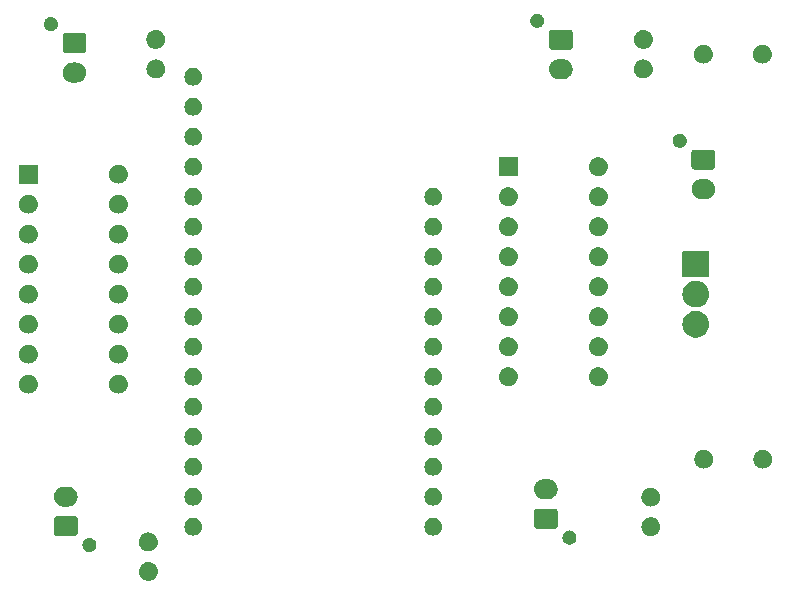
<source format=gbr>
%TF.GenerationSoftware,KiCad,Pcbnew,7.0.2*%
%TF.CreationDate,2024-06-06T15:53:54-07:00*%
%TF.ProjectId,argonCartMotorDesignV2,6172676f-6e43-4617-9274-4d6f746f7244,rev?*%
%TF.SameCoordinates,Original*%
%TF.FileFunction,Soldermask,Bot*%
%TF.FilePolarity,Negative*%
%FSLAX46Y46*%
G04 Gerber Fmt 4.6, Leading zero omitted, Abs format (unit mm)*
G04 Created by KiCad (PCBNEW 7.0.2) date 2024-06-06 15:53:54*
%MOMM*%
%LPD*%
G01*
G04 APERTURE LIST*
G04 APERTURE END LIST*
G36*
X93386349Y-104594659D02*
G01*
X93428596Y-104594659D01*
X93476257Y-104604789D01*
X93523017Y-104610058D01*
X93557015Y-104621954D01*
X93592125Y-104629417D01*
X93642724Y-104651945D01*
X93692107Y-104669225D01*
X93717812Y-104685376D01*
X93744862Y-104697420D01*
X93795297Y-104734063D01*
X93843792Y-104764535D01*
X93861208Y-104781951D01*
X93880119Y-104795691D01*
X93926868Y-104847611D01*
X93970465Y-104891208D01*
X93980492Y-104907167D01*
X93991989Y-104919935D01*
X94031314Y-104988049D01*
X94065775Y-105042893D01*
X94070078Y-105055190D01*
X94075581Y-105064722D01*
X94103766Y-105151467D01*
X94124942Y-105211983D01*
X94125744Y-105219107D01*
X94127246Y-105223728D01*
X94140863Y-105353285D01*
X94145000Y-105390000D01*
X94140860Y-105426739D01*
X94127246Y-105556271D01*
X94125744Y-105560890D01*
X94124942Y-105568017D01*
X94103762Y-105628545D01*
X94075581Y-105715277D01*
X94070079Y-105724806D01*
X94065775Y-105737107D01*
X94031307Y-105791961D01*
X93991989Y-105860064D01*
X93980494Y-105872829D01*
X93970465Y-105888792D01*
X93926859Y-105932397D01*
X93880119Y-105984308D01*
X93861212Y-105998044D01*
X93843792Y-106015465D01*
X93795286Y-106045942D01*
X93744862Y-106082579D01*
X93717817Y-106094619D01*
X93692107Y-106110775D01*
X93642713Y-106128058D01*
X93592125Y-106150582D01*
X93557020Y-106158043D01*
X93523017Y-106169942D01*
X93476254Y-106175210D01*
X93428596Y-106185341D01*
X93386349Y-106185341D01*
X93345000Y-106190000D01*
X93303651Y-106185341D01*
X93261404Y-106185341D01*
X93213745Y-106175210D01*
X93166983Y-106169942D01*
X93132980Y-106158044D01*
X93097874Y-106150582D01*
X93047281Y-106128056D01*
X92997893Y-106110775D01*
X92972184Y-106094621D01*
X92945137Y-106082579D01*
X92894705Y-106045938D01*
X92846208Y-106015465D01*
X92828790Y-105998047D01*
X92809880Y-105984308D01*
X92763130Y-105932387D01*
X92719535Y-105888792D01*
X92709507Y-105872833D01*
X92698010Y-105860064D01*
X92658680Y-105791942D01*
X92624225Y-105737107D01*
X92619922Y-105724811D01*
X92614418Y-105715277D01*
X92586223Y-105628505D01*
X92565058Y-105568017D01*
X92564255Y-105560895D01*
X92562753Y-105556271D01*
X92549124Y-105426606D01*
X92545000Y-105390000D01*
X92549121Y-105353417D01*
X92562753Y-105223728D01*
X92564255Y-105219103D01*
X92565058Y-105211983D01*
X92586219Y-105151507D01*
X92614418Y-105064722D01*
X92619923Y-105055186D01*
X92624225Y-105042893D01*
X92658673Y-104988069D01*
X92698010Y-104919935D01*
X92709509Y-104907163D01*
X92719535Y-104891208D01*
X92763120Y-104847622D01*
X92809878Y-104795693D01*
X92828791Y-104781951D01*
X92846208Y-104764535D01*
X92894707Y-104734060D01*
X92945142Y-104697418D01*
X92972189Y-104685375D01*
X92997893Y-104669225D01*
X93047271Y-104651946D01*
X93097874Y-104629417D01*
X93132986Y-104621953D01*
X93166983Y-104610058D01*
X93213742Y-104604789D01*
X93261404Y-104594659D01*
X93303651Y-104594659D01*
X93345000Y-104590000D01*
X93386349Y-104594659D01*
G37*
G36*
X88396026Y-102564743D02*
G01*
X88432276Y-102564743D01*
X88473842Y-102574987D01*
X88515291Y-102580445D01*
X88543663Y-102592197D01*
X88572631Y-102599337D01*
X88616549Y-102622387D01*
X88660000Y-102640385D01*
X88679824Y-102655596D01*
X88700629Y-102666516D01*
X88743169Y-102704202D01*
X88784264Y-102735736D01*
X88795941Y-102750954D01*
X88808827Y-102762370D01*
X88845774Y-102815897D01*
X88879615Y-102860000D01*
X88884716Y-102872315D01*
X88890946Y-102881341D01*
X88917974Y-102952609D01*
X88939555Y-103004709D01*
X88940523Y-103012064D01*
X88942204Y-103016496D01*
X88955217Y-103123673D01*
X88960000Y-103160000D01*
X88955214Y-103196347D01*
X88942204Y-103303503D01*
X88940523Y-103307933D01*
X88939555Y-103315291D01*
X88917970Y-103367401D01*
X88890946Y-103438658D01*
X88884717Y-103447681D01*
X88879615Y-103460000D01*
X88845767Y-103504111D01*
X88808827Y-103557629D01*
X88795944Y-103569042D01*
X88784264Y-103584264D01*
X88743160Y-103615803D01*
X88700629Y-103653483D01*
X88679828Y-103664399D01*
X88660000Y-103679615D01*
X88616540Y-103697616D01*
X88572631Y-103720662D01*
X88543668Y-103727800D01*
X88515291Y-103739555D01*
X88473839Y-103745012D01*
X88432276Y-103755257D01*
X88396026Y-103755257D01*
X88360000Y-103760000D01*
X88323974Y-103755257D01*
X88287724Y-103755257D01*
X88246159Y-103745012D01*
X88204709Y-103739555D01*
X88176332Y-103727801D01*
X88147368Y-103720662D01*
X88103455Y-103697614D01*
X88060000Y-103679615D01*
X88040173Y-103664401D01*
X88019370Y-103653483D01*
X87976831Y-103615797D01*
X87935736Y-103584264D01*
X87924057Y-103569044D01*
X87911172Y-103557629D01*
X87874222Y-103504098D01*
X87840385Y-103460000D01*
X87835284Y-103447685D01*
X87829053Y-103438658D01*
X87802017Y-103367373D01*
X87780445Y-103315291D01*
X87779476Y-103307937D01*
X87777795Y-103303503D01*
X87764772Y-103196249D01*
X87760000Y-103160000D01*
X87764769Y-103123770D01*
X87777795Y-103016496D01*
X87779477Y-103012060D01*
X87780445Y-103004709D01*
X87802013Y-102952637D01*
X87829053Y-102881341D01*
X87835285Y-102872311D01*
X87840385Y-102860000D01*
X87874215Y-102815910D01*
X87911172Y-102762370D01*
X87924060Y-102750952D01*
X87935736Y-102735736D01*
X87976823Y-102704208D01*
X88019370Y-102666516D01*
X88040177Y-102655595D01*
X88060000Y-102640385D01*
X88103445Y-102622389D01*
X88147368Y-102599337D01*
X88176337Y-102592196D01*
X88204709Y-102580445D01*
X88246157Y-102574988D01*
X88287724Y-102564743D01*
X88323974Y-102564743D01*
X88360000Y-102560000D01*
X88396026Y-102564743D01*
G37*
G36*
X87114091Y-100710813D02*
G01*
X87165393Y-100716765D01*
X87182922Y-100724505D01*
X87205671Y-100729030D01*
X87230025Y-100745302D01*
X87250789Y-100754471D01*
X87264970Y-100768652D01*
X87286777Y-100783223D01*
X87301347Y-100805029D01*
X87315528Y-100819210D01*
X87324695Y-100839972D01*
X87340970Y-100864329D01*
X87345495Y-100887079D01*
X87353234Y-100904606D01*
X87359184Y-100955898D01*
X87360000Y-100960000D01*
X87360000Y-102160000D01*
X87359183Y-102164103D01*
X87353234Y-102215393D01*
X87345495Y-102232918D01*
X87340970Y-102255671D01*
X87324694Y-102280029D01*
X87315528Y-102300789D01*
X87301349Y-102314967D01*
X87286777Y-102336777D01*
X87264967Y-102351349D01*
X87250789Y-102365528D01*
X87230029Y-102374694D01*
X87205671Y-102390970D01*
X87182918Y-102395495D01*
X87165393Y-102403234D01*
X87114103Y-102409183D01*
X87110000Y-102410000D01*
X85610000Y-102410000D01*
X85605898Y-102409184D01*
X85554606Y-102403234D01*
X85537079Y-102395495D01*
X85514329Y-102390970D01*
X85489972Y-102374695D01*
X85469210Y-102365528D01*
X85455029Y-102351347D01*
X85433223Y-102336777D01*
X85418652Y-102314970D01*
X85404471Y-102300789D01*
X85395302Y-102280025D01*
X85379030Y-102255671D01*
X85374505Y-102232922D01*
X85366765Y-102215393D01*
X85360813Y-102164091D01*
X85360000Y-102160000D01*
X85360000Y-100960000D01*
X85360813Y-100955910D01*
X85366765Y-100904606D01*
X85374505Y-100887075D01*
X85379030Y-100864329D01*
X85395301Y-100839976D01*
X85404471Y-100819210D01*
X85418654Y-100805026D01*
X85433223Y-100783223D01*
X85455026Y-100768654D01*
X85469210Y-100754471D01*
X85489976Y-100745301D01*
X85514329Y-100729030D01*
X85537075Y-100724505D01*
X85554606Y-100716765D01*
X85605910Y-100710813D01*
X85610000Y-100710000D01*
X87110000Y-100710000D01*
X87114091Y-100710813D01*
G37*
G36*
X93386349Y-102094659D02*
G01*
X93428596Y-102094659D01*
X93476257Y-102104789D01*
X93523017Y-102110058D01*
X93557015Y-102121954D01*
X93592125Y-102129417D01*
X93642724Y-102151945D01*
X93692107Y-102169225D01*
X93717812Y-102185376D01*
X93744862Y-102197420D01*
X93795297Y-102234063D01*
X93843792Y-102264535D01*
X93861208Y-102281951D01*
X93880119Y-102295691D01*
X93926868Y-102347611D01*
X93970465Y-102391208D01*
X93980492Y-102407167D01*
X93991989Y-102419935D01*
X94031314Y-102488049D01*
X94065775Y-102542893D01*
X94070078Y-102555190D01*
X94075581Y-102564722D01*
X94103766Y-102651467D01*
X94124942Y-102711983D01*
X94125744Y-102719107D01*
X94127246Y-102723728D01*
X94140863Y-102853285D01*
X94145000Y-102890000D01*
X94140860Y-102926739D01*
X94127246Y-103056271D01*
X94125744Y-103060890D01*
X94124942Y-103068017D01*
X94103762Y-103128545D01*
X94075581Y-103215277D01*
X94070079Y-103224806D01*
X94065775Y-103237107D01*
X94031307Y-103291961D01*
X93991989Y-103360064D01*
X93980494Y-103372829D01*
X93970465Y-103388792D01*
X93926859Y-103432397D01*
X93880119Y-103484308D01*
X93861212Y-103498044D01*
X93843792Y-103515465D01*
X93795286Y-103545942D01*
X93744862Y-103582579D01*
X93717817Y-103594619D01*
X93692107Y-103610775D01*
X93642713Y-103628058D01*
X93592125Y-103650582D01*
X93557020Y-103658043D01*
X93523017Y-103669942D01*
X93476254Y-103675210D01*
X93428596Y-103685341D01*
X93386349Y-103685341D01*
X93345000Y-103690000D01*
X93303651Y-103685341D01*
X93261404Y-103685341D01*
X93213745Y-103675210D01*
X93166983Y-103669942D01*
X93132980Y-103658044D01*
X93097874Y-103650582D01*
X93047281Y-103628056D01*
X92997893Y-103610775D01*
X92972184Y-103594621D01*
X92945137Y-103582579D01*
X92894705Y-103545938D01*
X92846208Y-103515465D01*
X92828790Y-103498047D01*
X92809880Y-103484308D01*
X92763130Y-103432387D01*
X92719535Y-103388792D01*
X92709507Y-103372833D01*
X92698010Y-103360064D01*
X92658680Y-103291942D01*
X92624225Y-103237107D01*
X92619922Y-103224811D01*
X92614418Y-103215277D01*
X92586223Y-103128505D01*
X92565058Y-103068017D01*
X92564255Y-103060895D01*
X92562753Y-103056271D01*
X92549124Y-102926606D01*
X92545000Y-102890000D01*
X92549121Y-102853417D01*
X92562753Y-102723728D01*
X92564255Y-102719103D01*
X92565058Y-102711983D01*
X92586219Y-102651507D01*
X92614418Y-102564722D01*
X92619923Y-102555186D01*
X92624225Y-102542893D01*
X92658673Y-102488069D01*
X92698010Y-102419935D01*
X92709509Y-102407163D01*
X92719535Y-102391208D01*
X92763120Y-102347622D01*
X92809878Y-102295693D01*
X92828791Y-102281951D01*
X92846208Y-102264535D01*
X92894707Y-102234060D01*
X92945142Y-102197418D01*
X92972189Y-102185375D01*
X92997893Y-102169225D01*
X93047271Y-102151946D01*
X93097874Y-102129417D01*
X93132986Y-102121953D01*
X93166983Y-102110058D01*
X93213742Y-102104789D01*
X93261404Y-102094659D01*
X93303651Y-102094659D01*
X93345000Y-102090000D01*
X93386349Y-102094659D01*
G37*
G36*
X117644561Y-100857105D02*
G01*
X117805619Y-100913462D01*
X117950099Y-101004244D01*
X118070756Y-101124901D01*
X118161538Y-101269381D01*
X118217895Y-101430439D01*
X118237000Y-101600000D01*
X118217895Y-101769561D01*
X118161538Y-101930619D01*
X118070756Y-102075099D01*
X117950099Y-102195756D01*
X117805619Y-102286538D01*
X117644561Y-102342895D01*
X117475000Y-102362000D01*
X117305439Y-102342895D01*
X117144381Y-102286538D01*
X116999901Y-102195756D01*
X116879244Y-102075099D01*
X116788462Y-101930619D01*
X116732105Y-101769561D01*
X116713000Y-101600000D01*
X116732105Y-101430439D01*
X116788462Y-101269381D01*
X116879244Y-101124901D01*
X116999901Y-101004244D01*
X117144381Y-100913462D01*
X117305439Y-100857105D01*
X117475000Y-100838000D01*
X117644561Y-100857105D01*
G37*
G36*
X129036026Y-101929743D02*
G01*
X129072276Y-101929743D01*
X129113842Y-101939987D01*
X129155291Y-101945445D01*
X129183663Y-101957197D01*
X129212631Y-101964337D01*
X129256549Y-101987387D01*
X129300000Y-102005385D01*
X129319824Y-102020596D01*
X129340629Y-102031516D01*
X129383169Y-102069202D01*
X129424264Y-102100736D01*
X129435941Y-102115954D01*
X129448827Y-102127370D01*
X129485774Y-102180897D01*
X129519615Y-102225000D01*
X129524716Y-102237315D01*
X129530946Y-102246341D01*
X129557974Y-102317609D01*
X129579555Y-102369709D01*
X129580523Y-102377064D01*
X129582204Y-102381496D01*
X129595216Y-102488664D01*
X129600000Y-102525000D01*
X129595215Y-102561338D01*
X129582204Y-102668503D01*
X129580523Y-102672933D01*
X129579555Y-102680291D01*
X129557970Y-102732401D01*
X129530946Y-102803658D01*
X129524717Y-102812681D01*
X129519615Y-102825000D01*
X129485767Y-102869111D01*
X129448827Y-102922629D01*
X129435944Y-102934042D01*
X129424264Y-102949264D01*
X129383160Y-102980803D01*
X129340629Y-103018483D01*
X129319828Y-103029399D01*
X129300000Y-103044615D01*
X129256540Y-103062616D01*
X129212631Y-103085662D01*
X129183668Y-103092800D01*
X129155291Y-103104555D01*
X129113839Y-103110012D01*
X129072276Y-103120257D01*
X129036026Y-103120257D01*
X129000000Y-103125000D01*
X128963974Y-103120257D01*
X128927724Y-103120257D01*
X128886159Y-103110012D01*
X128844709Y-103104555D01*
X128816332Y-103092801D01*
X128787368Y-103085662D01*
X128743455Y-103062614D01*
X128700000Y-103044615D01*
X128680173Y-103029401D01*
X128659370Y-103018483D01*
X128616831Y-102980797D01*
X128575736Y-102949264D01*
X128564057Y-102934044D01*
X128551172Y-102922629D01*
X128514222Y-102869098D01*
X128480385Y-102825000D01*
X128475284Y-102812685D01*
X128469053Y-102803658D01*
X128442017Y-102732373D01*
X128420445Y-102680291D01*
X128419476Y-102672937D01*
X128417795Y-102668503D01*
X128404771Y-102561241D01*
X128400000Y-102525000D01*
X128404770Y-102488761D01*
X128417795Y-102381496D01*
X128419477Y-102377060D01*
X128420445Y-102369709D01*
X128442013Y-102317637D01*
X128469053Y-102246341D01*
X128475285Y-102237311D01*
X128480385Y-102225000D01*
X128514215Y-102180910D01*
X128551172Y-102127370D01*
X128564060Y-102115952D01*
X128575736Y-102100736D01*
X128616823Y-102069208D01*
X128659370Y-102031516D01*
X128680177Y-102020595D01*
X128700000Y-102005385D01*
X128743445Y-101987389D01*
X128787368Y-101964337D01*
X128816337Y-101957196D01*
X128844709Y-101945445D01*
X128886157Y-101939988D01*
X128927724Y-101929743D01*
X128963974Y-101929743D01*
X129000000Y-101925000D01*
X129036026Y-101929743D01*
G37*
G36*
X127754091Y-100075813D02*
G01*
X127805393Y-100081765D01*
X127822922Y-100089505D01*
X127845671Y-100094030D01*
X127870025Y-100110302D01*
X127890789Y-100119471D01*
X127904970Y-100133652D01*
X127926777Y-100148223D01*
X127941347Y-100170029D01*
X127955528Y-100184210D01*
X127964695Y-100204972D01*
X127980970Y-100229329D01*
X127985495Y-100252079D01*
X127993234Y-100269606D01*
X127999184Y-100320898D01*
X128000000Y-100325000D01*
X128000000Y-101525000D01*
X127999183Y-101529103D01*
X127993234Y-101580393D01*
X127985495Y-101597918D01*
X127980970Y-101620671D01*
X127964694Y-101645029D01*
X127955528Y-101665789D01*
X127941349Y-101679967D01*
X127926777Y-101701777D01*
X127904967Y-101716349D01*
X127890789Y-101730528D01*
X127870029Y-101739694D01*
X127845671Y-101755970D01*
X127822918Y-101760495D01*
X127805393Y-101768234D01*
X127754103Y-101774183D01*
X127750000Y-101775000D01*
X126250000Y-101775000D01*
X126245898Y-101774184D01*
X126194606Y-101768234D01*
X126177079Y-101760495D01*
X126154329Y-101755970D01*
X126129972Y-101739695D01*
X126109210Y-101730528D01*
X126095029Y-101716347D01*
X126073223Y-101701777D01*
X126058652Y-101679970D01*
X126044471Y-101665789D01*
X126035302Y-101645025D01*
X126019030Y-101620671D01*
X126014505Y-101597922D01*
X126006765Y-101580393D01*
X126000813Y-101529091D01*
X126000000Y-101525000D01*
X126000000Y-100325000D01*
X126000813Y-100320910D01*
X126006765Y-100269606D01*
X126014505Y-100252075D01*
X126019030Y-100229329D01*
X126035301Y-100204976D01*
X126044471Y-100184210D01*
X126058654Y-100170026D01*
X126073223Y-100148223D01*
X126095026Y-100133654D01*
X126109210Y-100119471D01*
X126129976Y-100110301D01*
X126154329Y-100094030D01*
X126177075Y-100089505D01*
X126194606Y-100081765D01*
X126245910Y-100075813D01*
X126250000Y-100075000D01*
X127750000Y-100075000D01*
X127754091Y-100075813D01*
G37*
G36*
X135931349Y-100804659D02*
G01*
X135973596Y-100804659D01*
X136021257Y-100814789D01*
X136068017Y-100820058D01*
X136102015Y-100831954D01*
X136137125Y-100839417D01*
X136187724Y-100861945D01*
X136237107Y-100879225D01*
X136262812Y-100895376D01*
X136289862Y-100907420D01*
X136340297Y-100944063D01*
X136388792Y-100974535D01*
X136406208Y-100991951D01*
X136425119Y-101005691D01*
X136471868Y-101057611D01*
X136515465Y-101101208D01*
X136525492Y-101117167D01*
X136536989Y-101129935D01*
X136576314Y-101198049D01*
X136610775Y-101252893D01*
X136615078Y-101265190D01*
X136620581Y-101274722D01*
X136648766Y-101361467D01*
X136669942Y-101421983D01*
X136670744Y-101429107D01*
X136672246Y-101433728D01*
X136685862Y-101563274D01*
X136690000Y-101600000D01*
X136685861Y-101636728D01*
X136672246Y-101766271D01*
X136670744Y-101770890D01*
X136669942Y-101778017D01*
X136648762Y-101838545D01*
X136620581Y-101925277D01*
X136615079Y-101934806D01*
X136610775Y-101947107D01*
X136576307Y-102001961D01*
X136536989Y-102070064D01*
X136525494Y-102082829D01*
X136515465Y-102098792D01*
X136471859Y-102142397D01*
X136425119Y-102194308D01*
X136406212Y-102208044D01*
X136388792Y-102225465D01*
X136340286Y-102255942D01*
X136289862Y-102292579D01*
X136262817Y-102304619D01*
X136237107Y-102320775D01*
X136187713Y-102338058D01*
X136137125Y-102360582D01*
X136102020Y-102368043D01*
X136068017Y-102379942D01*
X136021254Y-102385210D01*
X135973596Y-102395341D01*
X135931349Y-102395341D01*
X135890000Y-102400000D01*
X135848651Y-102395341D01*
X135806404Y-102395341D01*
X135758745Y-102385210D01*
X135711983Y-102379942D01*
X135677980Y-102368044D01*
X135642874Y-102360582D01*
X135592281Y-102338056D01*
X135542893Y-102320775D01*
X135517184Y-102304621D01*
X135490137Y-102292579D01*
X135439705Y-102255938D01*
X135391208Y-102225465D01*
X135373790Y-102208047D01*
X135354880Y-102194308D01*
X135308130Y-102142387D01*
X135264535Y-102098792D01*
X135254507Y-102082833D01*
X135243010Y-102070064D01*
X135203680Y-102001942D01*
X135169225Y-101947107D01*
X135164922Y-101934811D01*
X135159418Y-101925277D01*
X135131223Y-101838505D01*
X135110058Y-101778017D01*
X135109255Y-101770895D01*
X135107753Y-101766271D01*
X135094123Y-101636596D01*
X135090000Y-101600000D01*
X135094123Y-101563406D01*
X135107753Y-101433728D01*
X135109255Y-101429103D01*
X135110058Y-101421983D01*
X135131219Y-101361507D01*
X135159418Y-101274722D01*
X135164923Y-101265186D01*
X135169225Y-101252893D01*
X135203673Y-101198069D01*
X135243010Y-101129935D01*
X135254509Y-101117163D01*
X135264535Y-101101208D01*
X135308120Y-101057622D01*
X135354878Y-101005693D01*
X135373791Y-100991951D01*
X135391208Y-100974535D01*
X135439707Y-100944060D01*
X135490142Y-100907418D01*
X135517189Y-100895375D01*
X135542893Y-100879225D01*
X135592271Y-100861946D01*
X135642874Y-100839417D01*
X135677986Y-100831953D01*
X135711983Y-100820058D01*
X135758742Y-100814789D01*
X135806404Y-100804659D01*
X135848651Y-100804659D01*
X135890000Y-100800000D01*
X135931349Y-100804659D01*
G37*
G36*
X97324561Y-100857105D02*
G01*
X97485619Y-100913462D01*
X97630099Y-101004244D01*
X97750756Y-101124901D01*
X97841538Y-101269381D01*
X97897895Y-101430439D01*
X97917000Y-101600000D01*
X97897895Y-101769561D01*
X97841538Y-101930619D01*
X97750756Y-102075099D01*
X97630099Y-102195756D01*
X97485619Y-102286538D01*
X97324561Y-102342895D01*
X97155000Y-102362000D01*
X96985439Y-102342895D01*
X96824381Y-102286538D01*
X96679901Y-102195756D01*
X96559244Y-102075099D01*
X96468462Y-101930619D01*
X96412105Y-101769561D01*
X96393000Y-101600000D01*
X96412105Y-101430439D01*
X96468462Y-101269381D01*
X96559244Y-101124901D01*
X96679901Y-101004244D01*
X96824381Y-100913462D01*
X96985439Y-100857105D01*
X97155000Y-100838000D01*
X97324561Y-100857105D01*
G37*
G36*
X86601901Y-98214983D02*
G01*
X86644973Y-98224463D01*
X86686667Y-98228846D01*
X86732423Y-98243713D01*
X86781406Y-98254495D01*
X86818678Y-98271739D01*
X86855611Y-98283739D01*
X86899955Y-98309341D01*
X86948221Y-98331671D01*
X86978501Y-98354689D01*
X87009452Y-98372559D01*
X87049806Y-98408894D01*
X87094545Y-98442904D01*
X87117203Y-98469579D01*
X87141464Y-98491424D01*
X87175203Y-98537862D01*
X87213536Y-98582991D01*
X87228505Y-98611226D01*
X87245881Y-98635142D01*
X87270501Y-98690440D01*
X87299630Y-98745383D01*
X87307361Y-98773228D01*
X87318134Y-98797424D01*
X87331374Y-98859713D01*
X87348803Y-98922485D01*
X87350201Y-98948289D01*
X87355067Y-98971177D01*
X87355067Y-99038027D01*
X87358753Y-99106018D01*
X87355067Y-99128501D01*
X87355067Y-99148822D01*
X87340502Y-99217343D01*
X87329017Y-99287399D01*
X87321716Y-99305723D01*
X87318134Y-99322575D01*
X87288327Y-99389522D01*
X87260985Y-99458147D01*
X87251633Y-99471939D01*
X87245880Y-99484862D01*
X87200852Y-99546835D01*
X87157838Y-99610278D01*
X87147960Y-99619634D01*
X87141467Y-99628572D01*
X87081971Y-99682142D01*
X87024398Y-99736679D01*
X87015371Y-99742110D01*
X87009452Y-99747440D01*
X86936779Y-99789397D01*
X86866906Y-99831439D01*
X86859834Y-99833821D01*
X86855611Y-99836260D01*
X86771133Y-99863708D01*
X86692725Y-99890127D01*
X86688365Y-99890601D01*
X86686667Y-99891153D01*
X86586113Y-99901721D01*
X86510000Y-99910000D01*
X86507356Y-99910000D01*
X86212644Y-99910000D01*
X86210000Y-99910000D01*
X86118099Y-99905017D01*
X86075020Y-99895534D01*
X86033332Y-99891153D01*
X85987582Y-99876288D01*
X85938594Y-99865505D01*
X85901316Y-99848258D01*
X85864388Y-99836260D01*
X85820048Y-99810660D01*
X85771779Y-99788329D01*
X85741496Y-99765308D01*
X85710547Y-99747440D01*
X85670194Y-99711106D01*
X85625455Y-99677096D01*
X85602796Y-99650420D01*
X85578535Y-99628575D01*
X85544794Y-99582135D01*
X85506464Y-99537009D01*
X85491495Y-99508775D01*
X85474118Y-99484857D01*
X85449494Y-99429552D01*
X85420370Y-99374617D01*
X85412639Y-99346774D01*
X85401865Y-99322575D01*
X85388623Y-99260279D01*
X85371197Y-99197515D01*
X85369798Y-99171710D01*
X85364933Y-99148822D01*
X85364933Y-99081972D01*
X85361247Y-99013982D01*
X85364933Y-98991498D01*
X85364933Y-98971177D01*
X85379499Y-98902644D01*
X85390983Y-98832601D01*
X85398281Y-98814282D01*
X85401865Y-98797424D01*
X85431684Y-98730446D01*
X85459015Y-98661853D01*
X85468362Y-98648066D01*
X85474119Y-98635137D01*
X85519171Y-98573128D01*
X85562162Y-98509722D01*
X85572033Y-98500371D01*
X85578532Y-98491427D01*
X85638068Y-98437819D01*
X85695602Y-98383321D01*
X85704622Y-98377893D01*
X85710547Y-98372559D01*
X85783285Y-98330563D01*
X85853094Y-98288561D01*
X85860159Y-98286180D01*
X85864388Y-98283739D01*
X85948976Y-98256254D01*
X86027275Y-98229873D01*
X86031628Y-98229399D01*
X86033332Y-98228846D01*
X86134018Y-98218263D01*
X86210000Y-98210000D01*
X86510000Y-98210000D01*
X86601901Y-98214983D01*
G37*
G36*
X127241901Y-97579983D02*
G01*
X127284973Y-97589463D01*
X127326667Y-97593846D01*
X127372423Y-97608713D01*
X127421406Y-97619495D01*
X127458678Y-97636739D01*
X127495611Y-97648739D01*
X127539955Y-97674341D01*
X127588221Y-97696671D01*
X127618501Y-97719689D01*
X127649452Y-97737559D01*
X127689806Y-97773894D01*
X127734545Y-97807904D01*
X127757203Y-97834579D01*
X127781464Y-97856424D01*
X127815203Y-97902862D01*
X127853536Y-97947991D01*
X127868505Y-97976226D01*
X127885881Y-98000142D01*
X127910501Y-98055440D01*
X127939630Y-98110383D01*
X127947361Y-98138228D01*
X127958134Y-98162424D01*
X127971374Y-98224713D01*
X127988803Y-98287485D01*
X127990201Y-98313289D01*
X127995067Y-98336177D01*
X127995067Y-98403027D01*
X127998753Y-98471018D01*
X127995067Y-98493501D01*
X127995067Y-98513822D01*
X127980502Y-98582343D01*
X127969017Y-98652399D01*
X127961716Y-98670723D01*
X127958134Y-98687575D01*
X127928327Y-98754522D01*
X127900985Y-98823147D01*
X127891633Y-98836939D01*
X127885880Y-98849862D01*
X127840852Y-98911835D01*
X127797838Y-98975278D01*
X127787960Y-98984634D01*
X127781467Y-98993572D01*
X127721971Y-99047142D01*
X127664398Y-99101679D01*
X127655371Y-99107110D01*
X127649452Y-99112440D01*
X127576779Y-99154397D01*
X127506906Y-99196439D01*
X127499834Y-99198821D01*
X127495611Y-99201260D01*
X127411133Y-99228708D01*
X127332725Y-99255127D01*
X127328365Y-99255601D01*
X127326667Y-99256153D01*
X127226113Y-99266721D01*
X127150000Y-99275000D01*
X127147356Y-99275000D01*
X126852644Y-99275000D01*
X126850000Y-99275000D01*
X126758099Y-99270017D01*
X126715020Y-99260534D01*
X126673332Y-99256153D01*
X126627582Y-99241288D01*
X126578594Y-99230505D01*
X126541316Y-99213258D01*
X126504388Y-99201260D01*
X126460048Y-99175660D01*
X126411779Y-99153329D01*
X126381496Y-99130308D01*
X126350547Y-99112440D01*
X126310194Y-99076106D01*
X126265455Y-99042096D01*
X126242796Y-99015420D01*
X126218535Y-98993575D01*
X126184794Y-98947135D01*
X126146464Y-98902009D01*
X126131495Y-98873775D01*
X126114118Y-98849857D01*
X126089494Y-98794552D01*
X126060370Y-98739617D01*
X126052639Y-98711774D01*
X126041865Y-98687575D01*
X126028623Y-98625279D01*
X126011197Y-98562515D01*
X126009798Y-98536710D01*
X126004933Y-98513822D01*
X126004933Y-98446972D01*
X126001247Y-98378982D01*
X126004932Y-98356498D01*
X126004933Y-98336177D01*
X126019499Y-98267644D01*
X126030983Y-98197601D01*
X126038281Y-98179282D01*
X126041865Y-98162424D01*
X126071684Y-98095446D01*
X126099015Y-98026853D01*
X126108362Y-98013066D01*
X126114119Y-98000137D01*
X126159171Y-97938128D01*
X126202162Y-97874722D01*
X126212033Y-97865371D01*
X126218532Y-97856427D01*
X126278068Y-97802819D01*
X126335602Y-97748321D01*
X126344622Y-97742893D01*
X126350547Y-97737559D01*
X126423285Y-97695563D01*
X126493094Y-97653561D01*
X126500159Y-97651180D01*
X126504388Y-97648739D01*
X126588976Y-97621254D01*
X126667275Y-97594873D01*
X126671628Y-97594399D01*
X126673332Y-97593846D01*
X126774018Y-97583263D01*
X126850000Y-97575000D01*
X127150000Y-97575000D01*
X127241901Y-97579983D01*
G37*
G36*
X135931349Y-98304659D02*
G01*
X135973596Y-98304659D01*
X136021257Y-98314789D01*
X136068017Y-98320058D01*
X136102015Y-98331954D01*
X136137125Y-98339417D01*
X136187724Y-98361945D01*
X136237107Y-98379225D01*
X136262812Y-98395376D01*
X136289862Y-98407420D01*
X136340297Y-98444063D01*
X136388792Y-98474535D01*
X136406208Y-98491951D01*
X136425119Y-98505691D01*
X136471868Y-98557611D01*
X136515465Y-98601208D01*
X136525492Y-98617167D01*
X136536989Y-98629935D01*
X136576314Y-98698049D01*
X136610775Y-98752893D01*
X136615078Y-98765190D01*
X136620581Y-98774722D01*
X136648766Y-98861467D01*
X136669942Y-98921983D01*
X136670744Y-98929107D01*
X136672246Y-98933728D01*
X136685862Y-99063274D01*
X136690000Y-99100000D01*
X136685861Y-99136728D01*
X136672246Y-99266271D01*
X136670744Y-99270890D01*
X136669942Y-99278017D01*
X136648762Y-99338545D01*
X136620581Y-99425277D01*
X136615079Y-99434806D01*
X136610775Y-99447107D01*
X136576307Y-99501961D01*
X136536989Y-99570064D01*
X136525494Y-99582829D01*
X136515465Y-99598792D01*
X136471859Y-99642397D01*
X136425119Y-99694308D01*
X136406212Y-99708044D01*
X136388792Y-99725465D01*
X136340286Y-99755942D01*
X136289862Y-99792579D01*
X136262817Y-99804619D01*
X136237107Y-99820775D01*
X136187713Y-99838058D01*
X136137125Y-99860582D01*
X136102020Y-99868043D01*
X136068017Y-99879942D01*
X136021254Y-99885210D01*
X135973596Y-99895341D01*
X135931349Y-99895341D01*
X135890000Y-99900000D01*
X135848651Y-99895341D01*
X135806404Y-99895341D01*
X135758745Y-99885210D01*
X135711983Y-99879942D01*
X135677980Y-99868044D01*
X135642874Y-99860582D01*
X135592281Y-99838056D01*
X135542893Y-99820775D01*
X135517184Y-99804621D01*
X135490137Y-99792579D01*
X135439705Y-99755938D01*
X135391208Y-99725465D01*
X135373790Y-99708047D01*
X135354880Y-99694308D01*
X135308130Y-99642387D01*
X135264535Y-99598792D01*
X135254507Y-99582833D01*
X135243010Y-99570064D01*
X135203680Y-99501942D01*
X135169225Y-99447107D01*
X135164922Y-99434811D01*
X135159418Y-99425277D01*
X135131223Y-99338505D01*
X135110058Y-99278017D01*
X135109255Y-99270895D01*
X135107753Y-99266271D01*
X135094123Y-99136596D01*
X135090000Y-99100000D01*
X135094123Y-99063406D01*
X135107753Y-98933728D01*
X135109255Y-98929103D01*
X135110058Y-98921983D01*
X135131219Y-98861507D01*
X135159418Y-98774722D01*
X135164923Y-98765186D01*
X135169225Y-98752893D01*
X135203673Y-98698069D01*
X135243010Y-98629935D01*
X135254509Y-98617163D01*
X135264535Y-98601208D01*
X135308120Y-98557622D01*
X135354878Y-98505693D01*
X135373791Y-98491951D01*
X135391208Y-98474535D01*
X135439707Y-98444060D01*
X135490142Y-98407418D01*
X135517189Y-98395375D01*
X135542893Y-98379225D01*
X135592271Y-98361946D01*
X135642874Y-98339417D01*
X135677986Y-98331953D01*
X135711983Y-98320058D01*
X135758742Y-98314789D01*
X135806404Y-98304659D01*
X135848651Y-98304659D01*
X135890000Y-98300000D01*
X135931349Y-98304659D01*
G37*
G36*
X97324561Y-98317105D02*
G01*
X97485619Y-98373462D01*
X97630099Y-98464244D01*
X97750756Y-98584901D01*
X97841538Y-98729381D01*
X97897895Y-98890439D01*
X97917000Y-99060000D01*
X97897895Y-99229561D01*
X97841538Y-99390619D01*
X97750756Y-99535099D01*
X97630099Y-99655756D01*
X97485619Y-99746538D01*
X97324561Y-99802895D01*
X97155000Y-99822000D01*
X96985439Y-99802895D01*
X96824381Y-99746538D01*
X96679901Y-99655756D01*
X96559244Y-99535099D01*
X96468462Y-99390619D01*
X96412105Y-99229561D01*
X96393000Y-99060000D01*
X96412105Y-98890439D01*
X96468462Y-98729381D01*
X96559244Y-98584901D01*
X96679901Y-98464244D01*
X96824381Y-98373462D01*
X96985439Y-98317105D01*
X97155000Y-98298000D01*
X97324561Y-98317105D01*
G37*
G36*
X117644561Y-98317105D02*
G01*
X117805619Y-98373462D01*
X117950099Y-98464244D01*
X118070756Y-98584901D01*
X118161538Y-98729381D01*
X118217895Y-98890439D01*
X118237000Y-99060000D01*
X118217895Y-99229561D01*
X118161538Y-99390619D01*
X118070756Y-99535099D01*
X117950099Y-99655756D01*
X117805619Y-99746538D01*
X117644561Y-99802895D01*
X117475000Y-99822000D01*
X117305439Y-99802895D01*
X117144381Y-99746538D01*
X116999901Y-99655756D01*
X116879244Y-99535099D01*
X116788462Y-99390619D01*
X116732105Y-99229561D01*
X116713000Y-99060000D01*
X116732105Y-98890439D01*
X116788462Y-98729381D01*
X116879244Y-98584901D01*
X116999901Y-98464244D01*
X117144381Y-98373462D01*
X117305439Y-98317105D01*
X117475000Y-98298000D01*
X117644561Y-98317105D01*
G37*
G36*
X97324561Y-95777105D02*
G01*
X97485619Y-95833462D01*
X97630099Y-95924244D01*
X97750756Y-96044901D01*
X97841538Y-96189381D01*
X97897895Y-96350439D01*
X97917000Y-96520000D01*
X97897895Y-96689561D01*
X97841538Y-96850619D01*
X97750756Y-96995099D01*
X97630099Y-97115756D01*
X97485619Y-97206538D01*
X97324561Y-97262895D01*
X97155000Y-97282000D01*
X96985439Y-97262895D01*
X96824381Y-97206538D01*
X96679901Y-97115756D01*
X96559244Y-96995099D01*
X96468462Y-96850619D01*
X96412105Y-96689561D01*
X96393000Y-96520000D01*
X96412105Y-96350439D01*
X96468462Y-96189381D01*
X96559244Y-96044901D01*
X96679901Y-95924244D01*
X96824381Y-95833462D01*
X96985439Y-95777105D01*
X97155000Y-95758000D01*
X97324561Y-95777105D01*
G37*
G36*
X117644561Y-95777105D02*
G01*
X117805619Y-95833462D01*
X117950099Y-95924244D01*
X118070756Y-96044901D01*
X118161538Y-96189381D01*
X118217895Y-96350439D01*
X118237000Y-96520000D01*
X118217895Y-96689561D01*
X118161538Y-96850619D01*
X118070756Y-96995099D01*
X117950099Y-97115756D01*
X117805619Y-97206538D01*
X117644561Y-97262895D01*
X117475000Y-97282000D01*
X117305439Y-97262895D01*
X117144381Y-97206538D01*
X116999901Y-97115756D01*
X116879244Y-96995099D01*
X116788462Y-96850619D01*
X116732105Y-96689561D01*
X116713000Y-96520000D01*
X116732105Y-96350439D01*
X116788462Y-96189381D01*
X116879244Y-96044901D01*
X116999901Y-95924244D01*
X117144381Y-95833462D01*
X117305439Y-95777105D01*
X117475000Y-95758000D01*
X117644561Y-95777105D01*
G37*
G36*
X140416349Y-95089659D02*
G01*
X140458596Y-95089659D01*
X140506257Y-95099789D01*
X140553017Y-95105058D01*
X140587015Y-95116954D01*
X140622125Y-95124417D01*
X140672724Y-95146945D01*
X140722107Y-95164225D01*
X140747812Y-95180376D01*
X140774862Y-95192420D01*
X140825297Y-95229063D01*
X140873792Y-95259535D01*
X140891208Y-95276951D01*
X140910119Y-95290691D01*
X140956868Y-95342611D01*
X141000465Y-95386208D01*
X141010492Y-95402167D01*
X141021989Y-95414935D01*
X141061314Y-95483049D01*
X141095775Y-95537893D01*
X141100078Y-95550190D01*
X141105581Y-95559722D01*
X141133766Y-95646467D01*
X141154942Y-95706983D01*
X141155744Y-95714107D01*
X141157246Y-95718728D01*
X141170863Y-95848285D01*
X141175000Y-95885000D01*
X141170860Y-95921739D01*
X141157246Y-96051271D01*
X141155744Y-96055890D01*
X141154942Y-96063017D01*
X141133762Y-96123545D01*
X141105581Y-96210277D01*
X141100079Y-96219806D01*
X141095775Y-96232107D01*
X141061307Y-96286961D01*
X141021989Y-96355064D01*
X141010494Y-96367829D01*
X141000465Y-96383792D01*
X140956859Y-96427397D01*
X140910119Y-96479308D01*
X140891212Y-96493044D01*
X140873792Y-96510465D01*
X140825286Y-96540942D01*
X140774862Y-96577579D01*
X140747817Y-96589619D01*
X140722107Y-96605775D01*
X140672713Y-96623058D01*
X140622125Y-96645582D01*
X140587020Y-96653043D01*
X140553017Y-96664942D01*
X140506254Y-96670210D01*
X140458596Y-96680341D01*
X140416349Y-96680341D01*
X140375000Y-96685000D01*
X140333651Y-96680341D01*
X140291404Y-96680341D01*
X140243745Y-96670210D01*
X140196983Y-96664942D01*
X140162980Y-96653044D01*
X140127874Y-96645582D01*
X140077281Y-96623056D01*
X140027893Y-96605775D01*
X140002184Y-96589621D01*
X139975137Y-96577579D01*
X139924705Y-96540938D01*
X139876208Y-96510465D01*
X139858790Y-96493047D01*
X139839880Y-96479308D01*
X139793130Y-96427387D01*
X139749535Y-96383792D01*
X139739507Y-96367833D01*
X139728010Y-96355064D01*
X139688680Y-96286942D01*
X139654225Y-96232107D01*
X139649922Y-96219811D01*
X139644418Y-96210277D01*
X139616223Y-96123505D01*
X139595058Y-96063017D01*
X139594255Y-96055895D01*
X139592753Y-96051271D01*
X139579123Y-95921596D01*
X139575000Y-95885000D01*
X139579123Y-95848406D01*
X139592753Y-95718728D01*
X139594255Y-95714103D01*
X139595058Y-95706983D01*
X139616219Y-95646507D01*
X139644418Y-95559722D01*
X139649923Y-95550186D01*
X139654225Y-95537893D01*
X139688673Y-95483069D01*
X139728010Y-95414935D01*
X139739509Y-95402163D01*
X139749535Y-95386208D01*
X139793120Y-95342622D01*
X139839878Y-95290693D01*
X139858791Y-95276951D01*
X139876208Y-95259535D01*
X139924707Y-95229060D01*
X139975142Y-95192418D01*
X140002189Y-95180375D01*
X140027893Y-95164225D01*
X140077271Y-95146946D01*
X140127874Y-95124417D01*
X140162986Y-95116953D01*
X140196983Y-95105058D01*
X140243742Y-95099789D01*
X140291404Y-95089659D01*
X140333651Y-95089659D01*
X140375000Y-95085000D01*
X140416349Y-95089659D01*
G37*
G36*
X145416349Y-95089659D02*
G01*
X145458596Y-95089659D01*
X145506257Y-95099789D01*
X145553017Y-95105058D01*
X145587015Y-95116954D01*
X145622125Y-95124417D01*
X145672724Y-95146945D01*
X145722107Y-95164225D01*
X145747812Y-95180376D01*
X145774862Y-95192420D01*
X145825297Y-95229063D01*
X145873792Y-95259535D01*
X145891208Y-95276951D01*
X145910119Y-95290691D01*
X145956868Y-95342611D01*
X146000465Y-95386208D01*
X146010492Y-95402167D01*
X146021989Y-95414935D01*
X146061314Y-95483049D01*
X146095775Y-95537893D01*
X146100078Y-95550190D01*
X146105581Y-95559722D01*
X146133766Y-95646467D01*
X146154942Y-95706983D01*
X146155744Y-95714107D01*
X146157246Y-95718728D01*
X146170862Y-95848274D01*
X146175000Y-95885000D01*
X146170861Y-95921728D01*
X146157246Y-96051271D01*
X146155744Y-96055890D01*
X146154942Y-96063017D01*
X146133762Y-96123545D01*
X146105581Y-96210277D01*
X146100079Y-96219806D01*
X146095775Y-96232107D01*
X146061307Y-96286961D01*
X146021989Y-96355064D01*
X146010494Y-96367829D01*
X146000465Y-96383792D01*
X145956859Y-96427397D01*
X145910119Y-96479308D01*
X145891212Y-96493044D01*
X145873792Y-96510465D01*
X145825286Y-96540942D01*
X145774862Y-96577579D01*
X145747817Y-96589619D01*
X145722107Y-96605775D01*
X145672713Y-96623058D01*
X145622125Y-96645582D01*
X145587020Y-96653043D01*
X145553017Y-96664942D01*
X145506254Y-96670210D01*
X145458596Y-96680341D01*
X145416349Y-96680341D01*
X145375000Y-96685000D01*
X145333651Y-96680341D01*
X145291404Y-96680341D01*
X145243745Y-96670210D01*
X145196983Y-96664942D01*
X145162980Y-96653044D01*
X145127874Y-96645582D01*
X145077281Y-96623056D01*
X145027893Y-96605775D01*
X145002184Y-96589621D01*
X144975137Y-96577579D01*
X144924705Y-96540938D01*
X144876208Y-96510465D01*
X144858790Y-96493047D01*
X144839880Y-96479308D01*
X144793130Y-96427387D01*
X144749535Y-96383792D01*
X144739507Y-96367833D01*
X144728010Y-96355064D01*
X144688680Y-96286942D01*
X144654225Y-96232107D01*
X144649922Y-96219811D01*
X144644418Y-96210277D01*
X144616223Y-96123505D01*
X144595058Y-96063017D01*
X144594255Y-96055895D01*
X144592753Y-96051271D01*
X144579124Y-95921606D01*
X144575000Y-95885000D01*
X144579121Y-95848417D01*
X144592753Y-95718728D01*
X144594255Y-95714103D01*
X144595058Y-95706983D01*
X144616219Y-95646507D01*
X144644418Y-95559722D01*
X144649923Y-95550186D01*
X144654225Y-95537893D01*
X144688673Y-95483069D01*
X144728010Y-95414935D01*
X144739509Y-95402163D01*
X144749535Y-95386208D01*
X144793120Y-95342622D01*
X144839878Y-95290693D01*
X144858791Y-95276951D01*
X144876208Y-95259535D01*
X144924707Y-95229060D01*
X144975142Y-95192418D01*
X145002189Y-95180375D01*
X145027893Y-95164225D01*
X145077271Y-95146946D01*
X145127874Y-95124417D01*
X145162986Y-95116953D01*
X145196983Y-95105058D01*
X145243742Y-95099789D01*
X145291404Y-95089659D01*
X145333651Y-95089659D01*
X145375000Y-95085000D01*
X145416349Y-95089659D01*
G37*
G36*
X97324561Y-93237105D02*
G01*
X97485619Y-93293462D01*
X97630099Y-93384244D01*
X97750756Y-93504901D01*
X97841538Y-93649381D01*
X97897895Y-93810439D01*
X97917000Y-93980000D01*
X97897895Y-94149561D01*
X97841538Y-94310619D01*
X97750756Y-94455099D01*
X97630099Y-94575756D01*
X97485619Y-94666538D01*
X97324561Y-94722895D01*
X97155000Y-94742000D01*
X96985439Y-94722895D01*
X96824381Y-94666538D01*
X96679901Y-94575756D01*
X96559244Y-94455099D01*
X96468462Y-94310619D01*
X96412105Y-94149561D01*
X96393000Y-93980000D01*
X96412105Y-93810439D01*
X96468462Y-93649381D01*
X96559244Y-93504901D01*
X96679901Y-93384244D01*
X96824381Y-93293462D01*
X96985439Y-93237105D01*
X97155000Y-93218000D01*
X97324561Y-93237105D01*
G37*
G36*
X117644561Y-93237105D02*
G01*
X117805619Y-93293462D01*
X117950099Y-93384244D01*
X118070756Y-93504901D01*
X118161538Y-93649381D01*
X118217895Y-93810439D01*
X118237000Y-93980000D01*
X118217895Y-94149561D01*
X118161538Y-94310619D01*
X118070756Y-94455099D01*
X117950099Y-94575756D01*
X117805619Y-94666538D01*
X117644561Y-94722895D01*
X117475000Y-94742000D01*
X117305439Y-94722895D01*
X117144381Y-94666538D01*
X116999901Y-94575756D01*
X116879244Y-94455099D01*
X116788462Y-94310619D01*
X116732105Y-94149561D01*
X116713000Y-93980000D01*
X116732105Y-93810439D01*
X116788462Y-93649381D01*
X116879244Y-93504901D01*
X116999901Y-93384244D01*
X117144381Y-93293462D01*
X117305439Y-93237105D01*
X117475000Y-93218000D01*
X117644561Y-93237105D01*
G37*
G36*
X97324561Y-90697105D02*
G01*
X97485619Y-90753462D01*
X97630099Y-90844244D01*
X97750756Y-90964901D01*
X97841538Y-91109381D01*
X97897895Y-91270439D01*
X97917000Y-91440000D01*
X97897895Y-91609561D01*
X97841538Y-91770619D01*
X97750756Y-91915099D01*
X97630099Y-92035756D01*
X97485619Y-92126538D01*
X97324561Y-92182895D01*
X97155000Y-92202000D01*
X96985439Y-92182895D01*
X96824381Y-92126538D01*
X96679901Y-92035756D01*
X96559244Y-91915099D01*
X96468462Y-91770619D01*
X96412105Y-91609561D01*
X96393000Y-91440000D01*
X96412105Y-91270439D01*
X96468462Y-91109381D01*
X96559244Y-90964901D01*
X96679901Y-90844244D01*
X96824381Y-90753462D01*
X96985439Y-90697105D01*
X97155000Y-90678000D01*
X97324561Y-90697105D01*
G37*
G36*
X117644561Y-90697105D02*
G01*
X117805619Y-90753462D01*
X117950099Y-90844244D01*
X118070756Y-90964901D01*
X118161538Y-91109381D01*
X118217895Y-91270439D01*
X118237000Y-91440000D01*
X118217895Y-91609561D01*
X118161538Y-91770619D01*
X118070756Y-91915099D01*
X117950099Y-92035756D01*
X117805619Y-92126538D01*
X117644561Y-92182895D01*
X117475000Y-92202000D01*
X117305439Y-92182895D01*
X117144381Y-92126538D01*
X116999901Y-92035756D01*
X116879244Y-91915099D01*
X116788462Y-91770619D01*
X116732105Y-91609561D01*
X116713000Y-91440000D01*
X116732105Y-91270439D01*
X116788462Y-91109381D01*
X116879244Y-90964901D01*
X116999901Y-90844244D01*
X117144381Y-90753462D01*
X117305439Y-90697105D01*
X117475000Y-90678000D01*
X117644561Y-90697105D01*
G37*
G36*
X83226349Y-88739659D02*
G01*
X83268596Y-88739659D01*
X83316257Y-88749789D01*
X83363017Y-88755058D01*
X83397015Y-88766954D01*
X83432125Y-88774417D01*
X83482724Y-88796945D01*
X83532107Y-88814225D01*
X83557812Y-88830376D01*
X83584862Y-88842420D01*
X83635297Y-88879063D01*
X83683792Y-88909535D01*
X83701208Y-88926951D01*
X83720119Y-88940691D01*
X83766868Y-88992611D01*
X83810465Y-89036208D01*
X83820492Y-89052167D01*
X83831989Y-89064935D01*
X83871314Y-89133049D01*
X83905775Y-89187893D01*
X83910078Y-89200190D01*
X83915581Y-89209722D01*
X83943766Y-89296467D01*
X83964942Y-89356983D01*
X83965744Y-89364107D01*
X83967246Y-89368728D01*
X83980862Y-89498274D01*
X83985000Y-89535000D01*
X83980861Y-89571728D01*
X83967246Y-89701271D01*
X83965744Y-89705890D01*
X83964942Y-89713017D01*
X83943762Y-89773545D01*
X83915581Y-89860277D01*
X83910079Y-89869806D01*
X83905775Y-89882107D01*
X83871307Y-89936961D01*
X83831989Y-90005064D01*
X83820494Y-90017829D01*
X83810465Y-90033792D01*
X83766859Y-90077397D01*
X83720119Y-90129308D01*
X83701212Y-90143044D01*
X83683792Y-90160465D01*
X83635286Y-90190942D01*
X83584862Y-90227579D01*
X83557817Y-90239619D01*
X83532107Y-90255775D01*
X83482713Y-90273058D01*
X83432125Y-90295582D01*
X83397020Y-90303043D01*
X83363017Y-90314942D01*
X83316254Y-90320210D01*
X83268596Y-90330341D01*
X83226349Y-90330341D01*
X83185000Y-90335000D01*
X83143651Y-90330341D01*
X83101404Y-90330341D01*
X83053745Y-90320210D01*
X83006983Y-90314942D01*
X82972980Y-90303044D01*
X82937874Y-90295582D01*
X82887281Y-90273056D01*
X82837893Y-90255775D01*
X82812184Y-90239621D01*
X82785137Y-90227579D01*
X82734705Y-90190938D01*
X82686208Y-90160465D01*
X82668790Y-90143047D01*
X82649880Y-90129308D01*
X82603130Y-90077387D01*
X82559535Y-90033792D01*
X82549507Y-90017833D01*
X82538010Y-90005064D01*
X82498680Y-89936942D01*
X82464225Y-89882107D01*
X82459922Y-89869811D01*
X82454418Y-89860277D01*
X82426223Y-89773505D01*
X82405058Y-89713017D01*
X82404255Y-89705895D01*
X82402753Y-89701271D01*
X82389124Y-89571606D01*
X82385000Y-89535000D01*
X82389121Y-89498417D01*
X82402753Y-89368728D01*
X82404255Y-89364103D01*
X82405058Y-89356983D01*
X82426219Y-89296507D01*
X82454418Y-89209722D01*
X82459923Y-89200186D01*
X82464225Y-89187893D01*
X82498673Y-89133069D01*
X82538010Y-89064935D01*
X82549509Y-89052163D01*
X82559535Y-89036208D01*
X82603120Y-88992622D01*
X82649878Y-88940693D01*
X82668791Y-88926951D01*
X82686208Y-88909535D01*
X82734707Y-88879060D01*
X82785142Y-88842418D01*
X82812189Y-88830375D01*
X82837893Y-88814225D01*
X82887271Y-88796946D01*
X82937874Y-88774417D01*
X82972986Y-88766953D01*
X83006983Y-88755058D01*
X83053742Y-88749789D01*
X83101404Y-88739659D01*
X83143651Y-88739659D01*
X83185000Y-88735000D01*
X83226349Y-88739659D01*
G37*
G36*
X90846349Y-88739659D02*
G01*
X90888596Y-88739659D01*
X90936257Y-88749789D01*
X90983017Y-88755058D01*
X91017015Y-88766954D01*
X91052125Y-88774417D01*
X91102724Y-88796945D01*
X91152107Y-88814225D01*
X91177812Y-88830376D01*
X91204862Y-88842420D01*
X91255297Y-88879063D01*
X91303792Y-88909535D01*
X91321208Y-88926951D01*
X91340119Y-88940691D01*
X91386868Y-88992611D01*
X91430465Y-89036208D01*
X91440492Y-89052167D01*
X91451989Y-89064935D01*
X91491314Y-89133049D01*
X91525775Y-89187893D01*
X91530078Y-89200190D01*
X91535581Y-89209722D01*
X91563766Y-89296467D01*
X91584942Y-89356983D01*
X91585744Y-89364107D01*
X91587246Y-89368728D01*
X91600862Y-89498274D01*
X91605000Y-89535000D01*
X91600861Y-89571728D01*
X91587246Y-89701271D01*
X91585744Y-89705890D01*
X91584942Y-89713017D01*
X91563762Y-89773545D01*
X91535581Y-89860277D01*
X91530079Y-89869806D01*
X91525775Y-89882107D01*
X91491307Y-89936961D01*
X91451989Y-90005064D01*
X91440494Y-90017829D01*
X91430465Y-90033792D01*
X91386859Y-90077397D01*
X91340119Y-90129308D01*
X91321212Y-90143044D01*
X91303792Y-90160465D01*
X91255286Y-90190942D01*
X91204862Y-90227579D01*
X91177817Y-90239619D01*
X91152107Y-90255775D01*
X91102713Y-90273058D01*
X91052125Y-90295582D01*
X91017020Y-90303043D01*
X90983017Y-90314942D01*
X90936254Y-90320210D01*
X90888596Y-90330341D01*
X90846349Y-90330341D01*
X90805000Y-90335000D01*
X90763651Y-90330341D01*
X90721404Y-90330341D01*
X90673745Y-90320210D01*
X90626983Y-90314942D01*
X90592980Y-90303044D01*
X90557874Y-90295582D01*
X90507281Y-90273056D01*
X90457893Y-90255775D01*
X90432184Y-90239621D01*
X90405137Y-90227579D01*
X90354705Y-90190938D01*
X90306208Y-90160465D01*
X90288790Y-90143047D01*
X90269880Y-90129308D01*
X90223130Y-90077387D01*
X90179535Y-90033792D01*
X90169507Y-90017833D01*
X90158010Y-90005064D01*
X90118680Y-89936942D01*
X90084225Y-89882107D01*
X90079922Y-89869811D01*
X90074418Y-89860277D01*
X90046223Y-89773505D01*
X90025058Y-89713017D01*
X90024255Y-89705895D01*
X90022753Y-89701271D01*
X90009123Y-89571596D01*
X90005000Y-89535000D01*
X90009123Y-89498406D01*
X90022753Y-89368728D01*
X90024255Y-89364103D01*
X90025058Y-89356983D01*
X90046219Y-89296507D01*
X90074418Y-89209722D01*
X90079923Y-89200186D01*
X90084225Y-89187893D01*
X90118673Y-89133069D01*
X90158010Y-89064935D01*
X90169509Y-89052163D01*
X90179535Y-89036208D01*
X90223120Y-88992622D01*
X90269878Y-88940693D01*
X90288791Y-88926951D01*
X90306208Y-88909535D01*
X90354707Y-88879060D01*
X90405142Y-88842418D01*
X90432189Y-88830375D01*
X90457893Y-88814225D01*
X90507271Y-88796946D01*
X90557874Y-88774417D01*
X90592986Y-88766953D01*
X90626983Y-88755058D01*
X90673742Y-88749789D01*
X90721404Y-88739659D01*
X90763651Y-88739659D01*
X90805000Y-88735000D01*
X90846349Y-88739659D01*
G37*
G36*
X123866349Y-88104659D02*
G01*
X123908596Y-88104659D01*
X123956257Y-88114789D01*
X124003017Y-88120058D01*
X124037015Y-88131954D01*
X124072125Y-88139417D01*
X124122724Y-88161945D01*
X124172107Y-88179225D01*
X124197812Y-88195376D01*
X124224862Y-88207420D01*
X124275297Y-88244063D01*
X124323792Y-88274535D01*
X124341208Y-88291951D01*
X124360119Y-88305691D01*
X124406868Y-88357611D01*
X124450465Y-88401208D01*
X124460492Y-88417167D01*
X124471989Y-88429935D01*
X124511314Y-88498049D01*
X124545775Y-88552893D01*
X124550078Y-88565190D01*
X124555581Y-88574722D01*
X124583766Y-88661467D01*
X124604942Y-88721983D01*
X124605744Y-88729107D01*
X124607246Y-88733728D01*
X124620863Y-88863285D01*
X124625000Y-88900000D01*
X124620860Y-88936739D01*
X124607246Y-89066271D01*
X124605744Y-89070890D01*
X124604942Y-89078017D01*
X124583762Y-89138545D01*
X124555581Y-89225277D01*
X124550079Y-89234806D01*
X124545775Y-89247107D01*
X124511307Y-89301961D01*
X124471989Y-89370064D01*
X124460494Y-89382829D01*
X124450465Y-89398792D01*
X124406859Y-89442397D01*
X124360119Y-89494308D01*
X124341212Y-89508044D01*
X124323792Y-89525465D01*
X124275286Y-89555942D01*
X124224862Y-89592579D01*
X124197817Y-89604619D01*
X124172107Y-89620775D01*
X124122713Y-89638058D01*
X124072125Y-89660582D01*
X124037020Y-89668043D01*
X124003017Y-89679942D01*
X123956254Y-89685210D01*
X123908596Y-89695341D01*
X123866349Y-89695341D01*
X123825000Y-89700000D01*
X123783651Y-89695341D01*
X123741404Y-89695341D01*
X123693745Y-89685210D01*
X123646983Y-89679942D01*
X123612980Y-89668044D01*
X123577874Y-89660582D01*
X123527281Y-89638056D01*
X123477893Y-89620775D01*
X123452184Y-89604621D01*
X123425137Y-89592579D01*
X123374705Y-89555938D01*
X123326208Y-89525465D01*
X123308790Y-89508047D01*
X123289880Y-89494308D01*
X123243130Y-89442387D01*
X123199535Y-89398792D01*
X123189507Y-89382833D01*
X123178010Y-89370064D01*
X123138680Y-89301942D01*
X123104225Y-89247107D01*
X123099922Y-89234811D01*
X123094418Y-89225277D01*
X123066223Y-89138505D01*
X123045058Y-89078017D01*
X123044255Y-89070895D01*
X123042753Y-89066271D01*
X123029124Y-88936606D01*
X123025000Y-88900000D01*
X123029121Y-88863417D01*
X123042753Y-88733728D01*
X123044255Y-88729103D01*
X123045058Y-88721983D01*
X123066219Y-88661507D01*
X123094418Y-88574722D01*
X123099923Y-88565186D01*
X123104225Y-88552893D01*
X123138673Y-88498069D01*
X123178010Y-88429935D01*
X123189509Y-88417163D01*
X123199535Y-88401208D01*
X123243120Y-88357622D01*
X123289878Y-88305693D01*
X123308791Y-88291951D01*
X123326208Y-88274535D01*
X123374707Y-88244060D01*
X123425142Y-88207418D01*
X123452189Y-88195375D01*
X123477893Y-88179225D01*
X123527271Y-88161946D01*
X123577874Y-88139417D01*
X123612986Y-88131953D01*
X123646983Y-88120058D01*
X123693742Y-88114789D01*
X123741404Y-88104659D01*
X123783651Y-88104659D01*
X123825000Y-88100000D01*
X123866349Y-88104659D01*
G37*
G36*
X131486349Y-88104659D02*
G01*
X131528596Y-88104659D01*
X131576257Y-88114789D01*
X131623017Y-88120058D01*
X131657015Y-88131954D01*
X131692125Y-88139417D01*
X131742724Y-88161945D01*
X131792107Y-88179225D01*
X131817812Y-88195376D01*
X131844862Y-88207420D01*
X131895297Y-88244063D01*
X131943792Y-88274535D01*
X131961208Y-88291951D01*
X131980119Y-88305691D01*
X132026868Y-88357611D01*
X132070465Y-88401208D01*
X132080492Y-88417167D01*
X132091989Y-88429935D01*
X132131314Y-88498049D01*
X132165775Y-88552893D01*
X132170078Y-88565190D01*
X132175581Y-88574722D01*
X132203766Y-88661467D01*
X132224942Y-88721983D01*
X132225744Y-88729107D01*
X132227246Y-88733728D01*
X132240863Y-88863285D01*
X132245000Y-88900000D01*
X132240860Y-88936739D01*
X132227246Y-89066271D01*
X132225744Y-89070890D01*
X132224942Y-89078017D01*
X132203762Y-89138545D01*
X132175581Y-89225277D01*
X132170079Y-89234806D01*
X132165775Y-89247107D01*
X132131307Y-89301961D01*
X132091989Y-89370064D01*
X132080494Y-89382829D01*
X132070465Y-89398792D01*
X132026859Y-89442397D01*
X131980119Y-89494308D01*
X131961212Y-89508044D01*
X131943792Y-89525465D01*
X131895286Y-89555942D01*
X131844862Y-89592579D01*
X131817817Y-89604619D01*
X131792107Y-89620775D01*
X131742713Y-89638058D01*
X131692125Y-89660582D01*
X131657020Y-89668043D01*
X131623017Y-89679942D01*
X131576254Y-89685210D01*
X131528596Y-89695341D01*
X131486349Y-89695341D01*
X131445000Y-89700000D01*
X131403651Y-89695341D01*
X131361404Y-89695341D01*
X131313745Y-89685210D01*
X131266983Y-89679942D01*
X131232980Y-89668044D01*
X131197874Y-89660582D01*
X131147281Y-89638056D01*
X131097893Y-89620775D01*
X131072184Y-89604621D01*
X131045137Y-89592579D01*
X130994705Y-89555938D01*
X130946208Y-89525465D01*
X130928790Y-89508047D01*
X130909880Y-89494308D01*
X130863130Y-89442387D01*
X130819535Y-89398792D01*
X130809507Y-89382833D01*
X130798010Y-89370064D01*
X130758680Y-89301942D01*
X130724225Y-89247107D01*
X130719922Y-89234811D01*
X130714418Y-89225277D01*
X130686223Y-89138505D01*
X130665058Y-89078017D01*
X130664255Y-89070895D01*
X130662753Y-89066271D01*
X130649124Y-88936606D01*
X130645000Y-88900000D01*
X130649121Y-88863417D01*
X130662753Y-88733728D01*
X130664255Y-88729103D01*
X130665058Y-88721983D01*
X130686219Y-88661507D01*
X130714418Y-88574722D01*
X130719923Y-88565186D01*
X130724225Y-88552893D01*
X130758673Y-88498069D01*
X130798010Y-88429935D01*
X130809509Y-88417163D01*
X130819535Y-88401208D01*
X130863120Y-88357622D01*
X130909878Y-88305693D01*
X130928791Y-88291951D01*
X130946208Y-88274535D01*
X130994707Y-88244060D01*
X131045142Y-88207418D01*
X131072189Y-88195375D01*
X131097893Y-88179225D01*
X131147271Y-88161946D01*
X131197874Y-88139417D01*
X131232986Y-88131953D01*
X131266983Y-88120058D01*
X131313742Y-88114789D01*
X131361404Y-88104659D01*
X131403651Y-88104659D01*
X131445000Y-88100000D01*
X131486349Y-88104659D01*
G37*
G36*
X97324561Y-88157105D02*
G01*
X97485619Y-88213462D01*
X97630099Y-88304244D01*
X97750756Y-88424901D01*
X97841538Y-88569381D01*
X97897895Y-88730439D01*
X97917000Y-88900000D01*
X97897895Y-89069561D01*
X97841538Y-89230619D01*
X97750756Y-89375099D01*
X97630099Y-89495756D01*
X97485619Y-89586538D01*
X97324561Y-89642895D01*
X97155000Y-89662000D01*
X96985439Y-89642895D01*
X96824381Y-89586538D01*
X96679901Y-89495756D01*
X96559244Y-89375099D01*
X96468462Y-89230619D01*
X96412105Y-89069561D01*
X96393000Y-88900000D01*
X96412105Y-88730439D01*
X96468462Y-88569381D01*
X96559244Y-88424901D01*
X96679901Y-88304244D01*
X96824381Y-88213462D01*
X96985439Y-88157105D01*
X97155000Y-88138000D01*
X97324561Y-88157105D01*
G37*
G36*
X117644561Y-88157105D02*
G01*
X117805619Y-88213462D01*
X117950099Y-88304244D01*
X118070756Y-88424901D01*
X118161538Y-88569381D01*
X118217895Y-88730439D01*
X118237000Y-88900000D01*
X118217895Y-89069561D01*
X118161538Y-89230619D01*
X118070756Y-89375099D01*
X117950099Y-89495756D01*
X117805619Y-89586538D01*
X117644561Y-89642895D01*
X117475000Y-89662000D01*
X117305439Y-89642895D01*
X117144381Y-89586538D01*
X116999901Y-89495756D01*
X116879244Y-89375099D01*
X116788462Y-89230619D01*
X116732105Y-89069561D01*
X116713000Y-88900000D01*
X116732105Y-88730439D01*
X116788462Y-88569381D01*
X116879244Y-88424901D01*
X116999901Y-88304244D01*
X117144381Y-88213462D01*
X117305439Y-88157105D01*
X117475000Y-88138000D01*
X117644561Y-88157105D01*
G37*
G36*
X83226349Y-86199659D02*
G01*
X83268596Y-86199659D01*
X83316257Y-86209789D01*
X83363017Y-86215058D01*
X83397015Y-86226954D01*
X83432125Y-86234417D01*
X83482724Y-86256945D01*
X83532107Y-86274225D01*
X83557812Y-86290376D01*
X83584862Y-86302420D01*
X83635297Y-86339063D01*
X83683792Y-86369535D01*
X83701208Y-86386951D01*
X83720119Y-86400691D01*
X83766868Y-86452611D01*
X83810465Y-86496208D01*
X83820492Y-86512167D01*
X83831989Y-86524935D01*
X83871314Y-86593049D01*
X83905775Y-86647893D01*
X83910078Y-86660190D01*
X83915581Y-86669722D01*
X83943766Y-86756467D01*
X83964942Y-86816983D01*
X83965744Y-86824107D01*
X83967246Y-86828728D01*
X83980862Y-86958274D01*
X83985000Y-86995000D01*
X83980861Y-87031728D01*
X83967246Y-87161271D01*
X83965744Y-87165890D01*
X83964942Y-87173017D01*
X83943762Y-87233545D01*
X83915581Y-87320277D01*
X83910079Y-87329806D01*
X83905775Y-87342107D01*
X83871307Y-87396961D01*
X83831989Y-87465064D01*
X83820494Y-87477829D01*
X83810465Y-87493792D01*
X83766859Y-87537397D01*
X83720119Y-87589308D01*
X83701212Y-87603044D01*
X83683792Y-87620465D01*
X83635286Y-87650942D01*
X83584862Y-87687579D01*
X83557817Y-87699619D01*
X83532107Y-87715775D01*
X83482713Y-87733058D01*
X83432125Y-87755582D01*
X83397020Y-87763043D01*
X83363017Y-87774942D01*
X83316254Y-87780210D01*
X83268596Y-87790341D01*
X83226349Y-87790341D01*
X83185000Y-87795000D01*
X83143651Y-87790341D01*
X83101404Y-87790341D01*
X83053745Y-87780210D01*
X83006983Y-87774942D01*
X82972980Y-87763044D01*
X82937874Y-87755582D01*
X82887281Y-87733056D01*
X82837893Y-87715775D01*
X82812184Y-87699621D01*
X82785137Y-87687579D01*
X82734705Y-87650938D01*
X82686208Y-87620465D01*
X82668790Y-87603047D01*
X82649880Y-87589308D01*
X82603130Y-87537387D01*
X82559535Y-87493792D01*
X82549507Y-87477833D01*
X82538010Y-87465064D01*
X82498680Y-87396942D01*
X82464225Y-87342107D01*
X82459922Y-87329811D01*
X82454418Y-87320277D01*
X82426223Y-87233505D01*
X82405058Y-87173017D01*
X82404255Y-87165895D01*
X82402753Y-87161271D01*
X82389123Y-87031596D01*
X82385000Y-86995000D01*
X82389123Y-86958406D01*
X82402753Y-86828728D01*
X82404255Y-86824103D01*
X82405058Y-86816983D01*
X82426219Y-86756507D01*
X82454418Y-86669722D01*
X82459923Y-86660186D01*
X82464225Y-86647893D01*
X82498673Y-86593069D01*
X82538010Y-86524935D01*
X82549509Y-86512163D01*
X82559535Y-86496208D01*
X82603120Y-86452622D01*
X82649878Y-86400693D01*
X82668791Y-86386951D01*
X82686208Y-86369535D01*
X82734707Y-86339060D01*
X82785142Y-86302418D01*
X82812189Y-86290375D01*
X82837893Y-86274225D01*
X82887271Y-86256946D01*
X82937874Y-86234417D01*
X82972986Y-86226953D01*
X83006983Y-86215058D01*
X83053742Y-86209789D01*
X83101404Y-86199659D01*
X83143651Y-86199659D01*
X83185000Y-86195000D01*
X83226349Y-86199659D01*
G37*
G36*
X90846349Y-86199659D02*
G01*
X90888596Y-86199659D01*
X90936257Y-86209789D01*
X90983017Y-86215058D01*
X91017015Y-86226954D01*
X91052125Y-86234417D01*
X91102724Y-86256945D01*
X91152107Y-86274225D01*
X91177812Y-86290376D01*
X91204862Y-86302420D01*
X91255297Y-86339063D01*
X91303792Y-86369535D01*
X91321208Y-86386951D01*
X91340119Y-86400691D01*
X91386868Y-86452611D01*
X91430465Y-86496208D01*
X91440492Y-86512167D01*
X91451989Y-86524935D01*
X91491314Y-86593049D01*
X91525775Y-86647893D01*
X91530078Y-86660190D01*
X91535581Y-86669722D01*
X91563766Y-86756467D01*
X91584942Y-86816983D01*
X91585744Y-86824107D01*
X91587246Y-86828728D01*
X91600862Y-86958274D01*
X91605000Y-86995000D01*
X91600861Y-87031728D01*
X91587246Y-87161271D01*
X91585744Y-87165890D01*
X91584942Y-87173017D01*
X91563762Y-87233545D01*
X91535581Y-87320277D01*
X91530079Y-87329806D01*
X91525775Y-87342107D01*
X91491307Y-87396961D01*
X91451989Y-87465064D01*
X91440494Y-87477829D01*
X91430465Y-87493792D01*
X91386859Y-87537397D01*
X91340119Y-87589308D01*
X91321212Y-87603044D01*
X91303792Y-87620465D01*
X91255286Y-87650942D01*
X91204862Y-87687579D01*
X91177817Y-87699619D01*
X91152107Y-87715775D01*
X91102713Y-87733058D01*
X91052125Y-87755582D01*
X91017020Y-87763043D01*
X90983017Y-87774942D01*
X90936254Y-87780210D01*
X90888596Y-87790341D01*
X90846349Y-87790341D01*
X90805000Y-87795000D01*
X90763651Y-87790341D01*
X90721404Y-87790341D01*
X90673745Y-87780210D01*
X90626983Y-87774942D01*
X90592980Y-87763044D01*
X90557874Y-87755582D01*
X90507281Y-87733056D01*
X90457893Y-87715775D01*
X90432184Y-87699621D01*
X90405137Y-87687579D01*
X90354705Y-87650938D01*
X90306208Y-87620465D01*
X90288790Y-87603047D01*
X90269880Y-87589308D01*
X90223130Y-87537387D01*
X90179535Y-87493792D01*
X90169507Y-87477833D01*
X90158010Y-87465064D01*
X90118680Y-87396942D01*
X90084225Y-87342107D01*
X90079922Y-87329811D01*
X90074418Y-87320277D01*
X90046223Y-87233505D01*
X90025058Y-87173017D01*
X90024255Y-87165895D01*
X90022753Y-87161271D01*
X90009123Y-87031596D01*
X90005000Y-86995000D01*
X90009123Y-86958406D01*
X90022753Y-86828728D01*
X90024255Y-86824103D01*
X90025058Y-86816983D01*
X90046219Y-86756507D01*
X90074418Y-86669722D01*
X90079923Y-86660186D01*
X90084225Y-86647893D01*
X90118673Y-86593069D01*
X90158010Y-86524935D01*
X90169509Y-86512163D01*
X90179535Y-86496208D01*
X90223120Y-86452622D01*
X90269878Y-86400693D01*
X90288791Y-86386951D01*
X90306208Y-86369535D01*
X90354707Y-86339060D01*
X90405142Y-86302418D01*
X90432189Y-86290375D01*
X90457893Y-86274225D01*
X90507271Y-86256946D01*
X90557874Y-86234417D01*
X90592986Y-86226953D01*
X90626983Y-86215058D01*
X90673742Y-86209789D01*
X90721404Y-86199659D01*
X90763651Y-86199659D01*
X90805000Y-86195000D01*
X90846349Y-86199659D01*
G37*
G36*
X123866349Y-85564659D02*
G01*
X123908596Y-85564659D01*
X123956257Y-85574789D01*
X124003017Y-85580058D01*
X124037015Y-85591954D01*
X124072125Y-85599417D01*
X124122724Y-85621945D01*
X124172107Y-85639225D01*
X124197812Y-85655376D01*
X124224862Y-85667420D01*
X124275297Y-85704063D01*
X124323792Y-85734535D01*
X124341208Y-85751951D01*
X124360119Y-85765691D01*
X124406868Y-85817611D01*
X124450465Y-85861208D01*
X124460492Y-85877167D01*
X124471989Y-85889935D01*
X124511314Y-85958049D01*
X124545775Y-86012893D01*
X124550078Y-86025190D01*
X124555581Y-86034722D01*
X124583766Y-86121467D01*
X124604942Y-86181983D01*
X124605744Y-86189107D01*
X124607246Y-86193728D01*
X124620862Y-86323274D01*
X124625000Y-86360000D01*
X124620861Y-86396728D01*
X124607246Y-86526271D01*
X124605744Y-86530890D01*
X124604942Y-86538017D01*
X124583762Y-86598545D01*
X124555581Y-86685277D01*
X124550079Y-86694806D01*
X124545775Y-86707107D01*
X124511307Y-86761961D01*
X124471989Y-86830064D01*
X124460494Y-86842829D01*
X124450465Y-86858792D01*
X124406859Y-86902397D01*
X124360119Y-86954308D01*
X124341212Y-86968044D01*
X124323792Y-86985465D01*
X124275286Y-87015942D01*
X124224862Y-87052579D01*
X124197817Y-87064619D01*
X124172107Y-87080775D01*
X124122713Y-87098058D01*
X124072125Y-87120582D01*
X124037020Y-87128043D01*
X124003017Y-87139942D01*
X123956254Y-87145210D01*
X123908596Y-87155341D01*
X123866349Y-87155341D01*
X123825000Y-87160000D01*
X123783651Y-87155341D01*
X123741404Y-87155341D01*
X123693745Y-87145210D01*
X123646983Y-87139942D01*
X123612980Y-87128044D01*
X123577874Y-87120582D01*
X123527281Y-87098056D01*
X123477893Y-87080775D01*
X123452184Y-87064621D01*
X123425137Y-87052579D01*
X123374705Y-87015938D01*
X123326208Y-86985465D01*
X123308790Y-86968047D01*
X123289880Y-86954308D01*
X123243130Y-86902387D01*
X123199535Y-86858792D01*
X123189507Y-86842833D01*
X123178010Y-86830064D01*
X123138680Y-86761942D01*
X123104225Y-86707107D01*
X123099922Y-86694811D01*
X123094418Y-86685277D01*
X123066223Y-86598505D01*
X123045058Y-86538017D01*
X123044255Y-86530895D01*
X123042753Y-86526271D01*
X123029123Y-86396596D01*
X123025000Y-86360000D01*
X123029123Y-86323406D01*
X123042753Y-86193728D01*
X123044255Y-86189103D01*
X123045058Y-86181983D01*
X123066219Y-86121507D01*
X123094418Y-86034722D01*
X123099923Y-86025186D01*
X123104225Y-86012893D01*
X123138673Y-85958069D01*
X123178010Y-85889935D01*
X123189509Y-85877163D01*
X123199535Y-85861208D01*
X123243120Y-85817622D01*
X123289878Y-85765693D01*
X123308791Y-85751951D01*
X123326208Y-85734535D01*
X123374707Y-85704060D01*
X123425142Y-85667418D01*
X123452189Y-85655375D01*
X123477893Y-85639225D01*
X123527271Y-85621946D01*
X123577874Y-85599417D01*
X123612986Y-85591953D01*
X123646983Y-85580058D01*
X123693742Y-85574789D01*
X123741404Y-85564659D01*
X123783651Y-85564659D01*
X123825000Y-85560000D01*
X123866349Y-85564659D01*
G37*
G36*
X131486349Y-85564659D02*
G01*
X131528596Y-85564659D01*
X131576257Y-85574789D01*
X131623017Y-85580058D01*
X131657015Y-85591954D01*
X131692125Y-85599417D01*
X131742724Y-85621945D01*
X131792107Y-85639225D01*
X131817812Y-85655376D01*
X131844862Y-85667420D01*
X131895297Y-85704063D01*
X131943792Y-85734535D01*
X131961208Y-85751951D01*
X131980119Y-85765691D01*
X132026868Y-85817611D01*
X132070465Y-85861208D01*
X132080492Y-85877167D01*
X132091989Y-85889935D01*
X132131314Y-85958049D01*
X132165775Y-86012893D01*
X132170078Y-86025190D01*
X132175581Y-86034722D01*
X132203766Y-86121467D01*
X132224942Y-86181983D01*
X132225744Y-86189107D01*
X132227246Y-86193728D01*
X132240862Y-86323274D01*
X132245000Y-86360000D01*
X132240861Y-86396728D01*
X132227246Y-86526271D01*
X132225744Y-86530890D01*
X132224942Y-86538017D01*
X132203762Y-86598545D01*
X132175581Y-86685277D01*
X132170079Y-86694806D01*
X132165775Y-86707107D01*
X132131307Y-86761961D01*
X132091989Y-86830064D01*
X132080494Y-86842829D01*
X132070465Y-86858792D01*
X132026859Y-86902397D01*
X131980119Y-86954308D01*
X131961212Y-86968044D01*
X131943792Y-86985465D01*
X131895286Y-87015942D01*
X131844862Y-87052579D01*
X131817817Y-87064619D01*
X131792107Y-87080775D01*
X131742713Y-87098058D01*
X131692125Y-87120582D01*
X131657020Y-87128043D01*
X131623017Y-87139942D01*
X131576254Y-87145210D01*
X131528596Y-87155341D01*
X131486349Y-87155341D01*
X131445000Y-87160000D01*
X131403651Y-87155341D01*
X131361404Y-87155341D01*
X131313745Y-87145210D01*
X131266983Y-87139942D01*
X131232980Y-87128044D01*
X131197874Y-87120582D01*
X131147281Y-87098056D01*
X131097893Y-87080775D01*
X131072184Y-87064621D01*
X131045137Y-87052579D01*
X130994705Y-87015938D01*
X130946208Y-86985465D01*
X130928790Y-86968047D01*
X130909880Y-86954308D01*
X130863130Y-86902387D01*
X130819535Y-86858792D01*
X130809507Y-86842833D01*
X130798010Y-86830064D01*
X130758680Y-86761942D01*
X130724225Y-86707107D01*
X130719922Y-86694811D01*
X130714418Y-86685277D01*
X130686223Y-86598505D01*
X130665058Y-86538017D01*
X130664255Y-86530895D01*
X130662753Y-86526271D01*
X130649123Y-86396596D01*
X130645000Y-86360000D01*
X130649123Y-86323406D01*
X130662753Y-86193728D01*
X130664255Y-86189103D01*
X130665058Y-86181983D01*
X130686219Y-86121507D01*
X130714418Y-86034722D01*
X130719923Y-86025186D01*
X130724225Y-86012893D01*
X130758673Y-85958069D01*
X130798010Y-85889935D01*
X130809509Y-85877163D01*
X130819535Y-85861208D01*
X130863120Y-85817622D01*
X130909878Y-85765693D01*
X130928791Y-85751951D01*
X130946208Y-85734535D01*
X130994707Y-85704060D01*
X131045142Y-85667418D01*
X131072189Y-85655375D01*
X131097893Y-85639225D01*
X131147271Y-85621946D01*
X131197874Y-85599417D01*
X131232986Y-85591953D01*
X131266983Y-85580058D01*
X131313742Y-85574789D01*
X131361404Y-85564659D01*
X131403651Y-85564659D01*
X131445000Y-85560000D01*
X131486349Y-85564659D01*
G37*
G36*
X97324561Y-85617105D02*
G01*
X97485619Y-85673462D01*
X97630099Y-85764244D01*
X97750756Y-85884901D01*
X97841538Y-86029381D01*
X97897895Y-86190439D01*
X97917000Y-86360000D01*
X97897895Y-86529561D01*
X97841538Y-86690619D01*
X97750756Y-86835099D01*
X97630099Y-86955756D01*
X97485619Y-87046538D01*
X97324561Y-87102895D01*
X97155000Y-87122000D01*
X96985439Y-87102895D01*
X96824381Y-87046538D01*
X96679901Y-86955756D01*
X96559244Y-86835099D01*
X96468462Y-86690619D01*
X96412105Y-86529561D01*
X96393000Y-86360000D01*
X96412105Y-86190439D01*
X96468462Y-86029381D01*
X96559244Y-85884901D01*
X96679901Y-85764244D01*
X96824381Y-85673462D01*
X96985439Y-85617105D01*
X97155000Y-85598000D01*
X97324561Y-85617105D01*
G37*
G36*
X117644561Y-85617105D02*
G01*
X117805619Y-85673462D01*
X117950099Y-85764244D01*
X118070756Y-85884901D01*
X118161538Y-86029381D01*
X118217895Y-86190439D01*
X118237000Y-86360000D01*
X118217895Y-86529561D01*
X118161538Y-86690619D01*
X118070756Y-86835099D01*
X117950099Y-86955756D01*
X117805619Y-87046538D01*
X117644561Y-87102895D01*
X117475000Y-87122000D01*
X117305439Y-87102895D01*
X117144381Y-87046538D01*
X116999901Y-86955756D01*
X116879244Y-86835099D01*
X116788462Y-86690619D01*
X116732105Y-86529561D01*
X116713000Y-86360000D01*
X116732105Y-86190439D01*
X116788462Y-86029381D01*
X116879244Y-85884901D01*
X116999901Y-85764244D01*
X117144381Y-85673462D01*
X117305439Y-85617105D01*
X117475000Y-85598000D01*
X117644561Y-85617105D01*
G37*
G36*
X131486349Y-83024659D02*
G01*
X131528596Y-83024659D01*
X131576257Y-83034789D01*
X131623017Y-83040058D01*
X131657015Y-83051954D01*
X131692125Y-83059417D01*
X131742724Y-83081945D01*
X131792107Y-83099225D01*
X131817812Y-83115376D01*
X131844862Y-83127420D01*
X131895297Y-83164063D01*
X131943792Y-83194535D01*
X131961208Y-83211951D01*
X131980119Y-83225691D01*
X132026868Y-83277611D01*
X132070465Y-83321208D01*
X132080492Y-83337167D01*
X132091989Y-83349935D01*
X132131314Y-83418049D01*
X132165775Y-83472893D01*
X132170078Y-83485190D01*
X132175581Y-83494722D01*
X132203766Y-83581467D01*
X132224942Y-83641983D01*
X132225744Y-83649107D01*
X132227246Y-83653728D01*
X132240862Y-83783274D01*
X132245000Y-83820000D01*
X132240861Y-83856728D01*
X132227246Y-83986271D01*
X132225744Y-83990890D01*
X132224942Y-83998017D01*
X132203762Y-84058545D01*
X132175581Y-84145277D01*
X132170079Y-84154806D01*
X132165775Y-84167107D01*
X132131307Y-84221961D01*
X132091989Y-84290064D01*
X132080494Y-84302829D01*
X132070465Y-84318792D01*
X132026859Y-84362397D01*
X131980119Y-84414308D01*
X131961212Y-84428044D01*
X131943792Y-84445465D01*
X131895286Y-84475942D01*
X131844862Y-84512579D01*
X131817817Y-84524619D01*
X131792107Y-84540775D01*
X131742713Y-84558058D01*
X131692125Y-84580582D01*
X131657020Y-84588043D01*
X131623017Y-84599942D01*
X131576254Y-84605210D01*
X131528596Y-84615341D01*
X131486349Y-84615341D01*
X131445000Y-84620000D01*
X131403651Y-84615341D01*
X131361404Y-84615341D01*
X131313745Y-84605210D01*
X131266983Y-84599942D01*
X131232980Y-84588044D01*
X131197874Y-84580582D01*
X131147281Y-84558056D01*
X131097893Y-84540775D01*
X131072184Y-84524621D01*
X131045137Y-84512579D01*
X130994705Y-84475938D01*
X130946208Y-84445465D01*
X130928790Y-84428047D01*
X130909880Y-84414308D01*
X130863130Y-84362387D01*
X130819535Y-84318792D01*
X130809507Y-84302833D01*
X130798010Y-84290064D01*
X130758680Y-84221942D01*
X130724225Y-84167107D01*
X130719922Y-84154811D01*
X130714418Y-84145277D01*
X130686223Y-84058505D01*
X130665058Y-83998017D01*
X130664255Y-83990895D01*
X130662753Y-83986271D01*
X130649123Y-83856596D01*
X130645000Y-83820000D01*
X130649123Y-83783406D01*
X130662753Y-83653728D01*
X130664255Y-83649103D01*
X130665058Y-83641983D01*
X130686219Y-83581507D01*
X130714418Y-83494722D01*
X130719923Y-83485186D01*
X130724225Y-83472893D01*
X130758673Y-83418069D01*
X130798010Y-83349935D01*
X130809509Y-83337163D01*
X130819535Y-83321208D01*
X130863120Y-83277622D01*
X130909878Y-83225693D01*
X130928791Y-83211951D01*
X130946208Y-83194535D01*
X130994707Y-83164060D01*
X131045142Y-83127418D01*
X131072189Y-83115375D01*
X131097893Y-83099225D01*
X131147271Y-83081946D01*
X131197874Y-83059417D01*
X131232986Y-83051953D01*
X131266983Y-83040058D01*
X131313742Y-83034789D01*
X131361404Y-83024659D01*
X131403651Y-83024659D01*
X131445000Y-83020000D01*
X131486349Y-83024659D01*
G37*
G36*
X140009102Y-83378618D02*
G01*
X140203461Y-83453913D01*
X140380676Y-83563640D01*
X140534711Y-83704061D01*
X140660320Y-83870395D01*
X140753227Y-84056978D01*
X140810268Y-84257455D01*
X140829500Y-84465000D01*
X140810268Y-84672545D01*
X140753227Y-84873022D01*
X140660320Y-85059605D01*
X140534711Y-85225939D01*
X140380676Y-85366360D01*
X140203461Y-85476087D01*
X140009102Y-85551382D01*
X139804217Y-85589682D01*
X139595783Y-85589682D01*
X139390898Y-85551382D01*
X139196539Y-85476087D01*
X139019324Y-85366360D01*
X138865289Y-85225939D01*
X138739680Y-85059605D01*
X138646773Y-84873022D01*
X138589732Y-84672545D01*
X138570500Y-84465000D01*
X138589732Y-84257455D01*
X138646773Y-84056978D01*
X138739680Y-83870395D01*
X138865289Y-83704061D01*
X139019324Y-83563640D01*
X139196539Y-83453913D01*
X139390898Y-83378618D01*
X139595783Y-83340318D01*
X139804217Y-83340318D01*
X140009102Y-83378618D01*
G37*
G36*
X83226349Y-83659659D02*
G01*
X83268596Y-83659659D01*
X83316257Y-83669789D01*
X83363017Y-83675058D01*
X83397015Y-83686954D01*
X83432125Y-83694417D01*
X83482724Y-83716945D01*
X83532107Y-83734225D01*
X83557812Y-83750376D01*
X83584862Y-83762420D01*
X83635297Y-83799063D01*
X83683792Y-83829535D01*
X83701208Y-83846951D01*
X83720119Y-83860691D01*
X83766868Y-83912611D01*
X83810465Y-83956208D01*
X83820492Y-83972167D01*
X83831989Y-83984935D01*
X83871314Y-84053049D01*
X83905775Y-84107893D01*
X83910078Y-84120190D01*
X83915581Y-84129722D01*
X83943766Y-84216467D01*
X83964942Y-84276983D01*
X83965744Y-84284107D01*
X83967246Y-84288728D01*
X83980863Y-84418285D01*
X83985000Y-84455000D01*
X83980860Y-84491739D01*
X83967246Y-84621271D01*
X83965744Y-84625890D01*
X83964942Y-84633017D01*
X83943762Y-84693545D01*
X83915581Y-84780277D01*
X83910079Y-84789806D01*
X83905775Y-84802107D01*
X83871307Y-84856961D01*
X83831989Y-84925064D01*
X83820494Y-84937829D01*
X83810465Y-84953792D01*
X83766859Y-84997397D01*
X83720119Y-85049308D01*
X83701212Y-85063044D01*
X83683792Y-85080465D01*
X83635286Y-85110942D01*
X83584862Y-85147579D01*
X83557817Y-85159619D01*
X83532107Y-85175775D01*
X83482713Y-85193058D01*
X83432125Y-85215582D01*
X83397020Y-85223043D01*
X83363017Y-85234942D01*
X83316254Y-85240210D01*
X83268596Y-85250341D01*
X83226349Y-85250341D01*
X83185000Y-85255000D01*
X83143651Y-85250341D01*
X83101404Y-85250341D01*
X83053745Y-85240210D01*
X83006983Y-85234942D01*
X82972980Y-85223044D01*
X82937874Y-85215582D01*
X82887281Y-85193056D01*
X82837893Y-85175775D01*
X82812184Y-85159621D01*
X82785137Y-85147579D01*
X82734705Y-85110938D01*
X82686208Y-85080465D01*
X82668790Y-85063047D01*
X82649880Y-85049308D01*
X82603130Y-84997387D01*
X82559535Y-84953792D01*
X82549507Y-84937833D01*
X82538010Y-84925064D01*
X82498680Y-84856942D01*
X82464225Y-84802107D01*
X82459922Y-84789811D01*
X82454418Y-84780277D01*
X82426223Y-84693505D01*
X82405058Y-84633017D01*
X82404255Y-84625895D01*
X82402753Y-84621271D01*
X82389123Y-84491596D01*
X82385000Y-84455000D01*
X82389123Y-84418406D01*
X82402753Y-84288728D01*
X82404255Y-84284103D01*
X82405058Y-84276983D01*
X82426219Y-84216507D01*
X82454418Y-84129722D01*
X82459923Y-84120186D01*
X82464225Y-84107893D01*
X82498673Y-84053069D01*
X82538010Y-83984935D01*
X82549509Y-83972163D01*
X82559535Y-83956208D01*
X82603120Y-83912622D01*
X82649878Y-83860693D01*
X82668791Y-83846951D01*
X82686208Y-83829535D01*
X82734707Y-83799060D01*
X82785142Y-83762418D01*
X82812189Y-83750375D01*
X82837893Y-83734225D01*
X82887271Y-83716946D01*
X82937874Y-83694417D01*
X82972986Y-83686953D01*
X83006983Y-83675058D01*
X83053742Y-83669789D01*
X83101404Y-83659659D01*
X83143651Y-83659659D01*
X83185000Y-83655000D01*
X83226349Y-83659659D01*
G37*
G36*
X90846349Y-83659659D02*
G01*
X90888596Y-83659659D01*
X90936257Y-83669789D01*
X90983017Y-83675058D01*
X91017015Y-83686954D01*
X91052125Y-83694417D01*
X91102724Y-83716945D01*
X91152107Y-83734225D01*
X91177812Y-83750376D01*
X91204862Y-83762420D01*
X91255297Y-83799063D01*
X91303792Y-83829535D01*
X91321208Y-83846951D01*
X91340119Y-83860691D01*
X91386868Y-83912611D01*
X91430465Y-83956208D01*
X91440492Y-83972167D01*
X91451989Y-83984935D01*
X91491314Y-84053049D01*
X91525775Y-84107893D01*
X91530078Y-84120190D01*
X91535581Y-84129722D01*
X91563766Y-84216467D01*
X91584942Y-84276983D01*
X91585744Y-84284107D01*
X91587246Y-84288728D01*
X91600863Y-84418285D01*
X91605000Y-84455000D01*
X91600860Y-84491739D01*
X91587246Y-84621271D01*
X91585744Y-84625890D01*
X91584942Y-84633017D01*
X91563762Y-84693545D01*
X91535581Y-84780277D01*
X91530079Y-84789806D01*
X91525775Y-84802107D01*
X91491307Y-84856961D01*
X91451989Y-84925064D01*
X91440494Y-84937829D01*
X91430465Y-84953792D01*
X91386859Y-84997397D01*
X91340119Y-85049308D01*
X91321212Y-85063044D01*
X91303792Y-85080465D01*
X91255286Y-85110942D01*
X91204862Y-85147579D01*
X91177817Y-85159619D01*
X91152107Y-85175775D01*
X91102713Y-85193058D01*
X91052125Y-85215582D01*
X91017020Y-85223043D01*
X90983017Y-85234942D01*
X90936254Y-85240210D01*
X90888596Y-85250341D01*
X90846349Y-85250341D01*
X90805000Y-85255000D01*
X90763651Y-85250341D01*
X90721404Y-85250341D01*
X90673745Y-85240210D01*
X90626983Y-85234942D01*
X90592980Y-85223044D01*
X90557874Y-85215582D01*
X90507281Y-85193056D01*
X90457893Y-85175775D01*
X90432184Y-85159621D01*
X90405137Y-85147579D01*
X90354705Y-85110938D01*
X90306208Y-85080465D01*
X90288790Y-85063047D01*
X90269880Y-85049308D01*
X90223130Y-84997387D01*
X90179535Y-84953792D01*
X90169507Y-84937833D01*
X90158010Y-84925064D01*
X90118680Y-84856942D01*
X90084225Y-84802107D01*
X90079922Y-84789811D01*
X90074418Y-84780277D01*
X90046223Y-84693505D01*
X90025058Y-84633017D01*
X90024255Y-84625895D01*
X90022753Y-84621271D01*
X90009124Y-84491606D01*
X90005000Y-84455000D01*
X90009121Y-84418417D01*
X90022753Y-84288728D01*
X90024255Y-84284103D01*
X90025058Y-84276983D01*
X90046219Y-84216507D01*
X90074418Y-84129722D01*
X90079923Y-84120186D01*
X90084225Y-84107893D01*
X90118673Y-84053069D01*
X90158010Y-83984935D01*
X90169509Y-83972163D01*
X90179535Y-83956208D01*
X90223120Y-83912622D01*
X90269878Y-83860693D01*
X90288791Y-83846951D01*
X90306208Y-83829535D01*
X90354707Y-83799060D01*
X90405142Y-83762418D01*
X90432189Y-83750375D01*
X90457893Y-83734225D01*
X90507271Y-83716946D01*
X90557874Y-83694417D01*
X90592986Y-83686953D01*
X90626983Y-83675058D01*
X90673742Y-83669789D01*
X90721404Y-83659659D01*
X90763651Y-83659659D01*
X90805000Y-83655000D01*
X90846349Y-83659659D01*
G37*
G36*
X123866349Y-83024659D02*
G01*
X123908596Y-83024659D01*
X123956257Y-83034789D01*
X124003017Y-83040058D01*
X124037015Y-83051954D01*
X124072125Y-83059417D01*
X124122724Y-83081945D01*
X124172107Y-83099225D01*
X124197812Y-83115376D01*
X124224862Y-83127420D01*
X124275297Y-83164063D01*
X124323792Y-83194535D01*
X124341208Y-83211951D01*
X124360119Y-83225691D01*
X124406868Y-83277611D01*
X124450465Y-83321208D01*
X124460492Y-83337167D01*
X124471989Y-83349935D01*
X124511314Y-83418049D01*
X124545775Y-83472893D01*
X124550078Y-83485190D01*
X124555581Y-83494722D01*
X124583766Y-83581467D01*
X124604942Y-83641983D01*
X124605744Y-83649107D01*
X124607246Y-83653728D01*
X124620862Y-83783274D01*
X124625000Y-83820000D01*
X124620861Y-83856728D01*
X124607246Y-83986271D01*
X124605744Y-83990890D01*
X124604942Y-83998017D01*
X124583762Y-84058545D01*
X124555581Y-84145277D01*
X124550079Y-84154806D01*
X124545775Y-84167107D01*
X124511307Y-84221961D01*
X124471989Y-84290064D01*
X124460494Y-84302829D01*
X124450465Y-84318792D01*
X124406859Y-84362397D01*
X124360119Y-84414308D01*
X124341212Y-84428044D01*
X124323792Y-84445465D01*
X124275286Y-84475942D01*
X124224862Y-84512579D01*
X124197817Y-84524619D01*
X124172107Y-84540775D01*
X124122713Y-84558058D01*
X124072125Y-84580582D01*
X124037020Y-84588043D01*
X124003017Y-84599942D01*
X123956254Y-84605210D01*
X123908596Y-84615341D01*
X123866349Y-84615341D01*
X123825000Y-84620000D01*
X123783651Y-84615341D01*
X123741404Y-84615341D01*
X123693745Y-84605210D01*
X123646983Y-84599942D01*
X123612980Y-84588044D01*
X123577874Y-84580582D01*
X123527281Y-84558056D01*
X123477893Y-84540775D01*
X123452184Y-84524621D01*
X123425137Y-84512579D01*
X123374705Y-84475938D01*
X123326208Y-84445465D01*
X123308790Y-84428047D01*
X123289880Y-84414308D01*
X123243130Y-84362387D01*
X123199535Y-84318792D01*
X123189507Y-84302833D01*
X123178010Y-84290064D01*
X123138680Y-84221942D01*
X123104225Y-84167107D01*
X123099922Y-84154811D01*
X123094418Y-84145277D01*
X123066223Y-84058505D01*
X123045058Y-83998017D01*
X123044255Y-83990895D01*
X123042753Y-83986271D01*
X123029123Y-83856596D01*
X123025000Y-83820000D01*
X123029123Y-83783406D01*
X123042753Y-83653728D01*
X123044255Y-83649103D01*
X123045058Y-83641983D01*
X123066219Y-83581507D01*
X123094418Y-83494722D01*
X123099923Y-83485186D01*
X123104225Y-83472893D01*
X123138673Y-83418069D01*
X123178010Y-83349935D01*
X123189509Y-83337163D01*
X123199535Y-83321208D01*
X123243120Y-83277622D01*
X123289878Y-83225693D01*
X123308791Y-83211951D01*
X123326208Y-83194535D01*
X123374707Y-83164060D01*
X123425142Y-83127418D01*
X123452189Y-83115375D01*
X123477893Y-83099225D01*
X123527271Y-83081946D01*
X123577874Y-83059417D01*
X123612986Y-83051953D01*
X123646983Y-83040058D01*
X123693742Y-83034789D01*
X123741404Y-83024659D01*
X123783651Y-83024659D01*
X123825000Y-83020000D01*
X123866349Y-83024659D01*
G37*
G36*
X97324561Y-83077105D02*
G01*
X97485619Y-83133462D01*
X97630099Y-83224244D01*
X97750756Y-83344901D01*
X97841538Y-83489381D01*
X97897895Y-83650439D01*
X97917000Y-83820000D01*
X97897895Y-83989561D01*
X97841538Y-84150619D01*
X97750756Y-84295099D01*
X97630099Y-84415756D01*
X97485619Y-84506538D01*
X97324561Y-84562895D01*
X97155000Y-84582000D01*
X96985439Y-84562895D01*
X96824381Y-84506538D01*
X96679901Y-84415756D01*
X96559244Y-84295099D01*
X96468462Y-84150619D01*
X96412105Y-83989561D01*
X96393000Y-83820000D01*
X96412105Y-83650439D01*
X96468462Y-83489381D01*
X96559244Y-83344901D01*
X96679901Y-83224244D01*
X96824381Y-83133462D01*
X96985439Y-83077105D01*
X97155000Y-83058000D01*
X97324561Y-83077105D01*
G37*
G36*
X117644561Y-83077105D02*
G01*
X117805619Y-83133462D01*
X117950099Y-83224244D01*
X118070756Y-83344901D01*
X118161538Y-83489381D01*
X118217895Y-83650439D01*
X118237000Y-83820000D01*
X118217895Y-83989561D01*
X118161538Y-84150619D01*
X118070756Y-84295099D01*
X117950099Y-84415756D01*
X117805619Y-84506538D01*
X117644561Y-84562895D01*
X117475000Y-84582000D01*
X117305439Y-84562895D01*
X117144381Y-84506538D01*
X116999901Y-84415756D01*
X116879244Y-84295099D01*
X116788462Y-84150619D01*
X116732105Y-83989561D01*
X116713000Y-83820000D01*
X116732105Y-83650439D01*
X116788462Y-83489381D01*
X116879244Y-83344901D01*
X116999901Y-83224244D01*
X117144381Y-83133462D01*
X117305439Y-83077105D01*
X117475000Y-83058000D01*
X117644561Y-83077105D01*
G37*
G36*
X131486349Y-80484659D02*
G01*
X131528596Y-80484659D01*
X131576257Y-80494789D01*
X131623017Y-80500058D01*
X131657015Y-80511954D01*
X131692125Y-80519417D01*
X131742724Y-80541945D01*
X131792107Y-80559225D01*
X131817812Y-80575376D01*
X131844862Y-80587420D01*
X131895297Y-80624063D01*
X131943792Y-80654535D01*
X131961208Y-80671951D01*
X131980119Y-80685691D01*
X132026868Y-80737611D01*
X132070465Y-80781208D01*
X132080492Y-80797167D01*
X132091989Y-80809935D01*
X132131314Y-80878049D01*
X132165775Y-80932893D01*
X132170078Y-80945190D01*
X132175581Y-80954722D01*
X132203766Y-81041467D01*
X132224942Y-81101983D01*
X132225744Y-81109107D01*
X132227246Y-81113728D01*
X132240862Y-81243274D01*
X132245000Y-81280000D01*
X132240861Y-81316728D01*
X132227246Y-81446271D01*
X132225744Y-81450890D01*
X132224942Y-81458017D01*
X132203762Y-81518545D01*
X132175581Y-81605277D01*
X132170079Y-81614806D01*
X132165775Y-81627107D01*
X132131307Y-81681961D01*
X132091989Y-81750064D01*
X132080494Y-81762829D01*
X132070465Y-81778792D01*
X132026859Y-81822397D01*
X131980119Y-81874308D01*
X131961212Y-81888044D01*
X131943792Y-81905465D01*
X131895286Y-81935942D01*
X131844862Y-81972579D01*
X131817817Y-81984619D01*
X131792107Y-82000775D01*
X131742713Y-82018058D01*
X131692125Y-82040582D01*
X131657020Y-82048043D01*
X131623017Y-82059942D01*
X131576254Y-82065210D01*
X131528596Y-82075341D01*
X131486349Y-82075341D01*
X131445000Y-82080000D01*
X131403651Y-82075341D01*
X131361404Y-82075341D01*
X131313745Y-82065210D01*
X131266983Y-82059942D01*
X131232980Y-82048044D01*
X131197874Y-82040582D01*
X131147281Y-82018056D01*
X131097893Y-82000775D01*
X131072184Y-81984621D01*
X131045137Y-81972579D01*
X130994705Y-81935938D01*
X130946208Y-81905465D01*
X130928790Y-81888047D01*
X130909880Y-81874308D01*
X130863130Y-81822387D01*
X130819535Y-81778792D01*
X130809507Y-81762833D01*
X130798010Y-81750064D01*
X130758680Y-81681942D01*
X130724225Y-81627107D01*
X130719922Y-81614811D01*
X130714418Y-81605277D01*
X130686223Y-81518505D01*
X130665058Y-81458017D01*
X130664255Y-81450895D01*
X130662753Y-81446271D01*
X130649123Y-81316596D01*
X130645000Y-81280000D01*
X130649123Y-81243406D01*
X130662753Y-81113728D01*
X130664255Y-81109103D01*
X130665058Y-81101983D01*
X130686219Y-81041507D01*
X130714418Y-80954722D01*
X130719923Y-80945186D01*
X130724225Y-80932893D01*
X130758673Y-80878069D01*
X130798010Y-80809935D01*
X130809509Y-80797163D01*
X130819535Y-80781208D01*
X130863120Y-80737622D01*
X130909878Y-80685693D01*
X130928791Y-80671951D01*
X130946208Y-80654535D01*
X130994707Y-80624060D01*
X131045142Y-80587418D01*
X131072189Y-80575375D01*
X131097893Y-80559225D01*
X131147271Y-80541946D01*
X131197874Y-80519417D01*
X131232986Y-80511953D01*
X131266983Y-80500058D01*
X131313742Y-80494789D01*
X131361404Y-80484659D01*
X131403651Y-80484659D01*
X131445000Y-80480000D01*
X131486349Y-80484659D01*
G37*
G36*
X140009102Y-80828618D02*
G01*
X140203461Y-80903913D01*
X140380676Y-81013640D01*
X140534711Y-81154061D01*
X140660320Y-81320395D01*
X140753227Y-81506978D01*
X140810268Y-81707455D01*
X140829500Y-81915000D01*
X140810268Y-82122545D01*
X140753227Y-82323022D01*
X140660320Y-82509605D01*
X140534711Y-82675939D01*
X140380676Y-82816360D01*
X140203461Y-82926087D01*
X140009102Y-83001382D01*
X139804217Y-83039682D01*
X139595783Y-83039682D01*
X139390898Y-83001382D01*
X139196539Y-82926087D01*
X139019324Y-82816360D01*
X138865289Y-82675939D01*
X138739680Y-82509605D01*
X138646773Y-82323022D01*
X138589732Y-82122545D01*
X138570500Y-81915000D01*
X138589732Y-81707455D01*
X138646773Y-81506978D01*
X138739680Y-81320395D01*
X138865289Y-81154061D01*
X139019324Y-81013640D01*
X139196539Y-80903913D01*
X139390898Y-80828618D01*
X139595783Y-80790318D01*
X139804217Y-80790318D01*
X140009102Y-80828618D01*
G37*
G36*
X83226349Y-81119659D02*
G01*
X83268596Y-81119659D01*
X83316257Y-81129789D01*
X83363017Y-81135058D01*
X83397015Y-81146954D01*
X83432125Y-81154417D01*
X83482724Y-81176945D01*
X83532107Y-81194225D01*
X83557812Y-81210376D01*
X83584862Y-81222420D01*
X83635297Y-81259063D01*
X83683792Y-81289535D01*
X83701208Y-81306951D01*
X83720119Y-81320691D01*
X83766868Y-81372611D01*
X83810465Y-81416208D01*
X83820492Y-81432167D01*
X83831989Y-81444935D01*
X83871314Y-81513049D01*
X83905775Y-81567893D01*
X83910078Y-81580190D01*
X83915581Y-81589722D01*
X83943766Y-81676467D01*
X83964942Y-81736983D01*
X83965744Y-81744107D01*
X83967246Y-81748728D01*
X83980862Y-81878274D01*
X83985000Y-81915000D01*
X83980861Y-81951728D01*
X83967246Y-82081271D01*
X83965744Y-82085890D01*
X83964942Y-82093017D01*
X83943762Y-82153545D01*
X83915581Y-82240277D01*
X83910079Y-82249806D01*
X83905775Y-82262107D01*
X83871307Y-82316961D01*
X83831989Y-82385064D01*
X83820494Y-82397829D01*
X83810465Y-82413792D01*
X83766859Y-82457397D01*
X83720119Y-82509308D01*
X83701212Y-82523044D01*
X83683792Y-82540465D01*
X83635286Y-82570942D01*
X83584862Y-82607579D01*
X83557817Y-82619619D01*
X83532107Y-82635775D01*
X83482713Y-82653058D01*
X83432125Y-82675582D01*
X83397020Y-82683043D01*
X83363017Y-82694942D01*
X83316254Y-82700210D01*
X83268596Y-82710341D01*
X83226349Y-82710341D01*
X83185000Y-82715000D01*
X83143651Y-82710341D01*
X83101404Y-82710341D01*
X83053745Y-82700210D01*
X83006983Y-82694942D01*
X82972980Y-82683044D01*
X82937874Y-82675582D01*
X82887281Y-82653056D01*
X82837893Y-82635775D01*
X82812184Y-82619621D01*
X82785137Y-82607579D01*
X82734705Y-82570938D01*
X82686208Y-82540465D01*
X82668790Y-82523047D01*
X82649880Y-82509308D01*
X82603130Y-82457387D01*
X82559535Y-82413792D01*
X82549507Y-82397833D01*
X82538010Y-82385064D01*
X82498680Y-82316942D01*
X82464225Y-82262107D01*
X82459922Y-82249811D01*
X82454418Y-82240277D01*
X82426223Y-82153505D01*
X82405058Y-82093017D01*
X82404255Y-82085895D01*
X82402753Y-82081271D01*
X82389123Y-81951596D01*
X82385000Y-81915000D01*
X82389123Y-81878406D01*
X82402753Y-81748728D01*
X82404255Y-81744103D01*
X82405058Y-81736983D01*
X82426219Y-81676507D01*
X82454418Y-81589722D01*
X82459923Y-81580186D01*
X82464225Y-81567893D01*
X82498673Y-81513069D01*
X82538010Y-81444935D01*
X82549509Y-81432163D01*
X82559535Y-81416208D01*
X82603120Y-81372622D01*
X82649878Y-81320693D01*
X82668791Y-81306951D01*
X82686208Y-81289535D01*
X82734707Y-81259060D01*
X82785142Y-81222418D01*
X82812189Y-81210375D01*
X82837893Y-81194225D01*
X82887271Y-81176946D01*
X82937874Y-81154417D01*
X82972986Y-81146953D01*
X83006983Y-81135058D01*
X83053742Y-81129789D01*
X83101404Y-81119659D01*
X83143651Y-81119659D01*
X83185000Y-81115000D01*
X83226349Y-81119659D01*
G37*
G36*
X90846349Y-81119659D02*
G01*
X90888596Y-81119659D01*
X90936257Y-81129789D01*
X90983017Y-81135058D01*
X91017015Y-81146954D01*
X91052125Y-81154417D01*
X91102724Y-81176945D01*
X91152107Y-81194225D01*
X91177812Y-81210376D01*
X91204862Y-81222420D01*
X91255297Y-81259063D01*
X91303792Y-81289535D01*
X91321208Y-81306951D01*
X91340119Y-81320691D01*
X91386868Y-81372611D01*
X91430465Y-81416208D01*
X91440492Y-81432167D01*
X91451989Y-81444935D01*
X91491314Y-81513049D01*
X91525775Y-81567893D01*
X91530078Y-81580190D01*
X91535581Y-81589722D01*
X91563766Y-81676467D01*
X91584942Y-81736983D01*
X91585744Y-81744107D01*
X91587246Y-81748728D01*
X91600862Y-81878274D01*
X91605000Y-81915000D01*
X91600861Y-81951728D01*
X91587246Y-82081271D01*
X91585744Y-82085890D01*
X91584942Y-82093017D01*
X91563762Y-82153545D01*
X91535581Y-82240277D01*
X91530079Y-82249806D01*
X91525775Y-82262107D01*
X91491307Y-82316961D01*
X91451989Y-82385064D01*
X91440494Y-82397829D01*
X91430465Y-82413792D01*
X91386859Y-82457397D01*
X91340119Y-82509308D01*
X91321212Y-82523044D01*
X91303792Y-82540465D01*
X91255286Y-82570942D01*
X91204862Y-82607579D01*
X91177817Y-82619619D01*
X91152107Y-82635775D01*
X91102713Y-82653058D01*
X91052125Y-82675582D01*
X91017020Y-82683043D01*
X90983017Y-82694942D01*
X90936254Y-82700210D01*
X90888596Y-82710341D01*
X90846349Y-82710341D01*
X90805000Y-82715000D01*
X90763651Y-82710341D01*
X90721404Y-82710341D01*
X90673745Y-82700210D01*
X90626983Y-82694942D01*
X90592980Y-82683044D01*
X90557874Y-82675582D01*
X90507281Y-82653056D01*
X90457893Y-82635775D01*
X90432184Y-82619621D01*
X90405137Y-82607579D01*
X90354705Y-82570938D01*
X90306208Y-82540465D01*
X90288790Y-82523047D01*
X90269880Y-82509308D01*
X90223130Y-82457387D01*
X90179535Y-82413792D01*
X90169507Y-82397833D01*
X90158010Y-82385064D01*
X90118680Y-82316942D01*
X90084225Y-82262107D01*
X90079922Y-82249811D01*
X90074418Y-82240277D01*
X90046223Y-82153505D01*
X90025058Y-82093017D01*
X90024255Y-82085895D01*
X90022753Y-82081271D01*
X90009123Y-81951596D01*
X90005000Y-81915000D01*
X90009123Y-81878406D01*
X90022753Y-81748728D01*
X90024255Y-81744103D01*
X90025058Y-81736983D01*
X90046219Y-81676507D01*
X90074418Y-81589722D01*
X90079923Y-81580186D01*
X90084225Y-81567893D01*
X90118673Y-81513069D01*
X90158010Y-81444935D01*
X90169509Y-81432163D01*
X90179535Y-81416208D01*
X90223120Y-81372622D01*
X90269878Y-81320693D01*
X90288791Y-81306951D01*
X90306208Y-81289535D01*
X90354707Y-81259060D01*
X90405142Y-81222418D01*
X90432189Y-81210375D01*
X90457893Y-81194225D01*
X90507271Y-81176946D01*
X90557874Y-81154417D01*
X90592986Y-81146953D01*
X90626983Y-81135058D01*
X90673742Y-81129789D01*
X90721404Y-81119659D01*
X90763651Y-81119659D01*
X90805000Y-81115000D01*
X90846349Y-81119659D01*
G37*
G36*
X123866349Y-80484659D02*
G01*
X123908596Y-80484659D01*
X123956257Y-80494789D01*
X124003017Y-80500058D01*
X124037015Y-80511954D01*
X124072125Y-80519417D01*
X124122724Y-80541945D01*
X124172107Y-80559225D01*
X124197812Y-80575376D01*
X124224862Y-80587420D01*
X124275297Y-80624063D01*
X124323792Y-80654535D01*
X124341208Y-80671951D01*
X124360119Y-80685691D01*
X124406868Y-80737611D01*
X124450465Y-80781208D01*
X124460492Y-80797167D01*
X124471989Y-80809935D01*
X124511314Y-80878049D01*
X124545775Y-80932893D01*
X124550078Y-80945190D01*
X124555581Y-80954722D01*
X124583766Y-81041467D01*
X124604942Y-81101983D01*
X124605744Y-81109107D01*
X124607246Y-81113728D01*
X124620862Y-81243274D01*
X124625000Y-81280000D01*
X124620861Y-81316728D01*
X124607246Y-81446271D01*
X124605744Y-81450890D01*
X124604942Y-81458017D01*
X124583762Y-81518545D01*
X124555581Y-81605277D01*
X124550079Y-81614806D01*
X124545775Y-81627107D01*
X124511307Y-81681961D01*
X124471989Y-81750064D01*
X124460494Y-81762829D01*
X124450465Y-81778792D01*
X124406859Y-81822397D01*
X124360119Y-81874308D01*
X124341212Y-81888044D01*
X124323792Y-81905465D01*
X124275286Y-81935942D01*
X124224862Y-81972579D01*
X124197817Y-81984619D01*
X124172107Y-82000775D01*
X124122713Y-82018058D01*
X124072125Y-82040582D01*
X124037020Y-82048043D01*
X124003017Y-82059942D01*
X123956254Y-82065210D01*
X123908596Y-82075341D01*
X123866349Y-82075341D01*
X123825000Y-82080000D01*
X123783651Y-82075341D01*
X123741404Y-82075341D01*
X123693745Y-82065210D01*
X123646983Y-82059942D01*
X123612980Y-82048044D01*
X123577874Y-82040582D01*
X123527281Y-82018056D01*
X123477893Y-82000775D01*
X123452184Y-81984621D01*
X123425137Y-81972579D01*
X123374705Y-81935938D01*
X123326208Y-81905465D01*
X123308790Y-81888047D01*
X123289880Y-81874308D01*
X123243130Y-81822387D01*
X123199535Y-81778792D01*
X123189507Y-81762833D01*
X123178010Y-81750064D01*
X123138680Y-81681942D01*
X123104225Y-81627107D01*
X123099922Y-81614811D01*
X123094418Y-81605277D01*
X123066223Y-81518505D01*
X123045058Y-81458017D01*
X123044255Y-81450895D01*
X123042753Y-81446271D01*
X123029123Y-81316596D01*
X123025000Y-81280000D01*
X123029123Y-81243406D01*
X123042753Y-81113728D01*
X123044255Y-81109103D01*
X123045058Y-81101983D01*
X123066219Y-81041507D01*
X123094418Y-80954722D01*
X123099923Y-80945186D01*
X123104225Y-80932893D01*
X123138673Y-80878069D01*
X123178010Y-80809935D01*
X123189509Y-80797163D01*
X123199535Y-80781208D01*
X123243120Y-80737622D01*
X123289878Y-80685693D01*
X123308791Y-80671951D01*
X123326208Y-80654535D01*
X123374707Y-80624060D01*
X123425142Y-80587418D01*
X123452189Y-80575375D01*
X123477893Y-80559225D01*
X123527271Y-80541946D01*
X123577874Y-80519417D01*
X123612986Y-80511953D01*
X123646983Y-80500058D01*
X123693742Y-80494789D01*
X123741404Y-80484659D01*
X123783651Y-80484659D01*
X123825000Y-80480000D01*
X123866349Y-80484659D01*
G37*
G36*
X97324561Y-80537105D02*
G01*
X97485619Y-80593462D01*
X97630099Y-80684244D01*
X97750756Y-80804901D01*
X97841538Y-80949381D01*
X97897895Y-81110439D01*
X97917000Y-81280000D01*
X97897895Y-81449561D01*
X97841538Y-81610619D01*
X97750756Y-81755099D01*
X97630099Y-81875756D01*
X97485619Y-81966538D01*
X97324561Y-82022895D01*
X97155000Y-82042000D01*
X96985439Y-82022895D01*
X96824381Y-81966538D01*
X96679901Y-81875756D01*
X96559244Y-81755099D01*
X96468462Y-81610619D01*
X96412105Y-81449561D01*
X96393000Y-81280000D01*
X96412105Y-81110439D01*
X96468462Y-80949381D01*
X96559244Y-80804901D01*
X96679901Y-80684244D01*
X96824381Y-80593462D01*
X96985439Y-80537105D01*
X97155000Y-80518000D01*
X97324561Y-80537105D01*
G37*
G36*
X117644561Y-80537105D02*
G01*
X117805619Y-80593462D01*
X117950099Y-80684244D01*
X118070756Y-80804901D01*
X118161538Y-80949381D01*
X118217895Y-81110439D01*
X118237000Y-81280000D01*
X118217895Y-81449561D01*
X118161538Y-81610619D01*
X118070756Y-81755099D01*
X117950099Y-81875756D01*
X117805619Y-81966538D01*
X117644561Y-82022895D01*
X117475000Y-82042000D01*
X117305439Y-82022895D01*
X117144381Y-81966538D01*
X116999901Y-81875756D01*
X116879244Y-81755099D01*
X116788462Y-81610619D01*
X116732105Y-81449561D01*
X116713000Y-81280000D01*
X116732105Y-81110439D01*
X116788462Y-80949381D01*
X116879244Y-80804901D01*
X116999901Y-80684244D01*
X117144381Y-80593462D01*
X117305439Y-80537105D01*
X117475000Y-80518000D01*
X117644561Y-80537105D01*
G37*
G36*
X131486349Y-77944659D02*
G01*
X131528596Y-77944659D01*
X131576257Y-77954789D01*
X131623017Y-77960058D01*
X131657015Y-77971954D01*
X131692125Y-77979417D01*
X131742724Y-78001945D01*
X131792107Y-78019225D01*
X131817812Y-78035376D01*
X131844862Y-78047420D01*
X131895297Y-78084063D01*
X131943792Y-78114535D01*
X131961208Y-78131951D01*
X131980119Y-78145691D01*
X132026868Y-78197611D01*
X132070465Y-78241208D01*
X132080492Y-78257167D01*
X132091989Y-78269935D01*
X132131314Y-78338049D01*
X132165775Y-78392893D01*
X132170078Y-78405190D01*
X132175581Y-78414722D01*
X132203766Y-78501467D01*
X132224942Y-78561983D01*
X132225744Y-78569107D01*
X132227246Y-78573728D01*
X132240863Y-78703285D01*
X132245000Y-78740000D01*
X132240860Y-78776739D01*
X132227246Y-78906271D01*
X132225744Y-78910890D01*
X132224942Y-78918017D01*
X132203762Y-78978545D01*
X132175581Y-79065277D01*
X132170079Y-79074806D01*
X132165775Y-79087107D01*
X132131307Y-79141961D01*
X132091989Y-79210064D01*
X132080494Y-79222829D01*
X132070465Y-79238792D01*
X132026859Y-79282397D01*
X131980119Y-79334308D01*
X131961212Y-79348044D01*
X131943792Y-79365465D01*
X131895286Y-79395942D01*
X131844862Y-79432579D01*
X131817817Y-79444619D01*
X131792107Y-79460775D01*
X131742713Y-79478058D01*
X131692125Y-79500582D01*
X131657020Y-79508043D01*
X131623017Y-79519942D01*
X131576254Y-79525210D01*
X131528596Y-79535341D01*
X131486349Y-79535341D01*
X131445000Y-79540000D01*
X131403651Y-79535341D01*
X131361404Y-79535341D01*
X131313745Y-79525210D01*
X131266983Y-79519942D01*
X131232980Y-79508044D01*
X131197874Y-79500582D01*
X131147281Y-79478056D01*
X131097893Y-79460775D01*
X131072184Y-79444621D01*
X131045137Y-79432579D01*
X130994705Y-79395938D01*
X130946208Y-79365465D01*
X130928790Y-79348047D01*
X130909880Y-79334308D01*
X130863130Y-79282387D01*
X130819535Y-79238792D01*
X130809507Y-79222833D01*
X130798010Y-79210064D01*
X130758680Y-79141942D01*
X130724225Y-79087107D01*
X130719922Y-79074811D01*
X130714418Y-79065277D01*
X130686223Y-78978505D01*
X130665058Y-78918017D01*
X130664255Y-78910895D01*
X130662753Y-78906271D01*
X130649124Y-78776606D01*
X130645000Y-78740000D01*
X130649121Y-78703417D01*
X130662753Y-78573728D01*
X130664255Y-78569103D01*
X130665058Y-78561983D01*
X130686219Y-78501507D01*
X130714418Y-78414722D01*
X130719923Y-78405186D01*
X130724225Y-78392893D01*
X130758673Y-78338069D01*
X130798010Y-78269935D01*
X130809509Y-78257163D01*
X130819535Y-78241208D01*
X130863120Y-78197622D01*
X130909878Y-78145693D01*
X130928791Y-78131951D01*
X130946208Y-78114535D01*
X130994707Y-78084060D01*
X131045142Y-78047418D01*
X131072189Y-78035375D01*
X131097893Y-78019225D01*
X131147271Y-78001946D01*
X131197874Y-77979417D01*
X131232986Y-77971953D01*
X131266983Y-77960058D01*
X131313742Y-77954789D01*
X131361404Y-77944659D01*
X131403651Y-77944659D01*
X131445000Y-77940000D01*
X131486349Y-77944659D01*
G37*
G36*
X140766534Y-78243264D02*
G01*
X140799625Y-78265375D01*
X140821736Y-78298466D01*
X140829500Y-78337500D01*
X140829500Y-80392500D01*
X140821736Y-80431534D01*
X140799625Y-80464625D01*
X140766534Y-80486736D01*
X140727500Y-80494500D01*
X138672500Y-80494500D01*
X138633466Y-80486736D01*
X138600375Y-80464625D01*
X138578264Y-80431534D01*
X138570500Y-80392500D01*
X138570500Y-78337500D01*
X138578264Y-78298466D01*
X138600375Y-78265375D01*
X138633466Y-78243264D01*
X138672500Y-78235500D01*
X140727500Y-78235500D01*
X140766534Y-78243264D01*
G37*
G36*
X83226349Y-78579659D02*
G01*
X83268596Y-78579659D01*
X83316257Y-78589789D01*
X83363017Y-78595058D01*
X83397015Y-78606954D01*
X83432125Y-78614417D01*
X83482724Y-78636945D01*
X83532107Y-78654225D01*
X83557812Y-78670376D01*
X83584862Y-78682420D01*
X83635297Y-78719063D01*
X83683792Y-78749535D01*
X83701208Y-78766951D01*
X83720119Y-78780691D01*
X83766868Y-78832611D01*
X83810465Y-78876208D01*
X83820492Y-78892167D01*
X83831989Y-78904935D01*
X83871314Y-78973049D01*
X83905775Y-79027893D01*
X83910078Y-79040190D01*
X83915581Y-79049722D01*
X83943766Y-79136467D01*
X83964942Y-79196983D01*
X83965744Y-79204107D01*
X83967246Y-79208728D01*
X83980862Y-79338274D01*
X83985000Y-79375000D01*
X83980861Y-79411728D01*
X83967246Y-79541271D01*
X83965744Y-79545890D01*
X83964942Y-79553017D01*
X83943762Y-79613545D01*
X83915581Y-79700277D01*
X83910079Y-79709806D01*
X83905775Y-79722107D01*
X83871307Y-79776961D01*
X83831989Y-79845064D01*
X83820494Y-79857829D01*
X83810465Y-79873792D01*
X83766859Y-79917397D01*
X83720119Y-79969308D01*
X83701212Y-79983044D01*
X83683792Y-80000465D01*
X83635286Y-80030942D01*
X83584862Y-80067579D01*
X83557817Y-80079619D01*
X83532107Y-80095775D01*
X83482713Y-80113058D01*
X83432125Y-80135582D01*
X83397020Y-80143043D01*
X83363017Y-80154942D01*
X83316254Y-80160210D01*
X83268596Y-80170341D01*
X83226349Y-80170341D01*
X83185000Y-80175000D01*
X83143651Y-80170341D01*
X83101404Y-80170341D01*
X83053745Y-80160210D01*
X83006983Y-80154942D01*
X82972980Y-80143044D01*
X82937874Y-80135582D01*
X82887281Y-80113056D01*
X82837893Y-80095775D01*
X82812184Y-80079621D01*
X82785137Y-80067579D01*
X82734705Y-80030938D01*
X82686208Y-80000465D01*
X82668790Y-79983047D01*
X82649880Y-79969308D01*
X82603130Y-79917387D01*
X82559535Y-79873792D01*
X82549507Y-79857833D01*
X82538010Y-79845064D01*
X82498680Y-79776942D01*
X82464225Y-79722107D01*
X82459922Y-79709811D01*
X82454418Y-79700277D01*
X82426223Y-79613505D01*
X82405058Y-79553017D01*
X82404255Y-79545895D01*
X82402753Y-79541271D01*
X82389123Y-79411596D01*
X82385000Y-79375000D01*
X82389123Y-79338406D01*
X82402753Y-79208728D01*
X82404255Y-79204103D01*
X82405058Y-79196983D01*
X82426219Y-79136507D01*
X82454418Y-79049722D01*
X82459923Y-79040186D01*
X82464225Y-79027893D01*
X82498673Y-78973069D01*
X82538010Y-78904935D01*
X82549509Y-78892163D01*
X82559535Y-78876208D01*
X82603120Y-78832622D01*
X82649878Y-78780693D01*
X82668791Y-78766951D01*
X82686208Y-78749535D01*
X82734707Y-78719060D01*
X82785142Y-78682418D01*
X82812189Y-78670375D01*
X82837893Y-78654225D01*
X82887271Y-78636946D01*
X82937874Y-78614417D01*
X82972986Y-78606953D01*
X83006983Y-78595058D01*
X83053742Y-78589789D01*
X83101404Y-78579659D01*
X83143651Y-78579659D01*
X83185000Y-78575000D01*
X83226349Y-78579659D01*
G37*
G36*
X90846349Y-78579659D02*
G01*
X90888596Y-78579659D01*
X90936257Y-78589789D01*
X90983017Y-78595058D01*
X91017015Y-78606954D01*
X91052125Y-78614417D01*
X91102724Y-78636945D01*
X91152107Y-78654225D01*
X91177812Y-78670376D01*
X91204862Y-78682420D01*
X91255297Y-78719063D01*
X91303792Y-78749535D01*
X91321208Y-78766951D01*
X91340119Y-78780691D01*
X91386868Y-78832611D01*
X91430465Y-78876208D01*
X91440492Y-78892167D01*
X91451989Y-78904935D01*
X91491314Y-78973049D01*
X91525775Y-79027893D01*
X91530078Y-79040190D01*
X91535581Y-79049722D01*
X91563766Y-79136467D01*
X91584942Y-79196983D01*
X91585744Y-79204107D01*
X91587246Y-79208728D01*
X91600862Y-79338274D01*
X91605000Y-79375000D01*
X91600861Y-79411728D01*
X91587246Y-79541271D01*
X91585744Y-79545890D01*
X91584942Y-79553017D01*
X91563762Y-79613545D01*
X91535581Y-79700277D01*
X91530079Y-79709806D01*
X91525775Y-79722107D01*
X91491307Y-79776961D01*
X91451989Y-79845064D01*
X91440494Y-79857829D01*
X91430465Y-79873792D01*
X91386859Y-79917397D01*
X91340119Y-79969308D01*
X91321212Y-79983044D01*
X91303792Y-80000465D01*
X91255286Y-80030942D01*
X91204862Y-80067579D01*
X91177817Y-80079619D01*
X91152107Y-80095775D01*
X91102713Y-80113058D01*
X91052125Y-80135582D01*
X91017020Y-80143043D01*
X90983017Y-80154942D01*
X90936254Y-80160210D01*
X90888596Y-80170341D01*
X90846349Y-80170341D01*
X90805000Y-80175000D01*
X90763651Y-80170341D01*
X90721404Y-80170341D01*
X90673745Y-80160210D01*
X90626983Y-80154942D01*
X90592980Y-80143044D01*
X90557874Y-80135582D01*
X90507281Y-80113056D01*
X90457893Y-80095775D01*
X90432184Y-80079621D01*
X90405137Y-80067579D01*
X90354705Y-80030938D01*
X90306208Y-80000465D01*
X90288790Y-79983047D01*
X90269880Y-79969308D01*
X90223130Y-79917387D01*
X90179535Y-79873792D01*
X90169507Y-79857833D01*
X90158010Y-79845064D01*
X90118680Y-79776942D01*
X90084225Y-79722107D01*
X90079922Y-79709811D01*
X90074418Y-79700277D01*
X90046223Y-79613505D01*
X90025058Y-79553017D01*
X90024255Y-79545895D01*
X90022753Y-79541271D01*
X90009123Y-79411596D01*
X90005000Y-79375000D01*
X90009123Y-79338406D01*
X90022753Y-79208728D01*
X90024255Y-79204103D01*
X90025058Y-79196983D01*
X90046219Y-79136507D01*
X90074418Y-79049722D01*
X90079923Y-79040186D01*
X90084225Y-79027893D01*
X90118673Y-78973069D01*
X90158010Y-78904935D01*
X90169509Y-78892163D01*
X90179535Y-78876208D01*
X90223120Y-78832622D01*
X90269878Y-78780693D01*
X90288791Y-78766951D01*
X90306208Y-78749535D01*
X90354707Y-78719060D01*
X90405142Y-78682418D01*
X90432189Y-78670375D01*
X90457893Y-78654225D01*
X90507271Y-78636946D01*
X90557874Y-78614417D01*
X90592986Y-78606953D01*
X90626983Y-78595058D01*
X90673742Y-78589789D01*
X90721404Y-78579659D01*
X90763651Y-78579659D01*
X90805000Y-78575000D01*
X90846349Y-78579659D01*
G37*
G36*
X123866349Y-77944659D02*
G01*
X123908596Y-77944659D01*
X123956257Y-77954789D01*
X124003017Y-77960058D01*
X124037015Y-77971954D01*
X124072125Y-77979417D01*
X124122724Y-78001945D01*
X124172107Y-78019225D01*
X124197812Y-78035376D01*
X124224862Y-78047420D01*
X124275297Y-78084063D01*
X124323792Y-78114535D01*
X124341208Y-78131951D01*
X124360119Y-78145691D01*
X124406868Y-78197611D01*
X124450465Y-78241208D01*
X124460492Y-78257167D01*
X124471989Y-78269935D01*
X124511314Y-78338049D01*
X124545775Y-78392893D01*
X124550078Y-78405190D01*
X124555581Y-78414722D01*
X124583766Y-78501467D01*
X124604942Y-78561983D01*
X124605744Y-78569107D01*
X124607246Y-78573728D01*
X124620863Y-78703285D01*
X124625000Y-78740000D01*
X124620860Y-78776739D01*
X124607246Y-78906271D01*
X124605744Y-78910890D01*
X124604942Y-78918017D01*
X124583762Y-78978545D01*
X124555581Y-79065277D01*
X124550079Y-79074806D01*
X124545775Y-79087107D01*
X124511307Y-79141961D01*
X124471989Y-79210064D01*
X124460494Y-79222829D01*
X124450465Y-79238792D01*
X124406859Y-79282397D01*
X124360119Y-79334308D01*
X124341212Y-79348044D01*
X124323792Y-79365465D01*
X124275286Y-79395942D01*
X124224862Y-79432579D01*
X124197817Y-79444619D01*
X124172107Y-79460775D01*
X124122713Y-79478058D01*
X124072125Y-79500582D01*
X124037020Y-79508043D01*
X124003017Y-79519942D01*
X123956254Y-79525210D01*
X123908596Y-79535341D01*
X123866349Y-79535341D01*
X123825000Y-79540000D01*
X123783651Y-79535341D01*
X123741404Y-79535341D01*
X123693745Y-79525210D01*
X123646983Y-79519942D01*
X123612980Y-79508044D01*
X123577874Y-79500582D01*
X123527281Y-79478056D01*
X123477893Y-79460775D01*
X123452184Y-79444621D01*
X123425137Y-79432579D01*
X123374705Y-79395938D01*
X123326208Y-79365465D01*
X123308790Y-79348047D01*
X123289880Y-79334308D01*
X123243130Y-79282387D01*
X123199535Y-79238792D01*
X123189507Y-79222833D01*
X123178010Y-79210064D01*
X123138680Y-79141942D01*
X123104225Y-79087107D01*
X123099922Y-79074811D01*
X123094418Y-79065277D01*
X123066223Y-78978505D01*
X123045058Y-78918017D01*
X123044255Y-78910895D01*
X123042753Y-78906271D01*
X123029124Y-78776606D01*
X123025000Y-78740000D01*
X123029121Y-78703417D01*
X123042753Y-78573728D01*
X123044255Y-78569103D01*
X123045058Y-78561983D01*
X123066219Y-78501507D01*
X123094418Y-78414722D01*
X123099923Y-78405186D01*
X123104225Y-78392893D01*
X123138673Y-78338069D01*
X123178010Y-78269935D01*
X123189509Y-78257163D01*
X123199535Y-78241208D01*
X123243120Y-78197622D01*
X123289878Y-78145693D01*
X123308791Y-78131951D01*
X123326208Y-78114535D01*
X123374707Y-78084060D01*
X123425142Y-78047418D01*
X123452189Y-78035375D01*
X123477893Y-78019225D01*
X123527271Y-78001946D01*
X123577874Y-77979417D01*
X123612986Y-77971953D01*
X123646983Y-77960058D01*
X123693742Y-77954789D01*
X123741404Y-77944659D01*
X123783651Y-77944659D01*
X123825000Y-77940000D01*
X123866349Y-77944659D01*
G37*
G36*
X97324561Y-77997105D02*
G01*
X97485619Y-78053462D01*
X97630099Y-78144244D01*
X97750756Y-78264901D01*
X97841538Y-78409381D01*
X97897895Y-78570439D01*
X97917000Y-78740000D01*
X97897895Y-78909561D01*
X97841538Y-79070619D01*
X97750756Y-79215099D01*
X97630099Y-79335756D01*
X97485619Y-79426538D01*
X97324561Y-79482895D01*
X97155000Y-79502000D01*
X96985439Y-79482895D01*
X96824381Y-79426538D01*
X96679901Y-79335756D01*
X96559244Y-79215099D01*
X96468462Y-79070619D01*
X96412105Y-78909561D01*
X96393000Y-78740000D01*
X96412105Y-78570439D01*
X96468462Y-78409381D01*
X96559244Y-78264901D01*
X96679901Y-78144244D01*
X96824381Y-78053462D01*
X96985439Y-77997105D01*
X97155000Y-77978000D01*
X97324561Y-77997105D01*
G37*
G36*
X117644561Y-77997105D02*
G01*
X117805619Y-78053462D01*
X117950099Y-78144244D01*
X118070756Y-78264901D01*
X118161538Y-78409381D01*
X118217895Y-78570439D01*
X118237000Y-78740000D01*
X118217895Y-78909561D01*
X118161538Y-79070619D01*
X118070756Y-79215099D01*
X117950099Y-79335756D01*
X117805619Y-79426538D01*
X117644561Y-79482895D01*
X117475000Y-79502000D01*
X117305439Y-79482895D01*
X117144381Y-79426538D01*
X116999901Y-79335756D01*
X116879244Y-79215099D01*
X116788462Y-79070619D01*
X116732105Y-78909561D01*
X116713000Y-78740000D01*
X116732105Y-78570439D01*
X116788462Y-78409381D01*
X116879244Y-78264901D01*
X116999901Y-78144244D01*
X117144381Y-78053462D01*
X117305439Y-77997105D01*
X117475000Y-77978000D01*
X117644561Y-77997105D01*
G37*
G36*
X83226349Y-76039659D02*
G01*
X83268596Y-76039659D01*
X83316257Y-76049789D01*
X83363017Y-76055058D01*
X83397015Y-76066954D01*
X83432125Y-76074417D01*
X83482724Y-76096945D01*
X83532107Y-76114225D01*
X83557812Y-76130376D01*
X83584862Y-76142420D01*
X83635297Y-76179063D01*
X83683792Y-76209535D01*
X83701208Y-76226951D01*
X83720119Y-76240691D01*
X83766868Y-76292611D01*
X83810465Y-76336208D01*
X83820492Y-76352167D01*
X83831989Y-76364935D01*
X83871314Y-76433049D01*
X83905775Y-76487893D01*
X83910078Y-76500190D01*
X83915581Y-76509722D01*
X83943766Y-76596467D01*
X83964942Y-76656983D01*
X83965744Y-76664107D01*
X83967246Y-76668728D01*
X83980862Y-76798274D01*
X83985000Y-76835000D01*
X83980861Y-76871728D01*
X83967246Y-77001271D01*
X83965744Y-77005890D01*
X83964942Y-77013017D01*
X83943762Y-77073545D01*
X83915581Y-77160277D01*
X83910079Y-77169806D01*
X83905775Y-77182107D01*
X83871307Y-77236961D01*
X83831989Y-77305064D01*
X83820494Y-77317829D01*
X83810465Y-77333792D01*
X83766859Y-77377397D01*
X83720119Y-77429308D01*
X83701212Y-77443044D01*
X83683792Y-77460465D01*
X83635286Y-77490942D01*
X83584862Y-77527579D01*
X83557817Y-77539619D01*
X83532107Y-77555775D01*
X83482713Y-77573058D01*
X83432125Y-77595582D01*
X83397020Y-77603043D01*
X83363017Y-77614942D01*
X83316254Y-77620210D01*
X83268596Y-77630341D01*
X83226349Y-77630341D01*
X83185000Y-77635000D01*
X83143651Y-77630341D01*
X83101404Y-77630341D01*
X83053745Y-77620210D01*
X83006983Y-77614942D01*
X82972980Y-77603044D01*
X82937874Y-77595582D01*
X82887281Y-77573056D01*
X82837893Y-77555775D01*
X82812184Y-77539621D01*
X82785137Y-77527579D01*
X82734705Y-77490938D01*
X82686208Y-77460465D01*
X82668790Y-77443047D01*
X82649880Y-77429308D01*
X82603130Y-77377387D01*
X82559535Y-77333792D01*
X82549507Y-77317833D01*
X82538010Y-77305064D01*
X82498680Y-77236942D01*
X82464225Y-77182107D01*
X82459922Y-77169811D01*
X82454418Y-77160277D01*
X82426223Y-77073505D01*
X82405058Y-77013017D01*
X82404255Y-77005895D01*
X82402753Y-77001271D01*
X82389123Y-76871596D01*
X82385000Y-76835000D01*
X82389123Y-76798406D01*
X82402753Y-76668728D01*
X82404255Y-76664103D01*
X82405058Y-76656983D01*
X82426219Y-76596507D01*
X82454418Y-76509722D01*
X82459923Y-76500186D01*
X82464225Y-76487893D01*
X82498673Y-76433069D01*
X82538010Y-76364935D01*
X82549509Y-76352163D01*
X82559535Y-76336208D01*
X82603120Y-76292622D01*
X82649878Y-76240693D01*
X82668791Y-76226951D01*
X82686208Y-76209535D01*
X82734707Y-76179060D01*
X82785142Y-76142418D01*
X82812189Y-76130375D01*
X82837893Y-76114225D01*
X82887271Y-76096946D01*
X82937874Y-76074417D01*
X82972986Y-76066953D01*
X83006983Y-76055058D01*
X83053742Y-76049789D01*
X83101404Y-76039659D01*
X83143651Y-76039659D01*
X83185000Y-76035000D01*
X83226349Y-76039659D01*
G37*
G36*
X90846349Y-76039659D02*
G01*
X90888596Y-76039659D01*
X90936257Y-76049789D01*
X90983017Y-76055058D01*
X91017015Y-76066954D01*
X91052125Y-76074417D01*
X91102724Y-76096945D01*
X91152107Y-76114225D01*
X91177812Y-76130376D01*
X91204862Y-76142420D01*
X91255297Y-76179063D01*
X91303792Y-76209535D01*
X91321208Y-76226951D01*
X91340119Y-76240691D01*
X91386868Y-76292611D01*
X91430465Y-76336208D01*
X91440492Y-76352167D01*
X91451989Y-76364935D01*
X91491314Y-76433049D01*
X91525775Y-76487893D01*
X91530078Y-76500190D01*
X91535581Y-76509722D01*
X91563766Y-76596467D01*
X91584942Y-76656983D01*
X91585744Y-76664107D01*
X91587246Y-76668728D01*
X91600862Y-76798274D01*
X91605000Y-76835000D01*
X91600861Y-76871728D01*
X91587246Y-77001271D01*
X91585744Y-77005890D01*
X91584942Y-77013017D01*
X91563762Y-77073545D01*
X91535581Y-77160277D01*
X91530079Y-77169806D01*
X91525775Y-77182107D01*
X91491307Y-77236961D01*
X91451989Y-77305064D01*
X91440494Y-77317829D01*
X91430465Y-77333792D01*
X91386859Y-77377397D01*
X91340119Y-77429308D01*
X91321212Y-77443044D01*
X91303792Y-77460465D01*
X91255286Y-77490942D01*
X91204862Y-77527579D01*
X91177817Y-77539619D01*
X91152107Y-77555775D01*
X91102713Y-77573058D01*
X91052125Y-77595582D01*
X91017020Y-77603043D01*
X90983017Y-77614942D01*
X90936254Y-77620210D01*
X90888596Y-77630341D01*
X90846349Y-77630341D01*
X90805000Y-77635000D01*
X90763651Y-77630341D01*
X90721404Y-77630341D01*
X90673745Y-77620210D01*
X90626983Y-77614942D01*
X90592980Y-77603044D01*
X90557874Y-77595582D01*
X90507281Y-77573056D01*
X90457893Y-77555775D01*
X90432184Y-77539621D01*
X90405137Y-77527579D01*
X90354705Y-77490938D01*
X90306208Y-77460465D01*
X90288790Y-77443047D01*
X90269880Y-77429308D01*
X90223130Y-77377387D01*
X90179535Y-77333792D01*
X90169507Y-77317833D01*
X90158010Y-77305064D01*
X90118680Y-77236942D01*
X90084225Y-77182107D01*
X90079922Y-77169811D01*
X90074418Y-77160277D01*
X90046223Y-77073505D01*
X90025058Y-77013017D01*
X90024255Y-77005895D01*
X90022753Y-77001271D01*
X90009123Y-76871596D01*
X90005000Y-76835000D01*
X90009123Y-76798406D01*
X90022753Y-76668728D01*
X90024255Y-76664103D01*
X90025058Y-76656983D01*
X90046219Y-76596507D01*
X90074418Y-76509722D01*
X90079923Y-76500186D01*
X90084225Y-76487893D01*
X90118673Y-76433069D01*
X90158010Y-76364935D01*
X90169509Y-76352163D01*
X90179535Y-76336208D01*
X90223120Y-76292622D01*
X90269878Y-76240693D01*
X90288791Y-76226951D01*
X90306208Y-76209535D01*
X90354707Y-76179060D01*
X90405142Y-76142418D01*
X90432189Y-76130375D01*
X90457893Y-76114225D01*
X90507271Y-76096946D01*
X90557874Y-76074417D01*
X90592986Y-76066953D01*
X90626983Y-76055058D01*
X90673742Y-76049789D01*
X90721404Y-76039659D01*
X90763651Y-76039659D01*
X90805000Y-76035000D01*
X90846349Y-76039659D01*
G37*
G36*
X123866349Y-75404659D02*
G01*
X123908596Y-75404659D01*
X123956257Y-75414789D01*
X124003017Y-75420058D01*
X124037015Y-75431954D01*
X124072125Y-75439417D01*
X124122724Y-75461945D01*
X124172107Y-75479225D01*
X124197812Y-75495376D01*
X124224862Y-75507420D01*
X124275297Y-75544063D01*
X124323792Y-75574535D01*
X124341208Y-75591951D01*
X124360119Y-75605691D01*
X124406868Y-75657611D01*
X124450465Y-75701208D01*
X124460492Y-75717167D01*
X124471989Y-75729935D01*
X124511314Y-75798049D01*
X124545775Y-75852893D01*
X124550078Y-75865190D01*
X124555581Y-75874722D01*
X124583766Y-75961467D01*
X124604942Y-76021983D01*
X124605744Y-76029107D01*
X124607246Y-76033728D01*
X124620863Y-76163285D01*
X124625000Y-76200000D01*
X124620860Y-76236739D01*
X124607246Y-76366271D01*
X124605744Y-76370890D01*
X124604942Y-76378017D01*
X124583762Y-76438545D01*
X124555581Y-76525277D01*
X124550079Y-76534806D01*
X124545775Y-76547107D01*
X124511307Y-76601961D01*
X124471989Y-76670064D01*
X124460494Y-76682829D01*
X124450465Y-76698792D01*
X124406859Y-76742397D01*
X124360119Y-76794308D01*
X124341212Y-76808044D01*
X124323792Y-76825465D01*
X124275286Y-76855942D01*
X124224862Y-76892579D01*
X124197817Y-76904619D01*
X124172107Y-76920775D01*
X124122713Y-76938058D01*
X124072125Y-76960582D01*
X124037020Y-76968043D01*
X124003017Y-76979942D01*
X123956254Y-76985210D01*
X123908596Y-76995341D01*
X123866349Y-76995341D01*
X123825000Y-77000000D01*
X123783651Y-76995341D01*
X123741404Y-76995341D01*
X123693745Y-76985210D01*
X123646983Y-76979942D01*
X123612980Y-76968044D01*
X123577874Y-76960582D01*
X123527281Y-76938056D01*
X123477893Y-76920775D01*
X123452184Y-76904621D01*
X123425137Y-76892579D01*
X123374705Y-76855938D01*
X123326208Y-76825465D01*
X123308790Y-76808047D01*
X123289880Y-76794308D01*
X123243130Y-76742387D01*
X123199535Y-76698792D01*
X123189507Y-76682833D01*
X123178010Y-76670064D01*
X123138680Y-76601942D01*
X123104225Y-76547107D01*
X123099922Y-76534811D01*
X123094418Y-76525277D01*
X123066223Y-76438505D01*
X123045058Y-76378017D01*
X123044255Y-76370895D01*
X123042753Y-76366271D01*
X123029124Y-76236606D01*
X123025000Y-76200000D01*
X123029121Y-76163417D01*
X123042753Y-76033728D01*
X123044255Y-76029103D01*
X123045058Y-76021983D01*
X123066219Y-75961507D01*
X123094418Y-75874722D01*
X123099923Y-75865186D01*
X123104225Y-75852893D01*
X123138673Y-75798069D01*
X123178010Y-75729935D01*
X123189509Y-75717163D01*
X123199535Y-75701208D01*
X123243120Y-75657622D01*
X123289878Y-75605693D01*
X123308791Y-75591951D01*
X123326208Y-75574535D01*
X123374707Y-75544060D01*
X123425142Y-75507418D01*
X123452189Y-75495375D01*
X123477893Y-75479225D01*
X123527271Y-75461946D01*
X123577874Y-75439417D01*
X123612986Y-75431953D01*
X123646983Y-75420058D01*
X123693742Y-75414789D01*
X123741404Y-75404659D01*
X123783651Y-75404659D01*
X123825000Y-75400000D01*
X123866349Y-75404659D01*
G37*
G36*
X131486349Y-75404659D02*
G01*
X131528596Y-75404659D01*
X131576257Y-75414789D01*
X131623017Y-75420058D01*
X131657015Y-75431954D01*
X131692125Y-75439417D01*
X131742724Y-75461945D01*
X131792107Y-75479225D01*
X131817812Y-75495376D01*
X131844862Y-75507420D01*
X131895297Y-75544063D01*
X131943792Y-75574535D01*
X131961208Y-75591951D01*
X131980119Y-75605691D01*
X132026868Y-75657611D01*
X132070465Y-75701208D01*
X132080492Y-75717167D01*
X132091989Y-75729935D01*
X132131314Y-75798049D01*
X132165775Y-75852893D01*
X132170078Y-75865190D01*
X132175581Y-75874722D01*
X132203766Y-75961467D01*
X132224942Y-76021983D01*
X132225744Y-76029107D01*
X132227246Y-76033728D01*
X132240863Y-76163285D01*
X132245000Y-76200000D01*
X132240860Y-76236739D01*
X132227246Y-76366271D01*
X132225744Y-76370890D01*
X132224942Y-76378017D01*
X132203762Y-76438545D01*
X132175581Y-76525277D01*
X132170079Y-76534806D01*
X132165775Y-76547107D01*
X132131307Y-76601961D01*
X132091989Y-76670064D01*
X132080494Y-76682829D01*
X132070465Y-76698792D01*
X132026859Y-76742397D01*
X131980119Y-76794308D01*
X131961212Y-76808044D01*
X131943792Y-76825465D01*
X131895286Y-76855942D01*
X131844862Y-76892579D01*
X131817817Y-76904619D01*
X131792107Y-76920775D01*
X131742713Y-76938058D01*
X131692125Y-76960582D01*
X131657020Y-76968043D01*
X131623017Y-76979942D01*
X131576254Y-76985210D01*
X131528596Y-76995341D01*
X131486349Y-76995341D01*
X131445000Y-77000000D01*
X131403651Y-76995341D01*
X131361404Y-76995341D01*
X131313745Y-76985210D01*
X131266983Y-76979942D01*
X131232980Y-76968044D01*
X131197874Y-76960582D01*
X131147281Y-76938056D01*
X131097893Y-76920775D01*
X131072184Y-76904621D01*
X131045137Y-76892579D01*
X130994705Y-76855938D01*
X130946208Y-76825465D01*
X130928790Y-76808047D01*
X130909880Y-76794308D01*
X130863130Y-76742387D01*
X130819535Y-76698792D01*
X130809507Y-76682833D01*
X130798010Y-76670064D01*
X130758680Y-76601942D01*
X130724225Y-76547107D01*
X130719922Y-76534811D01*
X130714418Y-76525277D01*
X130686223Y-76438505D01*
X130665058Y-76378017D01*
X130664255Y-76370895D01*
X130662753Y-76366271D01*
X130649124Y-76236606D01*
X130645000Y-76200000D01*
X130649121Y-76163417D01*
X130662753Y-76033728D01*
X130664255Y-76029103D01*
X130665058Y-76021983D01*
X130686219Y-75961507D01*
X130714418Y-75874722D01*
X130719923Y-75865186D01*
X130724225Y-75852893D01*
X130758673Y-75798069D01*
X130798010Y-75729935D01*
X130809509Y-75717163D01*
X130819535Y-75701208D01*
X130863120Y-75657622D01*
X130909878Y-75605693D01*
X130928791Y-75591951D01*
X130946208Y-75574535D01*
X130994707Y-75544060D01*
X131045142Y-75507418D01*
X131072189Y-75495375D01*
X131097893Y-75479225D01*
X131147271Y-75461946D01*
X131197874Y-75439417D01*
X131232986Y-75431953D01*
X131266983Y-75420058D01*
X131313742Y-75414789D01*
X131361404Y-75404659D01*
X131403651Y-75404659D01*
X131445000Y-75400000D01*
X131486349Y-75404659D01*
G37*
G36*
X97324561Y-75457105D02*
G01*
X97485619Y-75513462D01*
X97630099Y-75604244D01*
X97750756Y-75724901D01*
X97841538Y-75869381D01*
X97897895Y-76030439D01*
X97917000Y-76200000D01*
X97897895Y-76369561D01*
X97841538Y-76530619D01*
X97750756Y-76675099D01*
X97630099Y-76795756D01*
X97485619Y-76886538D01*
X97324561Y-76942895D01*
X97155000Y-76962000D01*
X96985439Y-76942895D01*
X96824381Y-76886538D01*
X96679901Y-76795756D01*
X96559244Y-76675099D01*
X96468462Y-76530619D01*
X96412105Y-76369561D01*
X96393000Y-76200000D01*
X96412105Y-76030439D01*
X96468462Y-75869381D01*
X96559244Y-75724901D01*
X96679901Y-75604244D01*
X96824381Y-75513462D01*
X96985439Y-75457105D01*
X97155000Y-75438000D01*
X97324561Y-75457105D01*
G37*
G36*
X117644561Y-75457105D02*
G01*
X117805619Y-75513462D01*
X117950099Y-75604244D01*
X118070756Y-75724901D01*
X118161538Y-75869381D01*
X118217895Y-76030439D01*
X118237000Y-76200000D01*
X118217895Y-76369561D01*
X118161538Y-76530619D01*
X118070756Y-76675099D01*
X117950099Y-76795756D01*
X117805619Y-76886538D01*
X117644561Y-76942895D01*
X117475000Y-76962000D01*
X117305439Y-76942895D01*
X117144381Y-76886538D01*
X116999901Y-76795756D01*
X116879244Y-76675099D01*
X116788462Y-76530619D01*
X116732105Y-76369561D01*
X116713000Y-76200000D01*
X116732105Y-76030439D01*
X116788462Y-75869381D01*
X116879244Y-75724901D01*
X116999901Y-75604244D01*
X117144381Y-75513462D01*
X117305439Y-75457105D01*
X117475000Y-75438000D01*
X117644561Y-75457105D01*
G37*
G36*
X83226349Y-73499659D02*
G01*
X83268596Y-73499659D01*
X83316257Y-73509789D01*
X83363017Y-73515058D01*
X83397015Y-73526954D01*
X83432125Y-73534417D01*
X83482724Y-73556945D01*
X83532107Y-73574225D01*
X83557812Y-73590376D01*
X83584862Y-73602420D01*
X83635297Y-73639063D01*
X83683792Y-73669535D01*
X83701208Y-73686951D01*
X83720119Y-73700691D01*
X83766868Y-73752611D01*
X83810465Y-73796208D01*
X83820492Y-73812167D01*
X83831989Y-73824935D01*
X83871314Y-73893049D01*
X83905775Y-73947893D01*
X83910078Y-73960190D01*
X83915581Y-73969722D01*
X83943766Y-74056467D01*
X83964942Y-74116983D01*
X83965744Y-74124107D01*
X83967246Y-74128728D01*
X83980862Y-74258274D01*
X83985000Y-74295000D01*
X83980861Y-74331728D01*
X83967246Y-74461271D01*
X83965744Y-74465890D01*
X83964942Y-74473017D01*
X83943762Y-74533545D01*
X83915581Y-74620277D01*
X83910079Y-74629806D01*
X83905775Y-74642107D01*
X83871307Y-74696961D01*
X83831989Y-74765064D01*
X83820494Y-74777829D01*
X83810465Y-74793792D01*
X83766859Y-74837397D01*
X83720119Y-74889308D01*
X83701212Y-74903044D01*
X83683792Y-74920465D01*
X83635286Y-74950942D01*
X83584862Y-74987579D01*
X83557817Y-74999619D01*
X83532107Y-75015775D01*
X83482713Y-75033058D01*
X83432125Y-75055582D01*
X83397020Y-75063043D01*
X83363017Y-75074942D01*
X83316254Y-75080210D01*
X83268596Y-75090341D01*
X83226349Y-75090341D01*
X83185000Y-75095000D01*
X83143651Y-75090341D01*
X83101404Y-75090341D01*
X83053745Y-75080210D01*
X83006983Y-75074942D01*
X82972980Y-75063044D01*
X82937874Y-75055582D01*
X82887281Y-75033056D01*
X82837893Y-75015775D01*
X82812184Y-74999621D01*
X82785137Y-74987579D01*
X82734705Y-74950938D01*
X82686208Y-74920465D01*
X82668790Y-74903047D01*
X82649880Y-74889308D01*
X82603130Y-74837387D01*
X82559535Y-74793792D01*
X82549507Y-74777833D01*
X82538010Y-74765064D01*
X82498680Y-74696942D01*
X82464225Y-74642107D01*
X82459922Y-74629811D01*
X82454418Y-74620277D01*
X82426223Y-74533505D01*
X82405058Y-74473017D01*
X82404255Y-74465895D01*
X82402753Y-74461271D01*
X82389123Y-74331596D01*
X82385000Y-74295000D01*
X82389123Y-74258406D01*
X82402753Y-74128728D01*
X82404255Y-74124103D01*
X82405058Y-74116983D01*
X82426219Y-74056507D01*
X82454418Y-73969722D01*
X82459923Y-73960186D01*
X82464225Y-73947893D01*
X82498673Y-73893069D01*
X82538010Y-73824935D01*
X82549509Y-73812163D01*
X82559535Y-73796208D01*
X82603120Y-73752622D01*
X82649878Y-73700693D01*
X82668791Y-73686951D01*
X82686208Y-73669535D01*
X82734707Y-73639060D01*
X82785142Y-73602418D01*
X82812189Y-73590375D01*
X82837893Y-73574225D01*
X82887271Y-73556946D01*
X82937874Y-73534417D01*
X82972986Y-73526953D01*
X83006983Y-73515058D01*
X83053742Y-73509789D01*
X83101404Y-73499659D01*
X83143651Y-73499659D01*
X83185000Y-73495000D01*
X83226349Y-73499659D01*
G37*
G36*
X90846349Y-73499659D02*
G01*
X90888596Y-73499659D01*
X90936257Y-73509789D01*
X90983017Y-73515058D01*
X91017015Y-73526954D01*
X91052125Y-73534417D01*
X91102724Y-73556945D01*
X91152107Y-73574225D01*
X91177812Y-73590376D01*
X91204862Y-73602420D01*
X91255297Y-73639063D01*
X91303792Y-73669535D01*
X91321208Y-73686951D01*
X91340119Y-73700691D01*
X91386868Y-73752611D01*
X91430465Y-73796208D01*
X91440492Y-73812167D01*
X91451989Y-73824935D01*
X91491314Y-73893049D01*
X91525775Y-73947893D01*
X91530078Y-73960190D01*
X91535581Y-73969722D01*
X91563766Y-74056467D01*
X91584942Y-74116983D01*
X91585744Y-74124107D01*
X91587246Y-74128728D01*
X91600862Y-74258274D01*
X91605000Y-74295000D01*
X91600861Y-74331728D01*
X91587246Y-74461271D01*
X91585744Y-74465890D01*
X91584942Y-74473017D01*
X91563762Y-74533545D01*
X91535581Y-74620277D01*
X91530079Y-74629806D01*
X91525775Y-74642107D01*
X91491307Y-74696961D01*
X91451989Y-74765064D01*
X91440494Y-74777829D01*
X91430465Y-74793792D01*
X91386859Y-74837397D01*
X91340119Y-74889308D01*
X91321212Y-74903044D01*
X91303792Y-74920465D01*
X91255286Y-74950942D01*
X91204862Y-74987579D01*
X91177817Y-74999619D01*
X91152107Y-75015775D01*
X91102713Y-75033058D01*
X91052125Y-75055582D01*
X91017020Y-75063043D01*
X90983017Y-75074942D01*
X90936254Y-75080210D01*
X90888596Y-75090341D01*
X90846349Y-75090341D01*
X90805000Y-75095000D01*
X90763651Y-75090341D01*
X90721404Y-75090341D01*
X90673745Y-75080210D01*
X90626983Y-75074942D01*
X90592980Y-75063044D01*
X90557874Y-75055582D01*
X90507281Y-75033056D01*
X90457893Y-75015775D01*
X90432184Y-74999621D01*
X90405137Y-74987579D01*
X90354705Y-74950938D01*
X90306208Y-74920465D01*
X90288790Y-74903047D01*
X90269880Y-74889308D01*
X90223130Y-74837387D01*
X90179535Y-74793792D01*
X90169507Y-74777833D01*
X90158010Y-74765064D01*
X90118680Y-74696942D01*
X90084225Y-74642107D01*
X90079922Y-74629811D01*
X90074418Y-74620277D01*
X90046223Y-74533505D01*
X90025058Y-74473017D01*
X90024255Y-74465895D01*
X90022753Y-74461271D01*
X90009124Y-74331606D01*
X90005000Y-74295000D01*
X90009121Y-74258417D01*
X90022753Y-74128728D01*
X90024255Y-74124103D01*
X90025058Y-74116983D01*
X90046219Y-74056507D01*
X90074418Y-73969722D01*
X90079923Y-73960186D01*
X90084225Y-73947893D01*
X90118673Y-73893069D01*
X90158010Y-73824935D01*
X90169509Y-73812163D01*
X90179535Y-73796208D01*
X90223120Y-73752622D01*
X90269878Y-73700693D01*
X90288791Y-73686951D01*
X90306208Y-73669535D01*
X90354707Y-73639060D01*
X90405142Y-73602418D01*
X90432189Y-73590375D01*
X90457893Y-73574225D01*
X90507271Y-73556946D01*
X90557874Y-73534417D01*
X90592986Y-73526953D01*
X90626983Y-73515058D01*
X90673742Y-73509789D01*
X90721404Y-73499659D01*
X90763651Y-73499659D01*
X90805000Y-73495000D01*
X90846349Y-73499659D01*
G37*
G36*
X123866349Y-72864659D02*
G01*
X123908596Y-72864659D01*
X123956257Y-72874789D01*
X124003017Y-72880058D01*
X124037015Y-72891954D01*
X124072125Y-72899417D01*
X124122724Y-72921945D01*
X124172107Y-72939225D01*
X124197812Y-72955376D01*
X124224862Y-72967420D01*
X124275297Y-73004063D01*
X124323792Y-73034535D01*
X124341208Y-73051951D01*
X124360119Y-73065691D01*
X124406868Y-73117611D01*
X124450465Y-73161208D01*
X124460492Y-73177167D01*
X124471989Y-73189935D01*
X124511314Y-73258049D01*
X124545775Y-73312893D01*
X124550078Y-73325190D01*
X124555581Y-73334722D01*
X124583766Y-73421467D01*
X124604942Y-73481983D01*
X124605744Y-73489107D01*
X124607246Y-73493728D01*
X124620862Y-73623274D01*
X124625000Y-73660000D01*
X124620861Y-73696728D01*
X124607246Y-73826271D01*
X124605744Y-73830890D01*
X124604942Y-73838017D01*
X124583762Y-73898545D01*
X124555581Y-73985277D01*
X124550079Y-73994806D01*
X124545775Y-74007107D01*
X124511307Y-74061961D01*
X124471989Y-74130064D01*
X124460494Y-74142829D01*
X124450465Y-74158792D01*
X124406859Y-74202397D01*
X124360119Y-74254308D01*
X124341212Y-74268044D01*
X124323792Y-74285465D01*
X124275286Y-74315942D01*
X124224862Y-74352579D01*
X124197817Y-74364619D01*
X124172107Y-74380775D01*
X124122713Y-74398058D01*
X124072125Y-74420582D01*
X124037020Y-74428043D01*
X124003017Y-74439942D01*
X123956254Y-74445210D01*
X123908596Y-74455341D01*
X123866349Y-74455341D01*
X123825000Y-74460000D01*
X123783651Y-74455341D01*
X123741404Y-74455341D01*
X123693745Y-74445210D01*
X123646983Y-74439942D01*
X123612980Y-74428044D01*
X123577874Y-74420582D01*
X123527281Y-74398056D01*
X123477893Y-74380775D01*
X123452184Y-74364621D01*
X123425137Y-74352579D01*
X123374705Y-74315938D01*
X123326208Y-74285465D01*
X123308790Y-74268047D01*
X123289880Y-74254308D01*
X123243130Y-74202387D01*
X123199535Y-74158792D01*
X123189507Y-74142833D01*
X123178010Y-74130064D01*
X123138680Y-74061942D01*
X123104225Y-74007107D01*
X123099922Y-73994811D01*
X123094418Y-73985277D01*
X123066223Y-73898505D01*
X123045058Y-73838017D01*
X123044255Y-73830895D01*
X123042753Y-73826271D01*
X123029123Y-73696596D01*
X123025000Y-73660000D01*
X123029123Y-73623406D01*
X123042753Y-73493728D01*
X123044255Y-73489103D01*
X123045058Y-73481983D01*
X123066219Y-73421507D01*
X123094418Y-73334722D01*
X123099923Y-73325186D01*
X123104225Y-73312893D01*
X123138673Y-73258069D01*
X123178010Y-73189935D01*
X123189509Y-73177163D01*
X123199535Y-73161208D01*
X123243120Y-73117622D01*
X123289878Y-73065693D01*
X123308791Y-73051951D01*
X123326208Y-73034535D01*
X123374707Y-73004060D01*
X123425142Y-72967418D01*
X123452189Y-72955375D01*
X123477893Y-72939225D01*
X123527271Y-72921946D01*
X123577874Y-72899417D01*
X123612986Y-72891953D01*
X123646983Y-72880058D01*
X123693742Y-72874789D01*
X123741404Y-72864659D01*
X123783651Y-72864659D01*
X123825000Y-72860000D01*
X123866349Y-72864659D01*
G37*
G36*
X131486349Y-72864659D02*
G01*
X131528596Y-72864659D01*
X131576257Y-72874789D01*
X131623017Y-72880058D01*
X131657015Y-72891954D01*
X131692125Y-72899417D01*
X131742724Y-72921945D01*
X131792107Y-72939225D01*
X131817812Y-72955376D01*
X131844862Y-72967420D01*
X131895297Y-73004063D01*
X131943792Y-73034535D01*
X131961208Y-73051951D01*
X131980119Y-73065691D01*
X132026868Y-73117611D01*
X132070465Y-73161208D01*
X132080492Y-73177167D01*
X132091989Y-73189935D01*
X132131314Y-73258049D01*
X132165775Y-73312893D01*
X132170078Y-73325190D01*
X132175581Y-73334722D01*
X132203766Y-73421467D01*
X132224942Y-73481983D01*
X132225744Y-73489107D01*
X132227246Y-73493728D01*
X132240862Y-73623274D01*
X132245000Y-73660000D01*
X132240861Y-73696728D01*
X132227246Y-73826271D01*
X132225744Y-73830890D01*
X132224942Y-73838017D01*
X132203762Y-73898545D01*
X132175581Y-73985277D01*
X132170079Y-73994806D01*
X132165775Y-74007107D01*
X132131307Y-74061961D01*
X132091989Y-74130064D01*
X132080494Y-74142829D01*
X132070465Y-74158792D01*
X132026859Y-74202397D01*
X131980119Y-74254308D01*
X131961212Y-74268044D01*
X131943792Y-74285465D01*
X131895286Y-74315942D01*
X131844862Y-74352579D01*
X131817817Y-74364619D01*
X131792107Y-74380775D01*
X131742713Y-74398058D01*
X131692125Y-74420582D01*
X131657020Y-74428043D01*
X131623017Y-74439942D01*
X131576254Y-74445210D01*
X131528596Y-74455341D01*
X131486349Y-74455341D01*
X131445000Y-74460000D01*
X131403651Y-74455341D01*
X131361404Y-74455341D01*
X131313745Y-74445210D01*
X131266983Y-74439942D01*
X131232980Y-74428044D01*
X131197874Y-74420582D01*
X131147281Y-74398056D01*
X131097893Y-74380775D01*
X131072184Y-74364621D01*
X131045137Y-74352579D01*
X130994705Y-74315938D01*
X130946208Y-74285465D01*
X130928790Y-74268047D01*
X130909880Y-74254308D01*
X130863130Y-74202387D01*
X130819535Y-74158792D01*
X130809507Y-74142833D01*
X130798010Y-74130064D01*
X130758680Y-74061942D01*
X130724225Y-74007107D01*
X130719922Y-73994811D01*
X130714418Y-73985277D01*
X130686223Y-73898505D01*
X130665058Y-73838017D01*
X130664255Y-73830895D01*
X130662753Y-73826271D01*
X130649123Y-73696596D01*
X130645000Y-73660000D01*
X130649123Y-73623406D01*
X130662753Y-73493728D01*
X130664255Y-73489103D01*
X130665058Y-73481983D01*
X130686219Y-73421507D01*
X130714418Y-73334722D01*
X130719923Y-73325186D01*
X130724225Y-73312893D01*
X130758673Y-73258069D01*
X130798010Y-73189935D01*
X130809509Y-73177163D01*
X130819535Y-73161208D01*
X130863120Y-73117622D01*
X130909878Y-73065693D01*
X130928791Y-73051951D01*
X130946208Y-73034535D01*
X130994707Y-73004060D01*
X131045142Y-72967418D01*
X131072189Y-72955375D01*
X131097893Y-72939225D01*
X131147271Y-72921946D01*
X131197874Y-72899417D01*
X131232986Y-72891953D01*
X131266983Y-72880058D01*
X131313742Y-72874789D01*
X131361404Y-72864659D01*
X131403651Y-72864659D01*
X131445000Y-72860000D01*
X131486349Y-72864659D01*
G37*
G36*
X97324561Y-72917105D02*
G01*
X97485619Y-72973462D01*
X97630099Y-73064244D01*
X97750756Y-73184901D01*
X97841538Y-73329381D01*
X97897895Y-73490439D01*
X97917000Y-73660000D01*
X97897895Y-73829561D01*
X97841538Y-73990619D01*
X97750756Y-74135099D01*
X97630099Y-74255756D01*
X97485619Y-74346538D01*
X97324561Y-74402895D01*
X97155000Y-74422000D01*
X96985439Y-74402895D01*
X96824381Y-74346538D01*
X96679901Y-74255756D01*
X96559244Y-74135099D01*
X96468462Y-73990619D01*
X96412105Y-73829561D01*
X96393000Y-73660000D01*
X96412105Y-73490439D01*
X96468462Y-73329381D01*
X96559244Y-73184901D01*
X96679901Y-73064244D01*
X96824381Y-72973462D01*
X96985439Y-72917105D01*
X97155000Y-72898000D01*
X97324561Y-72917105D01*
G37*
G36*
X117644561Y-72917105D02*
G01*
X117805619Y-72973462D01*
X117950099Y-73064244D01*
X118070756Y-73184901D01*
X118161538Y-73329381D01*
X118217895Y-73490439D01*
X118237000Y-73660000D01*
X118217895Y-73829561D01*
X118161538Y-73990619D01*
X118070756Y-74135099D01*
X117950099Y-74255756D01*
X117805619Y-74346538D01*
X117644561Y-74402895D01*
X117475000Y-74422000D01*
X117305439Y-74402895D01*
X117144381Y-74346538D01*
X116999901Y-74255756D01*
X116879244Y-74135099D01*
X116788462Y-73990619D01*
X116732105Y-73829561D01*
X116713000Y-73660000D01*
X116732105Y-73490439D01*
X116788462Y-73329381D01*
X116879244Y-73184901D01*
X116999901Y-73064244D01*
X117144381Y-72973462D01*
X117305439Y-72917105D01*
X117475000Y-72898000D01*
X117644561Y-72917105D01*
G37*
G36*
X83985000Y-72555000D02*
G01*
X82385000Y-72555000D01*
X82385000Y-70955000D01*
X83985000Y-70955000D01*
X83985000Y-72555000D01*
G37*
G36*
X90846349Y-70959659D02*
G01*
X90888596Y-70959659D01*
X90936257Y-70969789D01*
X90983017Y-70975058D01*
X91017015Y-70986954D01*
X91052125Y-70994417D01*
X91102724Y-71016945D01*
X91152107Y-71034225D01*
X91177812Y-71050376D01*
X91204862Y-71062420D01*
X91255297Y-71099063D01*
X91303792Y-71129535D01*
X91321208Y-71146951D01*
X91340119Y-71160691D01*
X91386868Y-71212611D01*
X91430465Y-71256208D01*
X91440492Y-71272167D01*
X91451989Y-71284935D01*
X91491314Y-71353049D01*
X91525775Y-71407893D01*
X91530078Y-71420190D01*
X91535581Y-71429722D01*
X91563766Y-71516467D01*
X91584942Y-71576983D01*
X91585744Y-71584107D01*
X91587246Y-71588728D01*
X91600862Y-71718274D01*
X91605000Y-71755000D01*
X91600861Y-71791728D01*
X91587246Y-71921271D01*
X91585744Y-71925890D01*
X91584942Y-71933017D01*
X91563762Y-71993545D01*
X91535581Y-72080277D01*
X91530079Y-72089806D01*
X91525775Y-72102107D01*
X91491307Y-72156961D01*
X91451989Y-72225064D01*
X91440494Y-72237829D01*
X91430465Y-72253792D01*
X91386859Y-72297397D01*
X91340119Y-72349308D01*
X91321212Y-72363044D01*
X91303792Y-72380465D01*
X91255286Y-72410942D01*
X91204862Y-72447579D01*
X91177817Y-72459619D01*
X91152107Y-72475775D01*
X91102713Y-72493058D01*
X91052125Y-72515582D01*
X91017020Y-72523043D01*
X90983017Y-72534942D01*
X90936254Y-72540210D01*
X90888596Y-72550341D01*
X90846349Y-72550341D01*
X90805000Y-72555000D01*
X90763651Y-72550341D01*
X90721404Y-72550341D01*
X90673745Y-72540210D01*
X90626983Y-72534942D01*
X90592980Y-72523044D01*
X90557874Y-72515582D01*
X90507281Y-72493056D01*
X90457893Y-72475775D01*
X90432184Y-72459621D01*
X90405137Y-72447579D01*
X90354705Y-72410938D01*
X90306208Y-72380465D01*
X90288790Y-72363047D01*
X90269880Y-72349308D01*
X90223130Y-72297387D01*
X90179535Y-72253792D01*
X90169507Y-72237833D01*
X90158010Y-72225064D01*
X90118680Y-72156942D01*
X90084225Y-72102107D01*
X90079922Y-72089811D01*
X90074418Y-72080277D01*
X90046223Y-71993505D01*
X90025058Y-71933017D01*
X90024255Y-71925895D01*
X90022753Y-71921271D01*
X90009123Y-71791596D01*
X90005000Y-71755000D01*
X90009123Y-71718406D01*
X90022753Y-71588728D01*
X90024255Y-71584103D01*
X90025058Y-71576983D01*
X90046219Y-71516507D01*
X90074418Y-71429722D01*
X90079923Y-71420186D01*
X90084225Y-71407893D01*
X90118673Y-71353069D01*
X90158010Y-71284935D01*
X90169509Y-71272163D01*
X90179535Y-71256208D01*
X90223120Y-71212622D01*
X90269878Y-71160693D01*
X90288791Y-71146951D01*
X90306208Y-71129535D01*
X90354707Y-71099060D01*
X90405142Y-71062418D01*
X90432189Y-71050375D01*
X90457893Y-71034225D01*
X90507271Y-71016946D01*
X90557874Y-70994417D01*
X90592986Y-70986953D01*
X90626983Y-70975058D01*
X90673742Y-70969789D01*
X90721404Y-70959659D01*
X90763651Y-70959659D01*
X90805000Y-70955000D01*
X90846349Y-70959659D01*
G37*
G36*
X140576901Y-72179983D02*
G01*
X140619973Y-72189463D01*
X140661667Y-72193846D01*
X140707423Y-72208713D01*
X140756406Y-72219495D01*
X140793678Y-72236739D01*
X140830611Y-72248739D01*
X140874955Y-72274341D01*
X140923221Y-72296671D01*
X140953501Y-72319689D01*
X140984452Y-72337559D01*
X141024806Y-72373894D01*
X141069545Y-72407904D01*
X141092203Y-72434579D01*
X141116464Y-72456424D01*
X141150203Y-72502862D01*
X141188536Y-72547991D01*
X141203505Y-72576226D01*
X141220881Y-72600142D01*
X141245501Y-72655440D01*
X141274630Y-72710383D01*
X141282361Y-72738228D01*
X141293134Y-72762424D01*
X141306374Y-72824713D01*
X141323803Y-72887485D01*
X141325201Y-72913289D01*
X141330067Y-72936177D01*
X141330067Y-73003027D01*
X141333753Y-73071018D01*
X141330067Y-73093501D01*
X141330067Y-73113822D01*
X141315502Y-73182343D01*
X141304017Y-73252399D01*
X141296716Y-73270723D01*
X141293134Y-73287575D01*
X141263327Y-73354522D01*
X141235985Y-73423147D01*
X141226633Y-73436939D01*
X141220880Y-73449862D01*
X141175852Y-73511835D01*
X141132838Y-73575278D01*
X141122960Y-73584634D01*
X141116467Y-73593572D01*
X141056971Y-73647142D01*
X140999398Y-73701679D01*
X140990371Y-73707110D01*
X140984452Y-73712440D01*
X140911779Y-73754397D01*
X140841906Y-73796439D01*
X140834834Y-73798821D01*
X140830611Y-73801260D01*
X140746133Y-73828708D01*
X140667725Y-73855127D01*
X140663365Y-73855601D01*
X140661667Y-73856153D01*
X140561113Y-73866721D01*
X140485000Y-73875000D01*
X140482356Y-73875000D01*
X140187644Y-73875000D01*
X140185000Y-73875000D01*
X140093099Y-73870017D01*
X140050020Y-73860534D01*
X140008332Y-73856153D01*
X139962582Y-73841288D01*
X139913594Y-73830505D01*
X139876316Y-73813258D01*
X139839388Y-73801260D01*
X139795048Y-73775660D01*
X139746779Y-73753329D01*
X139716496Y-73730308D01*
X139685547Y-73712440D01*
X139645194Y-73676106D01*
X139600455Y-73642096D01*
X139577796Y-73615420D01*
X139553535Y-73593575D01*
X139519794Y-73547135D01*
X139481464Y-73502009D01*
X139466495Y-73473775D01*
X139449118Y-73449857D01*
X139424494Y-73394552D01*
X139395370Y-73339617D01*
X139387639Y-73311774D01*
X139376865Y-73287575D01*
X139363623Y-73225279D01*
X139346197Y-73162515D01*
X139344798Y-73136710D01*
X139339933Y-73113822D01*
X139339933Y-73046972D01*
X139336247Y-72978982D01*
X139339933Y-72956498D01*
X139339933Y-72936177D01*
X139354499Y-72867644D01*
X139365983Y-72797601D01*
X139373281Y-72779282D01*
X139376865Y-72762424D01*
X139406684Y-72695446D01*
X139434015Y-72626853D01*
X139443362Y-72613066D01*
X139449119Y-72600137D01*
X139494171Y-72538128D01*
X139537162Y-72474722D01*
X139547033Y-72465371D01*
X139553532Y-72456427D01*
X139613068Y-72402819D01*
X139670602Y-72348321D01*
X139679622Y-72342893D01*
X139685547Y-72337559D01*
X139758285Y-72295563D01*
X139828094Y-72253561D01*
X139835159Y-72251180D01*
X139839388Y-72248739D01*
X139923976Y-72221254D01*
X140002275Y-72194873D01*
X140006628Y-72194399D01*
X140008332Y-72193846D01*
X140109018Y-72183263D01*
X140185000Y-72175000D01*
X140485000Y-72175000D01*
X140576901Y-72179983D01*
G37*
G36*
X124625000Y-71920000D02*
G01*
X123025000Y-71920000D01*
X123025000Y-70320000D01*
X124625000Y-70320000D01*
X124625000Y-71920000D01*
G37*
G36*
X131486349Y-70324659D02*
G01*
X131528596Y-70324659D01*
X131576257Y-70334789D01*
X131623017Y-70340058D01*
X131657015Y-70351954D01*
X131692125Y-70359417D01*
X131742724Y-70381945D01*
X131792107Y-70399225D01*
X131817812Y-70415376D01*
X131844862Y-70427420D01*
X131895297Y-70464063D01*
X131943792Y-70494535D01*
X131961208Y-70511951D01*
X131980119Y-70525691D01*
X132026868Y-70577611D01*
X132070465Y-70621208D01*
X132080492Y-70637167D01*
X132091989Y-70649935D01*
X132131314Y-70718049D01*
X132165775Y-70772893D01*
X132170078Y-70785190D01*
X132175581Y-70794722D01*
X132203766Y-70881467D01*
X132224942Y-70941983D01*
X132225744Y-70949107D01*
X132227246Y-70953728D01*
X132240863Y-71083285D01*
X132245000Y-71120000D01*
X132240860Y-71156739D01*
X132227246Y-71286271D01*
X132225744Y-71290890D01*
X132224942Y-71298017D01*
X132203762Y-71358545D01*
X132175581Y-71445277D01*
X132170079Y-71454806D01*
X132165775Y-71467107D01*
X132131307Y-71521961D01*
X132091989Y-71590064D01*
X132080494Y-71602829D01*
X132070465Y-71618792D01*
X132026859Y-71662397D01*
X131980119Y-71714308D01*
X131961212Y-71728044D01*
X131943792Y-71745465D01*
X131895286Y-71775942D01*
X131844862Y-71812579D01*
X131817817Y-71824619D01*
X131792107Y-71840775D01*
X131742713Y-71858058D01*
X131692125Y-71880582D01*
X131657020Y-71888043D01*
X131623017Y-71899942D01*
X131576254Y-71905210D01*
X131528596Y-71915341D01*
X131486349Y-71915341D01*
X131445000Y-71920000D01*
X131403651Y-71915341D01*
X131361404Y-71915341D01*
X131313745Y-71905210D01*
X131266983Y-71899942D01*
X131232980Y-71888044D01*
X131197874Y-71880582D01*
X131147281Y-71858056D01*
X131097893Y-71840775D01*
X131072184Y-71824621D01*
X131045137Y-71812579D01*
X130994705Y-71775938D01*
X130946208Y-71745465D01*
X130928790Y-71728047D01*
X130909880Y-71714308D01*
X130863130Y-71662387D01*
X130819535Y-71618792D01*
X130809507Y-71602833D01*
X130798010Y-71590064D01*
X130758680Y-71521942D01*
X130724225Y-71467107D01*
X130719922Y-71454811D01*
X130714418Y-71445277D01*
X130686223Y-71358505D01*
X130665058Y-71298017D01*
X130664255Y-71290895D01*
X130662753Y-71286271D01*
X130649124Y-71156606D01*
X130645000Y-71120000D01*
X130649121Y-71083417D01*
X130662753Y-70953728D01*
X130664255Y-70949103D01*
X130665058Y-70941983D01*
X130686219Y-70881507D01*
X130714418Y-70794722D01*
X130719923Y-70785186D01*
X130724225Y-70772893D01*
X130758673Y-70718069D01*
X130798010Y-70649935D01*
X130809509Y-70637163D01*
X130819535Y-70621208D01*
X130863120Y-70577622D01*
X130909878Y-70525693D01*
X130928791Y-70511951D01*
X130946208Y-70494535D01*
X130994707Y-70464060D01*
X131045142Y-70427418D01*
X131072189Y-70415375D01*
X131097893Y-70399225D01*
X131147271Y-70381946D01*
X131197874Y-70359417D01*
X131232986Y-70351953D01*
X131266983Y-70340058D01*
X131313742Y-70334789D01*
X131361404Y-70324659D01*
X131403651Y-70324659D01*
X131445000Y-70320000D01*
X131486349Y-70324659D01*
G37*
G36*
X97324561Y-70377105D02*
G01*
X97485619Y-70433462D01*
X97630099Y-70524244D01*
X97750756Y-70644901D01*
X97841538Y-70789381D01*
X97897895Y-70950439D01*
X97917000Y-71120000D01*
X97897895Y-71289561D01*
X97841538Y-71450619D01*
X97750756Y-71595099D01*
X97630099Y-71715756D01*
X97485619Y-71806538D01*
X97324561Y-71862895D01*
X97155000Y-71882000D01*
X96985439Y-71862895D01*
X96824381Y-71806538D01*
X96679901Y-71715756D01*
X96559244Y-71595099D01*
X96468462Y-71450619D01*
X96412105Y-71289561D01*
X96393000Y-71120000D01*
X96412105Y-70950439D01*
X96468462Y-70789381D01*
X96559244Y-70644901D01*
X96679901Y-70524244D01*
X96824381Y-70433462D01*
X96985439Y-70377105D01*
X97155000Y-70358000D01*
X97324561Y-70377105D01*
G37*
G36*
X141089091Y-69675813D02*
G01*
X141140393Y-69681765D01*
X141157922Y-69689505D01*
X141180671Y-69694030D01*
X141205025Y-69710302D01*
X141225789Y-69719471D01*
X141239970Y-69733652D01*
X141261777Y-69748223D01*
X141276347Y-69770029D01*
X141290528Y-69784210D01*
X141299695Y-69804972D01*
X141315970Y-69829329D01*
X141320495Y-69852079D01*
X141328234Y-69869606D01*
X141334184Y-69920898D01*
X141335000Y-69925000D01*
X141335000Y-71125000D01*
X141334183Y-71129103D01*
X141328234Y-71180393D01*
X141320495Y-71197918D01*
X141315970Y-71220671D01*
X141299694Y-71245029D01*
X141290528Y-71265789D01*
X141276349Y-71279967D01*
X141261777Y-71301777D01*
X141239967Y-71316349D01*
X141225789Y-71330528D01*
X141205029Y-71339694D01*
X141180671Y-71355970D01*
X141157918Y-71360495D01*
X141140393Y-71368234D01*
X141089103Y-71374183D01*
X141085000Y-71375000D01*
X139585000Y-71375000D01*
X139580898Y-71374184D01*
X139529606Y-71368234D01*
X139512079Y-71360495D01*
X139489329Y-71355970D01*
X139464972Y-71339695D01*
X139444210Y-71330528D01*
X139430029Y-71316347D01*
X139408223Y-71301777D01*
X139393652Y-71279970D01*
X139379471Y-71265789D01*
X139370302Y-71245025D01*
X139354030Y-71220671D01*
X139349505Y-71197922D01*
X139341765Y-71180393D01*
X139335813Y-71129091D01*
X139335000Y-71125000D01*
X139335000Y-69925000D01*
X139335813Y-69920910D01*
X139341765Y-69869606D01*
X139349505Y-69852075D01*
X139354030Y-69829329D01*
X139370301Y-69804976D01*
X139379471Y-69784210D01*
X139393654Y-69770026D01*
X139408223Y-69748223D01*
X139430026Y-69733654D01*
X139444210Y-69719471D01*
X139464976Y-69710301D01*
X139489329Y-69694030D01*
X139512075Y-69689505D01*
X139529606Y-69681765D01*
X139580910Y-69675813D01*
X139585000Y-69675000D01*
X141085000Y-69675000D01*
X141089091Y-69675813D01*
G37*
G36*
X97324561Y-67837105D02*
G01*
X97485619Y-67893462D01*
X97630099Y-67984244D01*
X97750756Y-68104901D01*
X97841538Y-68249381D01*
X97897895Y-68410439D01*
X97917000Y-68580000D01*
X97897895Y-68749561D01*
X97841538Y-68910619D01*
X97750756Y-69055099D01*
X97630099Y-69175756D01*
X97485619Y-69266538D01*
X97324561Y-69322895D01*
X97155000Y-69342000D01*
X96985439Y-69322895D01*
X96824381Y-69266538D01*
X96679901Y-69175756D01*
X96559244Y-69055099D01*
X96468462Y-68910619D01*
X96412105Y-68749561D01*
X96393000Y-68580000D01*
X96412105Y-68410439D01*
X96468462Y-68249381D01*
X96559244Y-68104901D01*
X96679901Y-67984244D01*
X96824381Y-67893462D01*
X96985439Y-67837105D01*
X97155000Y-67818000D01*
X97324561Y-67837105D01*
G37*
G36*
X138371026Y-68329743D02*
G01*
X138407276Y-68329743D01*
X138448842Y-68339987D01*
X138490291Y-68345445D01*
X138518663Y-68357197D01*
X138547631Y-68364337D01*
X138591549Y-68387387D01*
X138635000Y-68405385D01*
X138654824Y-68420596D01*
X138675629Y-68431516D01*
X138718169Y-68469202D01*
X138759264Y-68500736D01*
X138770941Y-68515954D01*
X138783827Y-68527370D01*
X138820774Y-68580897D01*
X138854615Y-68625000D01*
X138859716Y-68637315D01*
X138865946Y-68646341D01*
X138892974Y-68717609D01*
X138914555Y-68769709D01*
X138915523Y-68777064D01*
X138917204Y-68781496D01*
X138930216Y-68888664D01*
X138935000Y-68925000D01*
X138930215Y-68961338D01*
X138917204Y-69068503D01*
X138915523Y-69072933D01*
X138914555Y-69080291D01*
X138892970Y-69132401D01*
X138865946Y-69203658D01*
X138859717Y-69212681D01*
X138854615Y-69225000D01*
X138820767Y-69269111D01*
X138783827Y-69322629D01*
X138770944Y-69334042D01*
X138759264Y-69349264D01*
X138718160Y-69380803D01*
X138675629Y-69418483D01*
X138654828Y-69429399D01*
X138635000Y-69444615D01*
X138591540Y-69462616D01*
X138547631Y-69485662D01*
X138518668Y-69492800D01*
X138490291Y-69504555D01*
X138448839Y-69510012D01*
X138407276Y-69520257D01*
X138371026Y-69520257D01*
X138335000Y-69525000D01*
X138298974Y-69520257D01*
X138262724Y-69520257D01*
X138221159Y-69510012D01*
X138179709Y-69504555D01*
X138151332Y-69492801D01*
X138122368Y-69485662D01*
X138078455Y-69462614D01*
X138035000Y-69444615D01*
X138015173Y-69429401D01*
X137994370Y-69418483D01*
X137951831Y-69380797D01*
X137910736Y-69349264D01*
X137899057Y-69334044D01*
X137886172Y-69322629D01*
X137849222Y-69269098D01*
X137815385Y-69225000D01*
X137810284Y-69212685D01*
X137804053Y-69203658D01*
X137777017Y-69132373D01*
X137755445Y-69080291D01*
X137754476Y-69072937D01*
X137752795Y-69068503D01*
X137739771Y-68961241D01*
X137735000Y-68925000D01*
X137739770Y-68888761D01*
X137752795Y-68781496D01*
X137754477Y-68777060D01*
X137755445Y-68769709D01*
X137777013Y-68717637D01*
X137804053Y-68646341D01*
X137810285Y-68637311D01*
X137815385Y-68625000D01*
X137849215Y-68580910D01*
X137886172Y-68527370D01*
X137899060Y-68515952D01*
X137910736Y-68500736D01*
X137951823Y-68469208D01*
X137994370Y-68431516D01*
X138015177Y-68420595D01*
X138035000Y-68405385D01*
X138078445Y-68387389D01*
X138122368Y-68364337D01*
X138151337Y-68357196D01*
X138179709Y-68345445D01*
X138221157Y-68339988D01*
X138262724Y-68329743D01*
X138298974Y-68329743D01*
X138335000Y-68325000D01*
X138371026Y-68329743D01*
G37*
G36*
X97324561Y-65297105D02*
G01*
X97485619Y-65353462D01*
X97630099Y-65444244D01*
X97750756Y-65564901D01*
X97841538Y-65709381D01*
X97897895Y-65870439D01*
X97917000Y-66040000D01*
X97897895Y-66209561D01*
X97841538Y-66370619D01*
X97750756Y-66515099D01*
X97630099Y-66635756D01*
X97485619Y-66726538D01*
X97324561Y-66782895D01*
X97155000Y-66802000D01*
X96985439Y-66782895D01*
X96824381Y-66726538D01*
X96679901Y-66635756D01*
X96559244Y-66515099D01*
X96468462Y-66370619D01*
X96412105Y-66209561D01*
X96393000Y-66040000D01*
X96412105Y-65870439D01*
X96468462Y-65709381D01*
X96559244Y-65564901D01*
X96679901Y-65444244D01*
X96824381Y-65353462D01*
X96985439Y-65297105D01*
X97155000Y-65278000D01*
X97324561Y-65297105D01*
G37*
G36*
X94021349Y-62049659D02*
G01*
X94063596Y-62049659D01*
X94111257Y-62059789D01*
X94158017Y-62065058D01*
X94192015Y-62076954D01*
X94227125Y-62084417D01*
X94277724Y-62106945D01*
X94327107Y-62124225D01*
X94352812Y-62140376D01*
X94379862Y-62152420D01*
X94430297Y-62189063D01*
X94478792Y-62219535D01*
X94496208Y-62236951D01*
X94515119Y-62250691D01*
X94561868Y-62302611D01*
X94605465Y-62346208D01*
X94615492Y-62362167D01*
X94626989Y-62374935D01*
X94666314Y-62443049D01*
X94700775Y-62497893D01*
X94705078Y-62510190D01*
X94710581Y-62519722D01*
X94738766Y-62606467D01*
X94759942Y-62666983D01*
X94760744Y-62674107D01*
X94762246Y-62678728D01*
X94775862Y-62808274D01*
X94780000Y-62845000D01*
X94775861Y-62881728D01*
X94762246Y-63011271D01*
X94760744Y-63015890D01*
X94759942Y-63023017D01*
X94738762Y-63083545D01*
X94710581Y-63170277D01*
X94705079Y-63179806D01*
X94700775Y-63192107D01*
X94666307Y-63246961D01*
X94626989Y-63315064D01*
X94615494Y-63327829D01*
X94605465Y-63343792D01*
X94561859Y-63387397D01*
X94515119Y-63439308D01*
X94496212Y-63453044D01*
X94478792Y-63470465D01*
X94430286Y-63500942D01*
X94379862Y-63537579D01*
X94352817Y-63549619D01*
X94327107Y-63565775D01*
X94277713Y-63583058D01*
X94227125Y-63605582D01*
X94192020Y-63613043D01*
X94158017Y-63624942D01*
X94111254Y-63630210D01*
X94063596Y-63640341D01*
X94021349Y-63640341D01*
X93980000Y-63645000D01*
X93938651Y-63640341D01*
X93896404Y-63640341D01*
X93848745Y-63630210D01*
X93801983Y-63624942D01*
X93767980Y-63613044D01*
X93732874Y-63605582D01*
X93682281Y-63583056D01*
X93632893Y-63565775D01*
X93607184Y-63549621D01*
X93580137Y-63537579D01*
X93529705Y-63500938D01*
X93481208Y-63470465D01*
X93463790Y-63453047D01*
X93444880Y-63439308D01*
X93398130Y-63387387D01*
X93354535Y-63343792D01*
X93344507Y-63327833D01*
X93333010Y-63315064D01*
X93293680Y-63246942D01*
X93259225Y-63192107D01*
X93254922Y-63179811D01*
X93249418Y-63170277D01*
X93221223Y-63083505D01*
X93200058Y-63023017D01*
X93199255Y-63015895D01*
X93197753Y-63011271D01*
X93184123Y-62881596D01*
X93180000Y-62845000D01*
X93184123Y-62808406D01*
X93197753Y-62678728D01*
X93199255Y-62674103D01*
X93200058Y-62666983D01*
X93221219Y-62606507D01*
X93249418Y-62519722D01*
X93254923Y-62510186D01*
X93259225Y-62497893D01*
X93293673Y-62443069D01*
X93333010Y-62374935D01*
X93344509Y-62362163D01*
X93354535Y-62346208D01*
X93398120Y-62302622D01*
X93444878Y-62250693D01*
X93463791Y-62236951D01*
X93481208Y-62219535D01*
X93529707Y-62189060D01*
X93580142Y-62152418D01*
X93607189Y-62140375D01*
X93632893Y-62124225D01*
X93682271Y-62106946D01*
X93732874Y-62084417D01*
X93767986Y-62076953D01*
X93801983Y-62065058D01*
X93848742Y-62059789D01*
X93896404Y-62049659D01*
X93938651Y-62049659D01*
X93980000Y-62045000D01*
X94021349Y-62049659D01*
G37*
G36*
X97324561Y-62757105D02*
G01*
X97485619Y-62813462D01*
X97630099Y-62904244D01*
X97750756Y-63024901D01*
X97841538Y-63169381D01*
X97897895Y-63330439D01*
X97917000Y-63500000D01*
X97897895Y-63669561D01*
X97841538Y-63830619D01*
X97750756Y-63975099D01*
X97630099Y-64095756D01*
X97485619Y-64186538D01*
X97324561Y-64242895D01*
X97155000Y-64262000D01*
X96985439Y-64242895D01*
X96824381Y-64186538D01*
X96679901Y-64095756D01*
X96559244Y-63975099D01*
X96468462Y-63830619D01*
X96412105Y-63669561D01*
X96393000Y-63500000D01*
X96412105Y-63330439D01*
X96468462Y-63169381D01*
X96559244Y-63024901D01*
X96679901Y-62904244D01*
X96824381Y-62813462D01*
X96985439Y-62757105D01*
X97155000Y-62738000D01*
X97324561Y-62757105D01*
G37*
G36*
X87331901Y-62309983D02*
G01*
X87374973Y-62319463D01*
X87416667Y-62323846D01*
X87462423Y-62338713D01*
X87511406Y-62349495D01*
X87548678Y-62366739D01*
X87585611Y-62378739D01*
X87629955Y-62404341D01*
X87678221Y-62426671D01*
X87708501Y-62449689D01*
X87739452Y-62467559D01*
X87779806Y-62503894D01*
X87824545Y-62537904D01*
X87847203Y-62564579D01*
X87871464Y-62586424D01*
X87905203Y-62632862D01*
X87943536Y-62677991D01*
X87958505Y-62706226D01*
X87975881Y-62730142D01*
X88000501Y-62785440D01*
X88029630Y-62840383D01*
X88037361Y-62868228D01*
X88048134Y-62892424D01*
X88061374Y-62954713D01*
X88078803Y-63017485D01*
X88080201Y-63043289D01*
X88085067Y-63066177D01*
X88085067Y-63133027D01*
X88088753Y-63201018D01*
X88085067Y-63223501D01*
X88085067Y-63243822D01*
X88070502Y-63312343D01*
X88059017Y-63382399D01*
X88051716Y-63400723D01*
X88048134Y-63417575D01*
X88018327Y-63484522D01*
X87990985Y-63553147D01*
X87981633Y-63566939D01*
X87975880Y-63579862D01*
X87930852Y-63641835D01*
X87887838Y-63705278D01*
X87877960Y-63714634D01*
X87871467Y-63723572D01*
X87811971Y-63777142D01*
X87754398Y-63831679D01*
X87745371Y-63837110D01*
X87739452Y-63842440D01*
X87666779Y-63884397D01*
X87596906Y-63926439D01*
X87589834Y-63928821D01*
X87585611Y-63931260D01*
X87501133Y-63958708D01*
X87422725Y-63985127D01*
X87418365Y-63985601D01*
X87416667Y-63986153D01*
X87316113Y-63996721D01*
X87240000Y-64005000D01*
X87237356Y-64005000D01*
X86942644Y-64005000D01*
X86940000Y-64005000D01*
X86848099Y-64000017D01*
X86805020Y-63990534D01*
X86763332Y-63986153D01*
X86717582Y-63971288D01*
X86668594Y-63960505D01*
X86631316Y-63943258D01*
X86594388Y-63931260D01*
X86550048Y-63905660D01*
X86501779Y-63883329D01*
X86471496Y-63860308D01*
X86440547Y-63842440D01*
X86400194Y-63806106D01*
X86355455Y-63772096D01*
X86332796Y-63745420D01*
X86308535Y-63723575D01*
X86274794Y-63677135D01*
X86236464Y-63632009D01*
X86221495Y-63603775D01*
X86204118Y-63579857D01*
X86179494Y-63524552D01*
X86150370Y-63469617D01*
X86142639Y-63441774D01*
X86131865Y-63417575D01*
X86118623Y-63355279D01*
X86101197Y-63292515D01*
X86099798Y-63266710D01*
X86094933Y-63243822D01*
X86094933Y-63176972D01*
X86091247Y-63108982D01*
X86094933Y-63086498D01*
X86094933Y-63066177D01*
X86109499Y-62997644D01*
X86120983Y-62927601D01*
X86128281Y-62909282D01*
X86131865Y-62892424D01*
X86161684Y-62825446D01*
X86189015Y-62756853D01*
X86198362Y-62743066D01*
X86204119Y-62730137D01*
X86249171Y-62668128D01*
X86292162Y-62604722D01*
X86302033Y-62595371D01*
X86308532Y-62586427D01*
X86368068Y-62532819D01*
X86425602Y-62478321D01*
X86434622Y-62472893D01*
X86440547Y-62467559D01*
X86513285Y-62425563D01*
X86583094Y-62383561D01*
X86590159Y-62381180D01*
X86594388Y-62378739D01*
X86678976Y-62351254D01*
X86757275Y-62324873D01*
X86761628Y-62324399D01*
X86763332Y-62323846D01*
X86864018Y-62313263D01*
X86940000Y-62305000D01*
X87240000Y-62305000D01*
X87331901Y-62309983D01*
G37*
G36*
X128511901Y-62019983D02*
G01*
X128554973Y-62029463D01*
X128596667Y-62033846D01*
X128642423Y-62048713D01*
X128691406Y-62059495D01*
X128728678Y-62076739D01*
X128765611Y-62088739D01*
X128809955Y-62114341D01*
X128858221Y-62136671D01*
X128888501Y-62159689D01*
X128919452Y-62177559D01*
X128959806Y-62213894D01*
X129004545Y-62247904D01*
X129027203Y-62274579D01*
X129051464Y-62296424D01*
X129085203Y-62342862D01*
X129123536Y-62387991D01*
X129138505Y-62416226D01*
X129155881Y-62440142D01*
X129180501Y-62495440D01*
X129209630Y-62550383D01*
X129217361Y-62578228D01*
X129228134Y-62602424D01*
X129241374Y-62664713D01*
X129258803Y-62727485D01*
X129260201Y-62753289D01*
X129265067Y-62776177D01*
X129265067Y-62843027D01*
X129268753Y-62911018D01*
X129265067Y-62933501D01*
X129265067Y-62953822D01*
X129250502Y-63022343D01*
X129239017Y-63092399D01*
X129231716Y-63110723D01*
X129228134Y-63127575D01*
X129198327Y-63194522D01*
X129170985Y-63263147D01*
X129161633Y-63276939D01*
X129155880Y-63289862D01*
X129110852Y-63351835D01*
X129067838Y-63415278D01*
X129057960Y-63424634D01*
X129051467Y-63433572D01*
X128991971Y-63487142D01*
X128934398Y-63541679D01*
X128925371Y-63547110D01*
X128919452Y-63552440D01*
X128846779Y-63594397D01*
X128776906Y-63636439D01*
X128769834Y-63638821D01*
X128765611Y-63641260D01*
X128681133Y-63668708D01*
X128602725Y-63695127D01*
X128598365Y-63695601D01*
X128596667Y-63696153D01*
X128496113Y-63706721D01*
X128420000Y-63715000D01*
X128417356Y-63715000D01*
X128122644Y-63715000D01*
X128120000Y-63715000D01*
X128028099Y-63710017D01*
X127985020Y-63700534D01*
X127943332Y-63696153D01*
X127897582Y-63681288D01*
X127848594Y-63670505D01*
X127811316Y-63653258D01*
X127774388Y-63641260D01*
X127730048Y-63615660D01*
X127681779Y-63593329D01*
X127651496Y-63570308D01*
X127620547Y-63552440D01*
X127580194Y-63516106D01*
X127535455Y-63482096D01*
X127512796Y-63455420D01*
X127488535Y-63433575D01*
X127454794Y-63387135D01*
X127416464Y-63342009D01*
X127401495Y-63313775D01*
X127384118Y-63289857D01*
X127359494Y-63234552D01*
X127330370Y-63179617D01*
X127322639Y-63151774D01*
X127311865Y-63127575D01*
X127298623Y-63065279D01*
X127281197Y-63002515D01*
X127279798Y-62976710D01*
X127274933Y-62953822D01*
X127274933Y-62886972D01*
X127271247Y-62818982D01*
X127274932Y-62796498D01*
X127274933Y-62776177D01*
X127289499Y-62707644D01*
X127300983Y-62637601D01*
X127308281Y-62619282D01*
X127311865Y-62602424D01*
X127341684Y-62535446D01*
X127369015Y-62466853D01*
X127378362Y-62453066D01*
X127384119Y-62440137D01*
X127429171Y-62378128D01*
X127472162Y-62314722D01*
X127482033Y-62305371D01*
X127488532Y-62296427D01*
X127548068Y-62242819D01*
X127605602Y-62188321D01*
X127614622Y-62182893D01*
X127620547Y-62177559D01*
X127693285Y-62135563D01*
X127763094Y-62093561D01*
X127770159Y-62091180D01*
X127774388Y-62088739D01*
X127858976Y-62061254D01*
X127937275Y-62034873D01*
X127941628Y-62034399D01*
X127943332Y-62033846D01*
X128044018Y-62023263D01*
X128120000Y-62015000D01*
X128420000Y-62015000D01*
X128511901Y-62019983D01*
G37*
G36*
X135296349Y-62049659D02*
G01*
X135338596Y-62049659D01*
X135386257Y-62059789D01*
X135433017Y-62065058D01*
X135467015Y-62076954D01*
X135502125Y-62084417D01*
X135552724Y-62106945D01*
X135602107Y-62124225D01*
X135627812Y-62140376D01*
X135654862Y-62152420D01*
X135705297Y-62189063D01*
X135753792Y-62219535D01*
X135771208Y-62236951D01*
X135790119Y-62250691D01*
X135836868Y-62302611D01*
X135880465Y-62346208D01*
X135890492Y-62362167D01*
X135901989Y-62374935D01*
X135941314Y-62443049D01*
X135975775Y-62497893D01*
X135980078Y-62510190D01*
X135985581Y-62519722D01*
X136013766Y-62606467D01*
X136034942Y-62666983D01*
X136035744Y-62674107D01*
X136037246Y-62678728D01*
X136050862Y-62808274D01*
X136055000Y-62845000D01*
X136050861Y-62881728D01*
X136037246Y-63011271D01*
X136035744Y-63015890D01*
X136034942Y-63023017D01*
X136013762Y-63083545D01*
X135985581Y-63170277D01*
X135980079Y-63179806D01*
X135975775Y-63192107D01*
X135941307Y-63246961D01*
X135901989Y-63315064D01*
X135890494Y-63327829D01*
X135880465Y-63343792D01*
X135836859Y-63387397D01*
X135790119Y-63439308D01*
X135771212Y-63453044D01*
X135753792Y-63470465D01*
X135705286Y-63500942D01*
X135654862Y-63537579D01*
X135627817Y-63549619D01*
X135602107Y-63565775D01*
X135552713Y-63583058D01*
X135502125Y-63605582D01*
X135467020Y-63613043D01*
X135433017Y-63624942D01*
X135386254Y-63630210D01*
X135338596Y-63640341D01*
X135296349Y-63640341D01*
X135255000Y-63645000D01*
X135213651Y-63640341D01*
X135171404Y-63640341D01*
X135123745Y-63630210D01*
X135076983Y-63624942D01*
X135042980Y-63613044D01*
X135007874Y-63605582D01*
X134957281Y-63583056D01*
X134907893Y-63565775D01*
X134882184Y-63549621D01*
X134855137Y-63537579D01*
X134804705Y-63500938D01*
X134756208Y-63470465D01*
X134738790Y-63453047D01*
X134719880Y-63439308D01*
X134673130Y-63387387D01*
X134629535Y-63343792D01*
X134619507Y-63327833D01*
X134608010Y-63315064D01*
X134568680Y-63246942D01*
X134534225Y-63192107D01*
X134529922Y-63179811D01*
X134524418Y-63170277D01*
X134496223Y-63083505D01*
X134475058Y-63023017D01*
X134474255Y-63015895D01*
X134472753Y-63011271D01*
X134459123Y-62881596D01*
X134455000Y-62845000D01*
X134459123Y-62808406D01*
X134472753Y-62678728D01*
X134474255Y-62674103D01*
X134475058Y-62666983D01*
X134496219Y-62606507D01*
X134524418Y-62519722D01*
X134529923Y-62510186D01*
X134534225Y-62497893D01*
X134568673Y-62443069D01*
X134608010Y-62374935D01*
X134619509Y-62362163D01*
X134629535Y-62346208D01*
X134673120Y-62302622D01*
X134719878Y-62250693D01*
X134738791Y-62236951D01*
X134756208Y-62219535D01*
X134804707Y-62189060D01*
X134855142Y-62152418D01*
X134882189Y-62140375D01*
X134907893Y-62124225D01*
X134957271Y-62106946D01*
X135007874Y-62084417D01*
X135042986Y-62076953D01*
X135076983Y-62065058D01*
X135123742Y-62059789D01*
X135171404Y-62049659D01*
X135213651Y-62049659D01*
X135255000Y-62045000D01*
X135296349Y-62049659D01*
G37*
G36*
X85126026Y-58459743D02*
G01*
X85162276Y-58459743D01*
X85203842Y-58469987D01*
X85245291Y-58475445D01*
X85273663Y-58487197D01*
X85302631Y-58494337D01*
X85346549Y-58517387D01*
X85390000Y-58535385D01*
X85409824Y-58550596D01*
X85430629Y-58561516D01*
X85473169Y-58599202D01*
X85514264Y-58630736D01*
X85525941Y-58645954D01*
X85538827Y-58657370D01*
X85575774Y-58710897D01*
X85609615Y-58755000D01*
X85614716Y-58767315D01*
X85620946Y-58776341D01*
X85647974Y-58847609D01*
X85669555Y-58899709D01*
X85670523Y-58907064D01*
X85672204Y-58911496D01*
X85685217Y-59018673D01*
X85690000Y-59055000D01*
X85685214Y-59091347D01*
X85672204Y-59198503D01*
X85670523Y-59202933D01*
X85669555Y-59210291D01*
X85647970Y-59262401D01*
X85620946Y-59333658D01*
X85614717Y-59342681D01*
X85609615Y-59355000D01*
X85575767Y-59399111D01*
X85538827Y-59452629D01*
X85525944Y-59464042D01*
X85514264Y-59479264D01*
X85473160Y-59510803D01*
X85430629Y-59548483D01*
X85409828Y-59559399D01*
X85390000Y-59574615D01*
X85346540Y-59592616D01*
X85302631Y-59615662D01*
X85273668Y-59622800D01*
X85245291Y-59634555D01*
X85203839Y-59640012D01*
X85162276Y-59650257D01*
X85126026Y-59650257D01*
X85090000Y-59655000D01*
X85053974Y-59650257D01*
X85017724Y-59650257D01*
X84976159Y-59640012D01*
X84934709Y-59634555D01*
X84906332Y-59622801D01*
X84877368Y-59615662D01*
X84833455Y-59592614D01*
X84790000Y-59574615D01*
X84770173Y-59559401D01*
X84749370Y-59548483D01*
X84706831Y-59510797D01*
X84665736Y-59479264D01*
X84654057Y-59464044D01*
X84641172Y-59452629D01*
X84604222Y-59399098D01*
X84570385Y-59355000D01*
X84565284Y-59342685D01*
X84559053Y-59333658D01*
X84532017Y-59262373D01*
X84510445Y-59210291D01*
X84509476Y-59202937D01*
X84507795Y-59198503D01*
X84494771Y-59091241D01*
X84490000Y-59055000D01*
X84494770Y-59018761D01*
X84507795Y-58911496D01*
X84509477Y-58907060D01*
X84510445Y-58899709D01*
X84532013Y-58847637D01*
X84559053Y-58776341D01*
X84565285Y-58767311D01*
X84570385Y-58755000D01*
X84604215Y-58710910D01*
X84641172Y-58657370D01*
X84654060Y-58645952D01*
X84665736Y-58630736D01*
X84706823Y-58599208D01*
X84749370Y-58561516D01*
X84770177Y-58550595D01*
X84790000Y-58535385D01*
X84833445Y-58517389D01*
X84877368Y-58494337D01*
X84906337Y-58487196D01*
X84934709Y-58475445D01*
X84976157Y-58469988D01*
X85017724Y-58459743D01*
X85053974Y-58459743D01*
X85090000Y-58455000D01*
X85126026Y-58459743D01*
G37*
G36*
X129024091Y-59515813D02*
G01*
X129075393Y-59521765D01*
X129092922Y-59529505D01*
X129115671Y-59534030D01*
X129140025Y-59550302D01*
X129160789Y-59559471D01*
X129174970Y-59573652D01*
X129196777Y-59588223D01*
X129211347Y-59610029D01*
X129225528Y-59624210D01*
X129234695Y-59644972D01*
X129250970Y-59669329D01*
X129255495Y-59692079D01*
X129263234Y-59709606D01*
X129269184Y-59760898D01*
X129270000Y-59765000D01*
X129270000Y-60965000D01*
X129269183Y-60969103D01*
X129263234Y-61020393D01*
X129255495Y-61037918D01*
X129250970Y-61060671D01*
X129234694Y-61085029D01*
X129225528Y-61105789D01*
X129211349Y-61119967D01*
X129196777Y-61141777D01*
X129174967Y-61156349D01*
X129160789Y-61170528D01*
X129140029Y-61179694D01*
X129115671Y-61195970D01*
X129092918Y-61200495D01*
X129075393Y-61208234D01*
X129024103Y-61214183D01*
X129020000Y-61215000D01*
X127520000Y-61215000D01*
X127515898Y-61214184D01*
X127464606Y-61208234D01*
X127447079Y-61200495D01*
X127424329Y-61195970D01*
X127399972Y-61179695D01*
X127379210Y-61170528D01*
X127365029Y-61156347D01*
X127343223Y-61141777D01*
X127328652Y-61119970D01*
X127314471Y-61105789D01*
X127305302Y-61085025D01*
X127289030Y-61060671D01*
X127284505Y-61037922D01*
X127276765Y-61020393D01*
X127270813Y-60969091D01*
X127270000Y-60965000D01*
X127270000Y-59765000D01*
X127270813Y-59760910D01*
X127276765Y-59709606D01*
X127284505Y-59692075D01*
X127289030Y-59669329D01*
X127305301Y-59644976D01*
X127314471Y-59624210D01*
X127328654Y-59610026D01*
X127343223Y-59588223D01*
X127365026Y-59573654D01*
X127379210Y-59559471D01*
X127399976Y-59550301D01*
X127424329Y-59534030D01*
X127447075Y-59529505D01*
X127464606Y-59521765D01*
X127515910Y-59515813D01*
X127520000Y-59515000D01*
X129020000Y-59515000D01*
X129024091Y-59515813D01*
G37*
G36*
X135296349Y-59549659D02*
G01*
X135338596Y-59549659D01*
X135386257Y-59559789D01*
X135433017Y-59565058D01*
X135467015Y-59576954D01*
X135502125Y-59584417D01*
X135552724Y-59606945D01*
X135602107Y-59624225D01*
X135627812Y-59640376D01*
X135654862Y-59652420D01*
X135705297Y-59689063D01*
X135753792Y-59719535D01*
X135771208Y-59736951D01*
X135790119Y-59750691D01*
X135836868Y-59802611D01*
X135880465Y-59846208D01*
X135890492Y-59862167D01*
X135901989Y-59874935D01*
X135941314Y-59943049D01*
X135975775Y-59997893D01*
X135980078Y-60010190D01*
X135985581Y-60019722D01*
X136013766Y-60106467D01*
X136034942Y-60166983D01*
X136035744Y-60174107D01*
X136037246Y-60178728D01*
X136050862Y-60308274D01*
X136055000Y-60345000D01*
X136050861Y-60381728D01*
X136037246Y-60511271D01*
X136035744Y-60515890D01*
X136034942Y-60523017D01*
X136013762Y-60583545D01*
X135985581Y-60670277D01*
X135980079Y-60679806D01*
X135975775Y-60692107D01*
X135941307Y-60746961D01*
X135901989Y-60815064D01*
X135890494Y-60827829D01*
X135880465Y-60843792D01*
X135836859Y-60887397D01*
X135790119Y-60939308D01*
X135771212Y-60953044D01*
X135753792Y-60970465D01*
X135705286Y-61000942D01*
X135654862Y-61037579D01*
X135627817Y-61049619D01*
X135602107Y-61065775D01*
X135552713Y-61083058D01*
X135502125Y-61105582D01*
X135467020Y-61113043D01*
X135433017Y-61124942D01*
X135386254Y-61130210D01*
X135338596Y-61140341D01*
X135296349Y-61140341D01*
X135255000Y-61145000D01*
X135213651Y-61140341D01*
X135171404Y-61140341D01*
X135123745Y-61130210D01*
X135076983Y-61124942D01*
X135042980Y-61113044D01*
X135007874Y-61105582D01*
X134957281Y-61083056D01*
X134907893Y-61065775D01*
X134882184Y-61049621D01*
X134855137Y-61037579D01*
X134804705Y-61000938D01*
X134756208Y-60970465D01*
X134738790Y-60953047D01*
X134719880Y-60939308D01*
X134673130Y-60887387D01*
X134629535Y-60843792D01*
X134619507Y-60827833D01*
X134608010Y-60815064D01*
X134568680Y-60746942D01*
X134534225Y-60692107D01*
X134529922Y-60679811D01*
X134524418Y-60670277D01*
X134496223Y-60583505D01*
X134475058Y-60523017D01*
X134474255Y-60515895D01*
X134472753Y-60511271D01*
X134459123Y-60381596D01*
X134455000Y-60345000D01*
X134459123Y-60308406D01*
X134472753Y-60178728D01*
X134474255Y-60174103D01*
X134475058Y-60166983D01*
X134496219Y-60106507D01*
X134524418Y-60019722D01*
X134529923Y-60010186D01*
X134534225Y-59997893D01*
X134568673Y-59943069D01*
X134608010Y-59874935D01*
X134619509Y-59862163D01*
X134629535Y-59846208D01*
X134673120Y-59802622D01*
X134719878Y-59750693D01*
X134738791Y-59736951D01*
X134756208Y-59719535D01*
X134804707Y-59689060D01*
X134855142Y-59652418D01*
X134882189Y-59640375D01*
X134907893Y-59624225D01*
X134957271Y-59606946D01*
X135007874Y-59584417D01*
X135042986Y-59576953D01*
X135076983Y-59565058D01*
X135123742Y-59559789D01*
X135171404Y-59549659D01*
X135213651Y-59549659D01*
X135255000Y-59545000D01*
X135296349Y-59549659D01*
G37*
G36*
X140376349Y-60799659D02*
G01*
X140418596Y-60799659D01*
X140466257Y-60809789D01*
X140513017Y-60815058D01*
X140547015Y-60826954D01*
X140582125Y-60834417D01*
X140632724Y-60856945D01*
X140682107Y-60874225D01*
X140707812Y-60890376D01*
X140734862Y-60902420D01*
X140785297Y-60939063D01*
X140833792Y-60969535D01*
X140851208Y-60986951D01*
X140870119Y-61000691D01*
X140916868Y-61052611D01*
X140960465Y-61096208D01*
X140970492Y-61112167D01*
X140981989Y-61124935D01*
X141021314Y-61193049D01*
X141055775Y-61247893D01*
X141060078Y-61260190D01*
X141065581Y-61269722D01*
X141093766Y-61356467D01*
X141114942Y-61416983D01*
X141115744Y-61424107D01*
X141117246Y-61428728D01*
X141130863Y-61558285D01*
X141135000Y-61595000D01*
X141130860Y-61631739D01*
X141117246Y-61761271D01*
X141115744Y-61765890D01*
X141114942Y-61773017D01*
X141093762Y-61833545D01*
X141065581Y-61920277D01*
X141060079Y-61929806D01*
X141055775Y-61942107D01*
X141021307Y-61996961D01*
X140981989Y-62065064D01*
X140970494Y-62077829D01*
X140960465Y-62093792D01*
X140916859Y-62137397D01*
X140870119Y-62189308D01*
X140851212Y-62203044D01*
X140833792Y-62220465D01*
X140785286Y-62250942D01*
X140734862Y-62287579D01*
X140707817Y-62299619D01*
X140682107Y-62315775D01*
X140632713Y-62333058D01*
X140582125Y-62355582D01*
X140547020Y-62363043D01*
X140513017Y-62374942D01*
X140466254Y-62380210D01*
X140418596Y-62390341D01*
X140376349Y-62390341D01*
X140335000Y-62395000D01*
X140293651Y-62390341D01*
X140251404Y-62390341D01*
X140203745Y-62380210D01*
X140156983Y-62374942D01*
X140122980Y-62363044D01*
X140087874Y-62355582D01*
X140037281Y-62333056D01*
X139987893Y-62315775D01*
X139962184Y-62299621D01*
X139935137Y-62287579D01*
X139884705Y-62250938D01*
X139836208Y-62220465D01*
X139818790Y-62203047D01*
X139799880Y-62189308D01*
X139753130Y-62137387D01*
X139709535Y-62093792D01*
X139699507Y-62077833D01*
X139688010Y-62065064D01*
X139648680Y-61996942D01*
X139614225Y-61942107D01*
X139609922Y-61929811D01*
X139604418Y-61920277D01*
X139576223Y-61833505D01*
X139555058Y-61773017D01*
X139554255Y-61765895D01*
X139552753Y-61761271D01*
X139539123Y-61631596D01*
X139535000Y-61595000D01*
X139539123Y-61558406D01*
X139552753Y-61428728D01*
X139554255Y-61424103D01*
X139555058Y-61416983D01*
X139576219Y-61356507D01*
X139604418Y-61269722D01*
X139609923Y-61260186D01*
X139614225Y-61247893D01*
X139648673Y-61193069D01*
X139688010Y-61124935D01*
X139699509Y-61112163D01*
X139709535Y-61096208D01*
X139753120Y-61052622D01*
X139799878Y-61000693D01*
X139818791Y-60986951D01*
X139836208Y-60969535D01*
X139884707Y-60939060D01*
X139935142Y-60902418D01*
X139962189Y-60890375D01*
X139987893Y-60874225D01*
X140037271Y-60856946D01*
X140087874Y-60834417D01*
X140122986Y-60826953D01*
X140156983Y-60815058D01*
X140203742Y-60809789D01*
X140251404Y-60799659D01*
X140293651Y-60799659D01*
X140335000Y-60795000D01*
X140376349Y-60799659D01*
G37*
G36*
X145376349Y-60799659D02*
G01*
X145418596Y-60799659D01*
X145466257Y-60809789D01*
X145513017Y-60815058D01*
X145547015Y-60826954D01*
X145582125Y-60834417D01*
X145632724Y-60856945D01*
X145682107Y-60874225D01*
X145707812Y-60890376D01*
X145734862Y-60902420D01*
X145785297Y-60939063D01*
X145833792Y-60969535D01*
X145851208Y-60986951D01*
X145870119Y-61000691D01*
X145916868Y-61052611D01*
X145960465Y-61096208D01*
X145970492Y-61112167D01*
X145981989Y-61124935D01*
X146021314Y-61193049D01*
X146055775Y-61247893D01*
X146060078Y-61260190D01*
X146065581Y-61269722D01*
X146093766Y-61356467D01*
X146114942Y-61416983D01*
X146115744Y-61424107D01*
X146117246Y-61428728D01*
X146130862Y-61558274D01*
X146135000Y-61595000D01*
X146130861Y-61631728D01*
X146117246Y-61761271D01*
X146115744Y-61765890D01*
X146114942Y-61773017D01*
X146093762Y-61833545D01*
X146065581Y-61920277D01*
X146060079Y-61929806D01*
X146055775Y-61942107D01*
X146021307Y-61996961D01*
X145981989Y-62065064D01*
X145970494Y-62077829D01*
X145960465Y-62093792D01*
X145916859Y-62137397D01*
X145870119Y-62189308D01*
X145851212Y-62203044D01*
X145833792Y-62220465D01*
X145785286Y-62250942D01*
X145734862Y-62287579D01*
X145707817Y-62299619D01*
X145682107Y-62315775D01*
X145632713Y-62333058D01*
X145582125Y-62355582D01*
X145547020Y-62363043D01*
X145513017Y-62374942D01*
X145466254Y-62380210D01*
X145418596Y-62390341D01*
X145376349Y-62390341D01*
X145335000Y-62395000D01*
X145293651Y-62390341D01*
X145251404Y-62390341D01*
X145203745Y-62380210D01*
X145156983Y-62374942D01*
X145122980Y-62363044D01*
X145087874Y-62355582D01*
X145037281Y-62333056D01*
X144987893Y-62315775D01*
X144962184Y-62299621D01*
X144935137Y-62287579D01*
X144884705Y-62250938D01*
X144836208Y-62220465D01*
X144818790Y-62203047D01*
X144799880Y-62189308D01*
X144753130Y-62137387D01*
X144709535Y-62093792D01*
X144699507Y-62077833D01*
X144688010Y-62065064D01*
X144648680Y-61996942D01*
X144614225Y-61942107D01*
X144609922Y-61929811D01*
X144604418Y-61920277D01*
X144576223Y-61833505D01*
X144555058Y-61773017D01*
X144554255Y-61765895D01*
X144552753Y-61761271D01*
X144539123Y-61631596D01*
X144535000Y-61595000D01*
X144539123Y-61558406D01*
X144552753Y-61428728D01*
X144554255Y-61424103D01*
X144555058Y-61416983D01*
X144576219Y-61356507D01*
X144604418Y-61269722D01*
X144609923Y-61260186D01*
X144614225Y-61247893D01*
X144648673Y-61193069D01*
X144688010Y-61124935D01*
X144699509Y-61112163D01*
X144709535Y-61096208D01*
X144753120Y-61052622D01*
X144799878Y-61000693D01*
X144818791Y-60986951D01*
X144836208Y-60969535D01*
X144884707Y-60939060D01*
X144935142Y-60902418D01*
X144962189Y-60890375D01*
X144987893Y-60874225D01*
X145037271Y-60856946D01*
X145087874Y-60834417D01*
X145122986Y-60826953D01*
X145156983Y-60815058D01*
X145203742Y-60809789D01*
X145251404Y-60799659D01*
X145293651Y-60799659D01*
X145335000Y-60795000D01*
X145376349Y-60799659D01*
G37*
G36*
X87844091Y-59805813D02*
G01*
X87895393Y-59811765D01*
X87912922Y-59819505D01*
X87935671Y-59824030D01*
X87960025Y-59840302D01*
X87980789Y-59849471D01*
X87994970Y-59863652D01*
X88016777Y-59878223D01*
X88031347Y-59900029D01*
X88045528Y-59914210D01*
X88054695Y-59934972D01*
X88070970Y-59959329D01*
X88075495Y-59982079D01*
X88083234Y-59999606D01*
X88089184Y-60050898D01*
X88090000Y-60055000D01*
X88090000Y-61255000D01*
X88089183Y-61259103D01*
X88083234Y-61310393D01*
X88075495Y-61327918D01*
X88070970Y-61350671D01*
X88054694Y-61375029D01*
X88045528Y-61395789D01*
X88031349Y-61409967D01*
X88016777Y-61431777D01*
X87994967Y-61446349D01*
X87980789Y-61460528D01*
X87960029Y-61469694D01*
X87935671Y-61485970D01*
X87912918Y-61490495D01*
X87895393Y-61498234D01*
X87844103Y-61504183D01*
X87840000Y-61505000D01*
X86340000Y-61505000D01*
X86335898Y-61504184D01*
X86284606Y-61498234D01*
X86267079Y-61490495D01*
X86244329Y-61485970D01*
X86219972Y-61469695D01*
X86199210Y-61460528D01*
X86185029Y-61446347D01*
X86163223Y-61431777D01*
X86148652Y-61409970D01*
X86134471Y-61395789D01*
X86125302Y-61375025D01*
X86109030Y-61350671D01*
X86104505Y-61327922D01*
X86096765Y-61310393D01*
X86090813Y-61259091D01*
X86090000Y-61255000D01*
X86090000Y-60055000D01*
X86090813Y-60050910D01*
X86096765Y-59999606D01*
X86104505Y-59982075D01*
X86109030Y-59959329D01*
X86125301Y-59934976D01*
X86134471Y-59914210D01*
X86148654Y-59900026D01*
X86163223Y-59878223D01*
X86185026Y-59863654D01*
X86199210Y-59849471D01*
X86219976Y-59840301D01*
X86244329Y-59824030D01*
X86267075Y-59819505D01*
X86284606Y-59811765D01*
X86335910Y-59805813D01*
X86340000Y-59805000D01*
X87840000Y-59805000D01*
X87844091Y-59805813D01*
G37*
G36*
X94021349Y-59549659D02*
G01*
X94063596Y-59549659D01*
X94111257Y-59559789D01*
X94158017Y-59565058D01*
X94192015Y-59576954D01*
X94227125Y-59584417D01*
X94277724Y-59606945D01*
X94327107Y-59624225D01*
X94352812Y-59640376D01*
X94379862Y-59652420D01*
X94430297Y-59689063D01*
X94478792Y-59719535D01*
X94496208Y-59736951D01*
X94515119Y-59750691D01*
X94561868Y-59802611D01*
X94605465Y-59846208D01*
X94615492Y-59862167D01*
X94626989Y-59874935D01*
X94666314Y-59943049D01*
X94700775Y-59997893D01*
X94705078Y-60010190D01*
X94710581Y-60019722D01*
X94738766Y-60106467D01*
X94759942Y-60166983D01*
X94760744Y-60174107D01*
X94762246Y-60178728D01*
X94775862Y-60308274D01*
X94780000Y-60345000D01*
X94775861Y-60381728D01*
X94762246Y-60511271D01*
X94760744Y-60515890D01*
X94759942Y-60523017D01*
X94738762Y-60583545D01*
X94710581Y-60670277D01*
X94705079Y-60679806D01*
X94700775Y-60692107D01*
X94666307Y-60746961D01*
X94626989Y-60815064D01*
X94615494Y-60827829D01*
X94605465Y-60843792D01*
X94561859Y-60887397D01*
X94515119Y-60939308D01*
X94496212Y-60953044D01*
X94478792Y-60970465D01*
X94430286Y-61000942D01*
X94379862Y-61037579D01*
X94352817Y-61049619D01*
X94327107Y-61065775D01*
X94277713Y-61083058D01*
X94227125Y-61105582D01*
X94192020Y-61113043D01*
X94158017Y-61124942D01*
X94111254Y-61130210D01*
X94063596Y-61140341D01*
X94021349Y-61140341D01*
X93980000Y-61145000D01*
X93938651Y-61140341D01*
X93896404Y-61140341D01*
X93848745Y-61130210D01*
X93801983Y-61124942D01*
X93767980Y-61113044D01*
X93732874Y-61105582D01*
X93682281Y-61083056D01*
X93632893Y-61065775D01*
X93607184Y-61049621D01*
X93580137Y-61037579D01*
X93529705Y-61000938D01*
X93481208Y-60970465D01*
X93463790Y-60953047D01*
X93444880Y-60939308D01*
X93398130Y-60887387D01*
X93354535Y-60843792D01*
X93344507Y-60827833D01*
X93333010Y-60815064D01*
X93293680Y-60746942D01*
X93259225Y-60692107D01*
X93254922Y-60679811D01*
X93249418Y-60670277D01*
X93221223Y-60583505D01*
X93200058Y-60523017D01*
X93199255Y-60515895D01*
X93197753Y-60511271D01*
X93184123Y-60381596D01*
X93180000Y-60345000D01*
X93184123Y-60308406D01*
X93197753Y-60178728D01*
X93199255Y-60174103D01*
X93200058Y-60166983D01*
X93221219Y-60106507D01*
X93249418Y-60019722D01*
X93254923Y-60010186D01*
X93259225Y-59997893D01*
X93293673Y-59943069D01*
X93333010Y-59874935D01*
X93344509Y-59862163D01*
X93354535Y-59846208D01*
X93398120Y-59802622D01*
X93444878Y-59750693D01*
X93463791Y-59736951D01*
X93481208Y-59719535D01*
X93529707Y-59689060D01*
X93580142Y-59652418D01*
X93607189Y-59640375D01*
X93632893Y-59624225D01*
X93682271Y-59606946D01*
X93732874Y-59584417D01*
X93767986Y-59576953D01*
X93801983Y-59565058D01*
X93848742Y-59559789D01*
X93896404Y-59549659D01*
X93938651Y-59549659D01*
X93980000Y-59545000D01*
X94021349Y-59549659D01*
G37*
G36*
X126306026Y-58169743D02*
G01*
X126342276Y-58169743D01*
X126383842Y-58179987D01*
X126425291Y-58185445D01*
X126453663Y-58197197D01*
X126482631Y-58204337D01*
X126526549Y-58227387D01*
X126570000Y-58245385D01*
X126589824Y-58260596D01*
X126610629Y-58271516D01*
X126653169Y-58309202D01*
X126694264Y-58340736D01*
X126705941Y-58355954D01*
X126718827Y-58367370D01*
X126755774Y-58420897D01*
X126789615Y-58465000D01*
X126794716Y-58477315D01*
X126800946Y-58486341D01*
X126827974Y-58557609D01*
X126849555Y-58609709D01*
X126850523Y-58617064D01*
X126852204Y-58621496D01*
X126865217Y-58728673D01*
X126870000Y-58765000D01*
X126865214Y-58801347D01*
X126852204Y-58908503D01*
X126850523Y-58912933D01*
X126849555Y-58920291D01*
X126827970Y-58972401D01*
X126800946Y-59043658D01*
X126794717Y-59052681D01*
X126789615Y-59065000D01*
X126755767Y-59109111D01*
X126718827Y-59162629D01*
X126705944Y-59174042D01*
X126694264Y-59189264D01*
X126653160Y-59220803D01*
X126610629Y-59258483D01*
X126589828Y-59269399D01*
X126570000Y-59284615D01*
X126526540Y-59302616D01*
X126482631Y-59325662D01*
X126453668Y-59332800D01*
X126425291Y-59344555D01*
X126383839Y-59350012D01*
X126342276Y-59360257D01*
X126306026Y-59360257D01*
X126270000Y-59365000D01*
X126233974Y-59360257D01*
X126197724Y-59360257D01*
X126156159Y-59350012D01*
X126114709Y-59344555D01*
X126086332Y-59332801D01*
X126057368Y-59325662D01*
X126013455Y-59302614D01*
X125970000Y-59284615D01*
X125950173Y-59269401D01*
X125929370Y-59258483D01*
X125886831Y-59220797D01*
X125845736Y-59189264D01*
X125834057Y-59174044D01*
X125821172Y-59162629D01*
X125784222Y-59109098D01*
X125750385Y-59065000D01*
X125745284Y-59052685D01*
X125739053Y-59043658D01*
X125712017Y-58972373D01*
X125690445Y-58920291D01*
X125689476Y-58912937D01*
X125687795Y-58908503D01*
X125674772Y-58801249D01*
X125670000Y-58765000D01*
X125674769Y-58728770D01*
X125687795Y-58621496D01*
X125689477Y-58617060D01*
X125690445Y-58609709D01*
X125712013Y-58557637D01*
X125739053Y-58486341D01*
X125745285Y-58477311D01*
X125750385Y-58465000D01*
X125784215Y-58420910D01*
X125821172Y-58367370D01*
X125834060Y-58355952D01*
X125845736Y-58340736D01*
X125886823Y-58309208D01*
X125929370Y-58271516D01*
X125950177Y-58260595D01*
X125970000Y-58245385D01*
X126013445Y-58227389D01*
X126057368Y-58204337D01*
X126086337Y-58197196D01*
X126114709Y-58185445D01*
X126156157Y-58179988D01*
X126197724Y-58169743D01*
X126233974Y-58169743D01*
X126270000Y-58165000D01*
X126306026Y-58169743D01*
G37*
M02*

</source>
